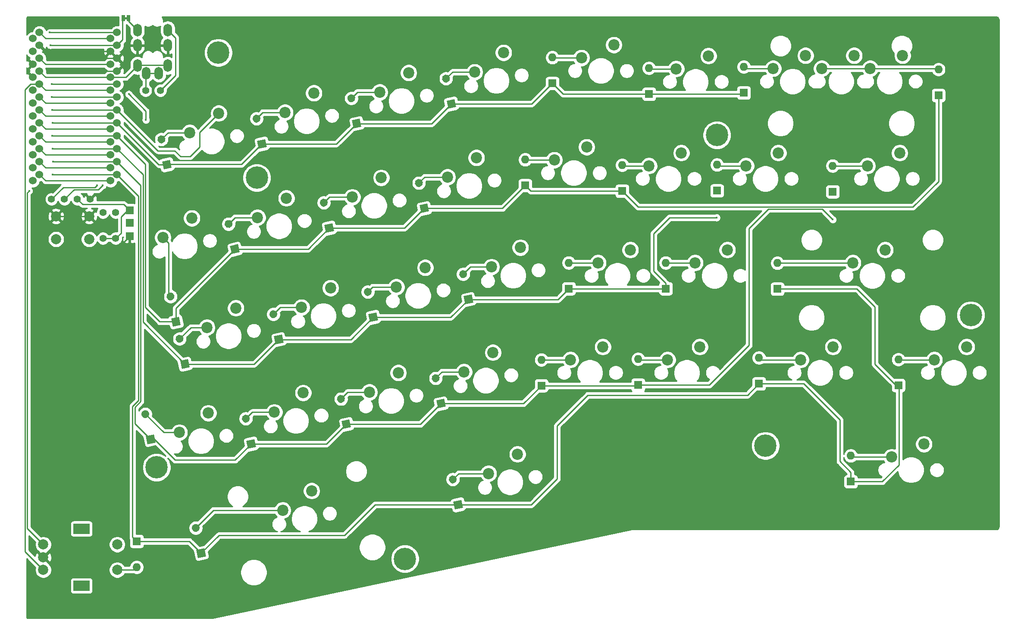
<source format=gbl>
G04 #@! TF.GenerationSoftware,KiCad,Pcbnew,(5.1.6)-1*
G04 #@! TF.CreationDate,2020-10-03T18:10:29-07:00*
G04 #@! TF.ProjectId,Alipt-Keyboard-Right,416c6970-742d-44b6-9579-626f6172642d,rev?*
G04 #@! TF.SameCoordinates,Original*
G04 #@! TF.FileFunction,Copper,L2,Bot*
G04 #@! TF.FilePolarity,Positive*
%FSLAX46Y46*%
G04 Gerber Fmt 4.6, Leading zero omitted, Abs format (unit mm)*
G04 Created by KiCad (PCBNEW (5.1.6)-1) date 2020-10-03 18:10:29*
%MOMM*%
%LPD*%
G01*
G04 APERTURE LIST*
G04 #@! TA.AperFunction,EtchedComponent*
%ADD10C,0.100000*%
G04 #@! TD*
G04 #@! TA.AperFunction,ComponentPad*
%ADD11C,1.524000*%
G04 #@! TD*
G04 #@! TA.AperFunction,ComponentPad*
%ADD12C,1.397000*%
G04 #@! TD*
G04 #@! TA.AperFunction,ComponentPad*
%ADD13R,1.524000X1.524000*%
G04 #@! TD*
G04 #@! TA.AperFunction,ComponentPad*
%ADD14O,1.700000X2.500000*%
G04 #@! TD*
G04 #@! TA.AperFunction,ComponentPad*
%ADD15C,4.400000*%
G04 #@! TD*
G04 #@! TA.AperFunction,SMDPad,CuDef*
%ADD16R,0.635000X1.143000*%
G04 #@! TD*
G04 #@! TA.AperFunction,ComponentPad*
%ADD17C,2.000000*%
G04 #@! TD*
G04 #@! TA.AperFunction,ComponentPad*
%ADD18R,3.200000X2.000000*%
G04 #@! TD*
G04 #@! TA.AperFunction,ComponentPad*
%ADD19C,0.100000*%
G04 #@! TD*
G04 #@! TA.AperFunction,ComponentPad*
%ADD20R,1.600000X1.600000*%
G04 #@! TD*
G04 #@! TA.AperFunction,ComponentPad*
%ADD21O,1.600000X1.600000*%
G04 #@! TD*
G04 #@! TA.AperFunction,ComponentPad*
%ADD22C,2.200000*%
G04 #@! TD*
G04 #@! TA.AperFunction,ViaPad*
%ADD23C,0.400000*%
G04 #@! TD*
G04 #@! TA.AperFunction,Conductor*
%ADD24C,0.250000*%
G04 #@! TD*
G04 #@! TA.AperFunction,Conductor*
%ADD25C,0.254000*%
G04 #@! TD*
G04 APERTURE END LIST*
D10*
G36*
X74539506Y-45298506D02*
G01*
X74939506Y-45298506D01*
X74939506Y-44998506D01*
X74539506Y-44998506D01*
X74539506Y-45298506D01*
G37*
X74539506Y-45298506D02*
X74939506Y-45298506D01*
X74939506Y-44998506D01*
X74539506Y-44998506D01*
X74539506Y-45298506D01*
D11*
X71719689Y-54243742D03*
X56479689Y-72023742D03*
X71719689Y-64403742D03*
X56479689Y-61863742D03*
X56479689Y-56783742D03*
X71719689Y-74563742D03*
X56479689Y-54243742D03*
X56479689Y-49163742D03*
X71719689Y-69483742D03*
X56479689Y-77103742D03*
X71719689Y-61863742D03*
X71719689Y-51703742D03*
X71719689Y-56783742D03*
X71719689Y-59323742D03*
X71719689Y-72023742D03*
X71719689Y-66943742D03*
X56479689Y-69483742D03*
X56479689Y-66943742D03*
X71719689Y-77103742D03*
X56479689Y-74563742D03*
X56479689Y-51703742D03*
X71719689Y-49163742D03*
X56479689Y-64403742D03*
X56479689Y-59323742D03*
X73018504Y-47967997D03*
X73018504Y-50507997D03*
X73018504Y-53047997D03*
X73018504Y-55587997D03*
X73018504Y-58127997D03*
X73018504Y-60667997D03*
X73018504Y-63207997D03*
X73018504Y-65747997D03*
X73018504Y-68287997D03*
X73018504Y-70827997D03*
X73018504Y-73367997D03*
X73018504Y-75907997D03*
X57778504Y-75907997D03*
X57778504Y-73367997D03*
X57778504Y-70827997D03*
X57778504Y-68287997D03*
X57778504Y-65747997D03*
X57778504Y-63207997D03*
X57778504Y-60667997D03*
X57778504Y-58127997D03*
X57778504Y-55587997D03*
X57778504Y-53047997D03*
X57778504Y-50507997D03*
X57778504Y-47967997D03*
D12*
X78612994Y-59372507D03*
X67769875Y-80723518D03*
X65229875Y-80723518D03*
X62689875Y-80723518D03*
X60149875Y-80723518D03*
D13*
X75501498Y-82907501D03*
X75501498Y-85407501D03*
X75501498Y-88007501D03*
D14*
X82970998Y-54496002D03*
X78770998Y-55996002D03*
X82970998Y-47496002D03*
X82970998Y-50496002D03*
X77020998Y-47496002D03*
X77020998Y-50496002D03*
X77020998Y-54496002D03*
X81220998Y-55996002D03*
D12*
X72754772Y-83331225D03*
X72754772Y-88411225D03*
X70256032Y-88411217D03*
X70256032Y-83331217D03*
X81533997Y-59372501D03*
D15*
X100456998Y-76517504D03*
X92900500Y-51943000D03*
X240664997Y-103505006D03*
D16*
X74239126Y-45148506D03*
X75239886Y-45148506D03*
D17*
X73039998Y-148566502D03*
X73039998Y-153566502D03*
D18*
X66039998Y-145466502D03*
X66039998Y-156666502D03*
D17*
X58539998Y-148566502D03*
X58539998Y-151066502D03*
X58539998Y-153566502D03*
X67538872Y-84089016D03*
X67538872Y-88589016D03*
X61038872Y-84089016D03*
X61038872Y-88589016D03*
D15*
X129539995Y-151384009D03*
X80772006Y-133413500D03*
X190817500Y-68135500D03*
X200342504Y-129158999D03*
G04 #@! TA.AperFunction,ComponentPad*
G36*
G01*
X81904090Y-69755281D02*
X81904090Y-69755281D01*
G75*
G02*
X80955243Y-69139092I-166329J782518D01*
G01*
X80955243Y-69139092D01*
G75*
G02*
X81571432Y-68190245I782518J166329D01*
G01*
X81571432Y-68190245D01*
G75*
G02*
X82520279Y-68806434I166329J-782518D01*
G01*
X82520279Y-68806434D01*
G75*
G02*
X81904090Y-69755281I-782518J-166329D01*
G01*
G37*
G04 #@! TD.AperFunction*
G04 #@! TA.AperFunction,ComponentPad*
D19*
G36*
X83742799Y-74557942D02*
G01*
X82177763Y-74890600D01*
X81845105Y-73325564D01*
X83410141Y-72992906D01*
X83742799Y-74557942D01*
G37*
G04 #@! TD.AperFunction*
G04 #@! TA.AperFunction,ComponentPad*
G36*
X102411799Y-70493942D02*
G01*
X100846763Y-70826600D01*
X100514105Y-69261564D01*
X102079141Y-68928906D01*
X102411799Y-70493942D01*
G37*
G04 #@! TD.AperFunction*
G04 #@! TA.AperFunction,ComponentPad*
G36*
G01*
X100573090Y-65691281D02*
X100573090Y-65691281D01*
G75*
G02*
X99624243Y-65075092I-166329J782518D01*
G01*
X99624243Y-65075092D01*
G75*
G02*
X100240432Y-64126245I782518J166329D01*
G01*
X100240432Y-64126245D01*
G75*
G02*
X101189279Y-64742434I166329J-782518D01*
G01*
X101189279Y-64742434D01*
G75*
G02*
X100573090Y-65691281I-782518J-166329D01*
G01*
G37*
G04 #@! TD.AperFunction*
G04 #@! TA.AperFunction,ComponentPad*
G36*
X121017299Y-66493442D02*
G01*
X119452263Y-66826100D01*
X119119605Y-65261064D01*
X120684641Y-64928406D01*
X121017299Y-66493442D01*
G37*
G04 #@! TD.AperFunction*
G04 #@! TA.AperFunction,ComponentPad*
G36*
G01*
X119178590Y-61690781D02*
X119178590Y-61690781D01*
G75*
G02*
X118229743Y-61074592I-166329J782518D01*
G01*
X118229743Y-61074592D01*
G75*
G02*
X118845932Y-60125745I782518J166329D01*
G01*
X118845932Y-60125745D01*
G75*
G02*
X119794779Y-60741934I166329J-782518D01*
G01*
X119794779Y-60741934D01*
G75*
G02*
X119178590Y-61690781I-782518J-166329D01*
G01*
G37*
G04 #@! TD.AperFunction*
G04 #@! TA.AperFunction,ComponentPad*
G36*
G01*
X137784090Y-57817281D02*
X137784090Y-57817281D01*
G75*
G02*
X136835243Y-57201092I-166329J782518D01*
G01*
X136835243Y-57201092D01*
G75*
G02*
X137451432Y-56252245I782518J166329D01*
G01*
X137451432Y-56252245D01*
G75*
G02*
X138400279Y-56868434I166329J-782518D01*
G01*
X138400279Y-56868434D01*
G75*
G02*
X137784090Y-57817281I-782518J-166329D01*
G01*
G37*
G04 #@! TD.AperFunction*
G04 #@! TA.AperFunction,ComponentPad*
G36*
X139622799Y-62619942D02*
G01*
X138057763Y-62952600D01*
X137725105Y-61387564D01*
X139290141Y-61054906D01*
X139622799Y-62619942D01*
G37*
G04 #@! TD.AperFunction*
D20*
X158496000Y-57975500D03*
D21*
X158496000Y-52895500D03*
X177482500Y-54991000D03*
D20*
X177482500Y-60071000D03*
X196088000Y-59817000D03*
D21*
X196088000Y-54737000D03*
G04 #@! TA.AperFunction,ComponentPad*
D19*
G36*
X85520799Y-105418942D02*
G01*
X83955763Y-105751600D01*
X83623105Y-104186564D01*
X85188141Y-103853906D01*
X85520799Y-105418942D01*
G37*
G04 #@! TD.AperFunction*
G04 #@! TA.AperFunction,ComponentPad*
G36*
G01*
X83682090Y-100616281D02*
X83682090Y-100616281D01*
G75*
G02*
X82733243Y-100000092I-166329J782518D01*
G01*
X82733243Y-100000092D01*
G75*
G02*
X83349432Y-99051245I782518J166329D01*
G01*
X83349432Y-99051245D01*
G75*
G02*
X84298279Y-99667434I166329J-782518D01*
G01*
X84298279Y-99667434D01*
G75*
G02*
X83682090Y-100616281I-782518J-166329D01*
G01*
G37*
G04 #@! TD.AperFunction*
G04 #@! TA.AperFunction,ComponentPad*
G36*
G01*
X95113834Y-86372359D02*
X95113834Y-86372359D01*
G75*
G02*
X94144059Y-85789660I-193538J776237D01*
G01*
X94144059Y-85789660D01*
G75*
G02*
X94726758Y-84819885I776237J193538D01*
G01*
X94726758Y-84819885D01*
G75*
G02*
X95696533Y-85402584I193538J-776237D01*
G01*
X95696533Y-85402584D01*
G75*
G02*
X95113834Y-86372359I-776237J-193538D01*
G01*
G37*
G04 #@! TD.AperFunction*
G04 #@! TA.AperFunction,ComponentPad*
G36*
X97119033Y-91107923D02*
G01*
X95566560Y-91494998D01*
X95179485Y-89942525D01*
X96731958Y-89555450D01*
X97119033Y-91107923D01*
G37*
G04 #@! TD.AperFunction*
G04 #@! TA.AperFunction,ComponentPad*
G36*
G01*
X113781090Y-82201281D02*
X113781090Y-82201281D01*
G75*
G02*
X112832243Y-81585092I-166329J782518D01*
G01*
X112832243Y-81585092D01*
G75*
G02*
X113448432Y-80636245I782518J166329D01*
G01*
X113448432Y-80636245D01*
G75*
G02*
X114397279Y-81252434I166329J-782518D01*
G01*
X114397279Y-81252434D01*
G75*
G02*
X113781090Y-82201281I-782518J-166329D01*
G01*
G37*
G04 #@! TD.AperFunction*
G04 #@! TA.AperFunction,ComponentPad*
G36*
X115619799Y-87003942D02*
G01*
X114054763Y-87336600D01*
X113722105Y-85771564D01*
X115287141Y-85438906D01*
X115619799Y-87003942D01*
G37*
G04 #@! TD.AperFunction*
G04 #@! TA.AperFunction,ComponentPad*
G36*
X134288799Y-83130442D02*
G01*
X132723763Y-83463100D01*
X132391105Y-81898064D01*
X133956141Y-81565406D01*
X134288799Y-83130442D01*
G37*
G04 #@! TD.AperFunction*
G04 #@! TA.AperFunction,ComponentPad*
G36*
G01*
X132450090Y-78327781D02*
X132450090Y-78327781D01*
G75*
G02*
X131501243Y-77711592I-166329J782518D01*
G01*
X131501243Y-77711592D01*
G75*
G02*
X132117432Y-76762745I782518J166329D01*
G01*
X132117432Y-76762745D01*
G75*
G02*
X133066279Y-77378934I166329J-782518D01*
G01*
X133066279Y-77378934D01*
G75*
G02*
X132450090Y-78327781I-782518J-166329D01*
G01*
G37*
G04 #@! TD.AperFunction*
D21*
X153162000Y-72961500D03*
D20*
X153162000Y-78041500D03*
X172212000Y-79121000D03*
D21*
X172212000Y-74041000D03*
X234315000Y-55245000D03*
D20*
X234315000Y-60325000D03*
G04 #@! TA.AperFunction,ComponentPad*
G36*
G01*
X85460090Y-108934781D02*
X85460090Y-108934781D01*
G75*
G02*
X84511243Y-108318592I-166329J782518D01*
G01*
X84511243Y-108318592D01*
G75*
G02*
X85127432Y-107369745I782518J166329D01*
G01*
X85127432Y-107369745D01*
G75*
G02*
X86076279Y-107985934I166329J-782518D01*
G01*
X86076279Y-107985934D01*
G75*
G02*
X85460090Y-108934781I-782518J-166329D01*
G01*
G37*
G04 #@! TD.AperFunction*
G04 #@! TA.AperFunction,ComponentPad*
D19*
G36*
X87298799Y-113737442D02*
G01*
X85733763Y-114070100D01*
X85401105Y-112505064D01*
X86966141Y-112172406D01*
X87298799Y-113737442D01*
G37*
G04 #@! TD.AperFunction*
G04 #@! TA.AperFunction,ComponentPad*
G36*
X105713799Y-108911442D02*
G01*
X104148763Y-109244100D01*
X103816105Y-107679064D01*
X105381141Y-107346406D01*
X105713799Y-108911442D01*
G37*
G04 #@! TD.AperFunction*
G04 #@! TA.AperFunction,ComponentPad*
G36*
G01*
X103875090Y-104108781D02*
X103875090Y-104108781D01*
G75*
G02*
X102926243Y-103492592I-166329J782518D01*
G01*
X102926243Y-103492592D01*
G75*
G02*
X103542432Y-102543745I782518J166329D01*
G01*
X103542432Y-102543745D01*
G75*
G02*
X104491279Y-103159934I166329J-782518D01*
G01*
X104491279Y-103159934D01*
G75*
G02*
X103875090Y-104108781I-782518J-166329D01*
G01*
G37*
G04 #@! TD.AperFunction*
G04 #@! TA.AperFunction,ComponentPad*
G36*
G01*
X122417090Y-99727281D02*
X122417090Y-99727281D01*
G75*
G02*
X121468243Y-99111092I-166329J782518D01*
G01*
X121468243Y-99111092D01*
G75*
G02*
X122084432Y-98162245I782518J166329D01*
G01*
X122084432Y-98162245D01*
G75*
G02*
X123033279Y-98778434I166329J-782518D01*
G01*
X123033279Y-98778434D01*
G75*
G02*
X122417090Y-99727281I-782518J-166329D01*
G01*
G37*
G04 #@! TD.AperFunction*
G04 #@! TA.AperFunction,ComponentPad*
G36*
X124255799Y-104529942D02*
G01*
X122690763Y-104862600D01*
X122358105Y-103297564D01*
X123923141Y-102964906D01*
X124255799Y-104529942D01*
G37*
G04 #@! TD.AperFunction*
G04 #@! TA.AperFunction,ComponentPad*
G36*
X142988299Y-101037442D02*
G01*
X141423263Y-101370100D01*
X141090605Y-99805064D01*
X142655641Y-99472406D01*
X142988299Y-101037442D01*
G37*
G04 #@! TD.AperFunction*
G04 #@! TA.AperFunction,ComponentPad*
G36*
G01*
X141149590Y-96234781D02*
X141149590Y-96234781D01*
G75*
G02*
X140200743Y-95618592I-166329J782518D01*
G01*
X140200743Y-95618592D01*
G75*
G02*
X140816932Y-94669745I782518J166329D01*
G01*
X140816932Y-94669745D01*
G75*
G02*
X141765779Y-95285934I166329J-782518D01*
G01*
X141765779Y-95285934D01*
G75*
G02*
X141149590Y-96234781I-782518J-166329D01*
G01*
G37*
G04 #@! TD.AperFunction*
D20*
X161734500Y-98298000D03*
D21*
X161734500Y-93218000D03*
X180784500Y-93218000D03*
D20*
X180784500Y-98298000D03*
X190817500Y-79057500D03*
D21*
X190817500Y-73977500D03*
G04 #@! TA.AperFunction,ComponentPad*
G36*
G01*
X78729090Y-123730281D02*
X78729090Y-123730281D01*
G75*
G02*
X77780243Y-123114092I-166329J782518D01*
G01*
X77780243Y-123114092D01*
G75*
G02*
X78396432Y-122165245I782518J166329D01*
G01*
X78396432Y-122165245D01*
G75*
G02*
X79345279Y-122781434I166329J-782518D01*
G01*
X79345279Y-122781434D01*
G75*
G02*
X78729090Y-123730281I-782518J-166329D01*
G01*
G37*
G04 #@! TD.AperFunction*
G04 #@! TA.AperFunction,ComponentPad*
D19*
G36*
X80567799Y-128532942D02*
G01*
X79002763Y-128865600D01*
X78670105Y-127300564D01*
X80235141Y-126967906D01*
X80567799Y-128532942D01*
G37*
G04 #@! TD.AperFunction*
G04 #@! TA.AperFunction,ComponentPad*
G36*
G01*
X98477590Y-124619281D02*
X98477590Y-124619281D01*
G75*
G02*
X97528743Y-124003092I-166329J782518D01*
G01*
X97528743Y-124003092D01*
G75*
G02*
X98144932Y-123054245I782518J166329D01*
G01*
X98144932Y-123054245D01*
G75*
G02*
X99093779Y-123670434I166329J-782518D01*
G01*
X99093779Y-123670434D01*
G75*
G02*
X98477590Y-124619281I-782518J-166329D01*
G01*
G37*
G04 #@! TD.AperFunction*
G04 #@! TA.AperFunction,ComponentPad*
G36*
X100316299Y-129421942D02*
G01*
X98751263Y-129754600D01*
X98418605Y-128189564D01*
X99983641Y-127856906D01*
X100316299Y-129421942D01*
G37*
G04 #@! TD.AperFunction*
G04 #@! TA.AperFunction,ComponentPad*
G36*
X118985299Y-125548442D02*
G01*
X117420263Y-125881100D01*
X117087605Y-124316064D01*
X118652641Y-123983406D01*
X118985299Y-125548442D01*
G37*
G04 #@! TD.AperFunction*
G04 #@! TA.AperFunction,ComponentPad*
G36*
G01*
X117146590Y-120745781D02*
X117146590Y-120745781D01*
G75*
G02*
X116197743Y-120129592I-166329J782518D01*
G01*
X116197743Y-120129592D01*
G75*
G02*
X116813932Y-119180745I782518J166329D01*
G01*
X116813932Y-119180745D01*
G75*
G02*
X117762779Y-119796934I166329J-782518D01*
G01*
X117762779Y-119796934D01*
G75*
G02*
X117146590Y-120745781I-782518J-166329D01*
G01*
G37*
G04 #@! TD.AperFunction*
G04 #@! TA.AperFunction,ComponentPad*
G36*
G01*
X135752090Y-116681781D02*
X135752090Y-116681781D01*
G75*
G02*
X134803243Y-116065592I-166329J782518D01*
G01*
X134803243Y-116065592D01*
G75*
G02*
X135419432Y-115116745I782518J166329D01*
G01*
X135419432Y-115116745D01*
G75*
G02*
X136368279Y-115732934I166329J-782518D01*
G01*
X136368279Y-115732934D01*
G75*
G02*
X135752090Y-116681781I-782518J-166329D01*
G01*
G37*
G04 #@! TD.AperFunction*
G04 #@! TA.AperFunction,ComponentPad*
G36*
X137590799Y-121484442D02*
G01*
X136025763Y-121817100D01*
X135693105Y-120252064D01*
X137258141Y-119919406D01*
X137590799Y-121484442D01*
G37*
G04 #@! TD.AperFunction*
D21*
X156337000Y-112268000D03*
D20*
X156337000Y-117348000D03*
X175323500Y-117221000D03*
D21*
X175323500Y-112141000D03*
X213550500Y-74168000D03*
D20*
X213550500Y-79248000D03*
G04 #@! TA.AperFunction,ComponentPad*
D19*
G36*
X90473799Y-150884942D02*
G01*
X88908763Y-151217600D01*
X88576105Y-149652564D01*
X90141141Y-149319906D01*
X90473799Y-150884942D01*
G37*
G04 #@! TD.AperFunction*
G04 #@! TA.AperFunction,ComponentPad*
G36*
G01*
X88635090Y-146082281D02*
X88635090Y-146082281D01*
G75*
G02*
X87686243Y-145466092I-166329J782518D01*
G01*
X87686243Y-145466092D01*
G75*
G02*
X88302432Y-144517245I782518J166329D01*
G01*
X88302432Y-144517245D01*
G75*
G02*
X89251279Y-145133434I166329J-782518D01*
G01*
X89251279Y-145133434D01*
G75*
G02*
X88635090Y-146082281I-782518J-166329D01*
G01*
G37*
G04 #@! TD.AperFunction*
G04 #@! TA.AperFunction,ComponentPad*
G36*
X140956299Y-141359942D02*
G01*
X139391263Y-141692600D01*
X139058605Y-140127564D01*
X140623641Y-139794906D01*
X140956299Y-141359942D01*
G37*
G04 #@! TD.AperFunction*
G04 #@! TA.AperFunction,ComponentPad*
G36*
G01*
X139117590Y-136557281D02*
X139117590Y-136557281D01*
G75*
G02*
X138168743Y-135941092I-166329J782518D01*
G01*
X138168743Y-135941092D01*
G75*
G02*
X138784932Y-134992245I782518J166329D01*
G01*
X138784932Y-134992245D01*
G75*
G02*
X139733779Y-135608434I166329J-782518D01*
G01*
X139733779Y-135608434D01*
G75*
G02*
X139117590Y-136557281I-782518J-166329D01*
G01*
G37*
G04 #@! TD.AperFunction*
D21*
X217106500Y-131127500D03*
D20*
X217106500Y-136207500D03*
X199072500Y-116967000D03*
D21*
X199072500Y-111887000D03*
X226441000Y-112204500D03*
D20*
X226441000Y-117284500D03*
X202692000Y-98361500D03*
D21*
X202692000Y-93281500D03*
D20*
X76885800Y-147929600D03*
D21*
X76885800Y-153009600D03*
D22*
X87312162Y-67649648D03*
X92995304Y-63844914D03*
X111664304Y-59880500D03*
X105981162Y-63685234D03*
X130269804Y-55907414D03*
X124586662Y-59712148D03*
X143224358Y-55747734D03*
X148907500Y-51943000D03*
X170561000Y-50419000D03*
X164211000Y-52959000D03*
X182816500Y-55118000D03*
X189166500Y-52578000D03*
X201866500Y-55054500D03*
X208216500Y-52514500D03*
X82010358Y-88259734D03*
X87693500Y-84455000D03*
X106266804Y-80518000D03*
X100583662Y-84322734D03*
X119221358Y-80322234D03*
X124904500Y-76517500D03*
X143573500Y-72580500D03*
X137890358Y-76385234D03*
X158877000Y-73025000D03*
X165227000Y-70485000D03*
X183832500Y-71628000D03*
X177482500Y-74168000D03*
X96329500Y-102108000D03*
X90646358Y-105912734D03*
X109251858Y-101975734D03*
X114935000Y-98171000D03*
X133540500Y-94170500D03*
X127857358Y-97975234D03*
X146526358Y-94038234D03*
X152209500Y-90233500D03*
X173799500Y-90678000D03*
X167449500Y-93218000D03*
X186499500Y-93218000D03*
X192849500Y-90678000D03*
X196532500Y-74168000D03*
X202882500Y-71628000D03*
X90932000Y-122745500D03*
X85248858Y-126550234D03*
X109568804Y-118772414D03*
X103885662Y-122577148D03*
X128237804Y-114835414D03*
X122554662Y-118640148D03*
X146843304Y-110834914D03*
X141160162Y-114639648D03*
X162052000Y-112268000D03*
X168402000Y-109728000D03*
X187452000Y-109728000D03*
X181102000Y-112268000D03*
X226695000Y-71628000D03*
X220345000Y-74168000D03*
X111219804Y-138012914D03*
X105536662Y-141817648D03*
X151638000Y-130810000D03*
X145954858Y-134614734D03*
X231457500Y-128841500D03*
X225107500Y-131381500D03*
X213614000Y-109728000D03*
X207264000Y-112268000D03*
X239839500Y-109728000D03*
X233489500Y-112268000D03*
X217487504Y-93218006D03*
X223837504Y-90678006D03*
X220916500Y-55054500D03*
X227266500Y-52514500D03*
X211391500Y-55054500D03*
X217741500Y-52514500D03*
D23*
X60337700Y-65760600D03*
X60312300Y-68262500D03*
X60375800Y-70815200D03*
X190741300Y-84353400D03*
X60413900Y-73380600D03*
X213563200Y-84734400D03*
X60401200Y-75907900D03*
X60032900Y-53047900D03*
X60083700Y-55613300D03*
X176822100Y-106375200D03*
X163664900Y-103632000D03*
X229158800Y-73761600D03*
X60985400Y-45758100D03*
X84010500Y-69837300D03*
X220154500Y-133604000D03*
X129768600Y-134683500D03*
X59804300Y-47993300D03*
X78676500Y-65151000D03*
X75323700Y-60083700D03*
X60236100Y-60667900D03*
X70205600Y-78003400D03*
X60159900Y-58127900D03*
X69088000Y-78003400D03*
X60286900Y-63182500D03*
X55753000Y-79095600D03*
X59918600Y-50495200D03*
D24*
X73018504Y-65747997D02*
X60350303Y-65747997D01*
X60350303Y-65747997D02*
X60337700Y-65760600D01*
X81212260Y-73941753D02*
X73018504Y-65747997D01*
X82793952Y-73941753D02*
X81212260Y-73941753D01*
X97475206Y-73865499D02*
X101462952Y-69877753D01*
X82870206Y-73865499D02*
X97475206Y-73865499D01*
X82793952Y-73941753D02*
X82870206Y-73865499D01*
X116067952Y-69877753D02*
X120068452Y-65877253D01*
X101462952Y-69877753D02*
X116067952Y-69877753D01*
X134800452Y-65877253D02*
X138673952Y-62003753D01*
X120068452Y-65877253D02*
X134800452Y-65877253D01*
X154467747Y-62003753D02*
X138673952Y-62003753D01*
X158496000Y-57975500D02*
X154467747Y-62003753D01*
X160591500Y-60071000D02*
X158496000Y-57975500D01*
X177482500Y-60071000D02*
X160591500Y-60071000D01*
X195834000Y-60071000D02*
X196088000Y-59817000D01*
X177482500Y-60071000D02*
X195834000Y-60071000D01*
X83060876Y-67649648D02*
X81737761Y-68972763D01*
X87312162Y-67649648D02*
X83060876Y-67649648D01*
X101630290Y-63685234D02*
X100406761Y-64908763D01*
X105981162Y-63685234D02*
X101630290Y-63685234D01*
X120208376Y-59712148D02*
X119012261Y-60908263D01*
X124586662Y-59712148D02*
X120208376Y-59712148D01*
X138904790Y-55747734D02*
X137617761Y-57034763D01*
X143224358Y-55747734D02*
X138904790Y-55747734D01*
X158559500Y-52959000D02*
X158496000Y-52895500D01*
X164211000Y-52959000D02*
X158559500Y-52959000D01*
X177609500Y-55118000D02*
X177482500Y-54991000D01*
X182816500Y-55118000D02*
X177609500Y-55118000D01*
X196405500Y-55054500D02*
X196088000Y-54737000D01*
X201866500Y-55054500D02*
X196405500Y-55054500D01*
X83110357Y-99428359D02*
X83515761Y-99833763D01*
X83110357Y-89359733D02*
X83110357Y-99428359D01*
X82010358Y-88259734D02*
X83110357Y-89359733D01*
X73018504Y-68287997D02*
X60337797Y-68287997D01*
X60337797Y-68287997D02*
X60312300Y-68262500D01*
X73018504Y-68287997D02*
X78553330Y-73822823D01*
X78553330Y-73822823D02*
X78553330Y-75726413D01*
X110533481Y-90525224D02*
X114670952Y-86387753D01*
X96149259Y-90525224D02*
X110533481Y-90525224D01*
X129466452Y-86387753D02*
X133339952Y-82514253D01*
X114670952Y-86387753D02*
X129466452Y-86387753D01*
X148689247Y-82514253D02*
X153162000Y-78041500D01*
X133339952Y-82514253D02*
X148689247Y-82514253D01*
X154241500Y-79121000D02*
X153162000Y-78041500D01*
X172212000Y-79121000D02*
X154241500Y-79121000D01*
X234315000Y-77241400D02*
X234315000Y-60325000D01*
X175336200Y-82245200D02*
X229311200Y-82245200D01*
X229311200Y-82245200D02*
X234315000Y-77241400D01*
X172212000Y-79121000D02*
X175336200Y-82245200D01*
X84571952Y-102102531D02*
X96149259Y-90525224D01*
X84571952Y-104802753D02*
X84571952Y-102102531D01*
X84571952Y-104802753D02*
X81375083Y-104802753D01*
X81375083Y-104802753D02*
X78553330Y-101981000D01*
X78553330Y-75726413D02*
X78553330Y-82744330D01*
X78553330Y-101981000D02*
X78553330Y-82744330D01*
X78553330Y-82744330D02*
X78553330Y-82892900D01*
X96193684Y-84322734D02*
X94920296Y-85596122D01*
X100583662Y-84322734D02*
X96193684Y-84322734D01*
X114711290Y-80322234D02*
X113614761Y-81418763D01*
X119221358Y-80322234D02*
X114711290Y-80322234D01*
X133443790Y-76385234D02*
X132283761Y-77545263D01*
X137890358Y-76385234D02*
X133443790Y-76385234D01*
X153225500Y-73025000D02*
X153162000Y-72961500D01*
X158877000Y-73025000D02*
X153225500Y-73025000D01*
X172339000Y-74168000D02*
X172212000Y-74041000D01*
X177482500Y-74168000D02*
X172339000Y-74168000D01*
X211391500Y-55054500D02*
X220916500Y-55054500D01*
X234124500Y-55054500D02*
X234315000Y-55245000D01*
X220916500Y-55054500D02*
X234124500Y-55054500D01*
X73018504Y-70827997D02*
X60388597Y-70827997D01*
X60388597Y-70827997D02*
X60375800Y-70815200D01*
X78103320Y-75912813D02*
X73018504Y-70827997D01*
X180784500Y-97248000D02*
X178396900Y-94860400D01*
X180784500Y-98298000D02*
X180784500Y-97248000D01*
X178396900Y-94860400D02*
X178396900Y-87464900D01*
X178396900Y-87464900D02*
X181508400Y-84353400D01*
X181508400Y-84353400D02*
X190741300Y-84353400D01*
X180784500Y-98298000D02*
X161734500Y-98298000D01*
X159611247Y-100421253D02*
X161734500Y-98298000D01*
X142039452Y-100421253D02*
X159611247Y-100421253D01*
X138546952Y-103913753D02*
X142039452Y-100421253D01*
X123306952Y-103913753D02*
X138546952Y-103913753D01*
X118925452Y-108295253D02*
X123306952Y-103913753D01*
X104764952Y-108295253D02*
X118925452Y-108295253D01*
X99938952Y-113121253D02*
X104764952Y-108295253D01*
X86349952Y-113121253D02*
X99938952Y-113121253D01*
X86349952Y-113121253D02*
X78103320Y-104874621D01*
X78103320Y-104874621D02*
X78103320Y-88060120D01*
X78103320Y-88362500D02*
X78103320Y-88060120D01*
X78103320Y-88060120D02*
X78103320Y-75912813D01*
X87533290Y-105912734D02*
X85293761Y-108152263D01*
X90646358Y-105912734D02*
X87533290Y-105912734D01*
X105059290Y-101975734D02*
X103708761Y-103326263D01*
X109251858Y-101975734D02*
X105059290Y-101975734D01*
X123220290Y-97975234D02*
X122250761Y-98944763D01*
X127857358Y-97975234D02*
X123220290Y-97975234D01*
X142397290Y-94038234D02*
X140983261Y-95452263D01*
X146526358Y-94038234D02*
X142397290Y-94038234D01*
X167449500Y-93218000D02*
X161734500Y-93218000D01*
X186499500Y-93218000D02*
X180784500Y-93218000D01*
X191008000Y-74168000D02*
X190817500Y-73977500D01*
X196532500Y-74168000D02*
X191008000Y-74168000D01*
X73018504Y-73367997D02*
X60426503Y-73367997D01*
X60426503Y-73367997D02*
X60413900Y-73380600D01*
X73018504Y-73367997D02*
X77653310Y-78002803D01*
X77653310Y-78002803D02*
X77653310Y-79906393D01*
X77653310Y-87776890D02*
X77653310Y-120466690D01*
X77653310Y-87776890D02*
X77653310Y-88176100D01*
X77653310Y-79906393D02*
X77653310Y-87776890D01*
X77653310Y-120466690D02*
X76517500Y-121602500D01*
X76517500Y-124815301D02*
X79618952Y-127916753D01*
X76517500Y-121602500D02*
X76517500Y-124815301D01*
X79618952Y-127916753D02*
X80355253Y-127916753D01*
X80355253Y-127916753D02*
X84404200Y-131965700D01*
X96207505Y-131965700D02*
X99367452Y-128805753D01*
X84404200Y-131965700D02*
X96207505Y-131965700D01*
X114162952Y-128805753D02*
X118036452Y-124932253D01*
X99367452Y-128805753D02*
X114162952Y-128805753D01*
X132577952Y-124932253D02*
X136641952Y-120868253D01*
X118036452Y-124932253D02*
X132577952Y-124932253D01*
X152816747Y-120868253D02*
X156337000Y-117348000D01*
X136641952Y-120868253D02*
X152816747Y-120868253D01*
X175196500Y-117348000D02*
X175323500Y-117221000D01*
X156337000Y-117348000D02*
X175196500Y-117348000D01*
X189318002Y-117221000D02*
X197129400Y-109409602D01*
X175323500Y-117221000D02*
X189318002Y-117221000D01*
X197129400Y-86512400D02*
X200946590Y-82695210D01*
X197129400Y-109409602D02*
X197129400Y-86512400D01*
X200946590Y-82695210D02*
X211524010Y-82695210D01*
X211524010Y-82695210D02*
X213563200Y-84734400D01*
X82165232Y-126550234D02*
X78562761Y-122947763D01*
X85248858Y-126550234D02*
X82165232Y-126550234D01*
X99570876Y-122577148D02*
X98311261Y-123836763D01*
X103885662Y-122577148D02*
X99570876Y-122577148D01*
X118303376Y-118640148D02*
X116980261Y-119963263D01*
X122554662Y-118640148D02*
X118303376Y-118640148D01*
X136845376Y-114639648D02*
X135585761Y-115899263D01*
X141160162Y-114639648D02*
X136845376Y-114639648D01*
X162052000Y-112268000D02*
X156337000Y-112268000D01*
X175450500Y-112268000D02*
X175323500Y-112141000D01*
X181102000Y-112268000D02*
X175450500Y-112268000D01*
X220345000Y-74168000D02*
X213550500Y-74168000D01*
X91950876Y-141817648D02*
X88468761Y-145299763D01*
X105536662Y-141817648D02*
X91950876Y-141817648D01*
X73018504Y-75907997D02*
X60401297Y-75907997D01*
X60401297Y-75907997D02*
X60401200Y-75907900D01*
X87185799Y-147929600D02*
X89524952Y-150268753D01*
X76885800Y-147929600D02*
X87185799Y-147929600D01*
X89524952Y-150268753D02*
X93022919Y-146770786D01*
X140007452Y-140743753D02*
X123682947Y-140743753D01*
X123682947Y-140743753D02*
X117655914Y-146770786D01*
X93022919Y-146770786D02*
X117655914Y-146770786D01*
X140007452Y-140743753D02*
X154366147Y-140743753D01*
X154366147Y-140743753D02*
X159448500Y-135661400D01*
X159448500Y-135661400D02*
X159448500Y-125222000D01*
X159448500Y-125222000D02*
X165455600Y-119214900D01*
X196824600Y-119214900D02*
X199072500Y-116967000D01*
X165455600Y-119214900D02*
X196824600Y-119214900D01*
X199390000Y-117284500D02*
X199072500Y-116967000D01*
X207835500Y-116967000D02*
X199072500Y-116967000D01*
X214947500Y-124079000D02*
X207835500Y-116967000D01*
X214947500Y-132232400D02*
X214947500Y-124079000D01*
X217106500Y-136207500D02*
X217106500Y-134391400D01*
X217106500Y-134391400D02*
X214947500Y-132232400D01*
X226532501Y-117376001D02*
X226441000Y-117284500D01*
X226532501Y-132965501D02*
X226532501Y-117376001D01*
X223290502Y-136207500D02*
X226532501Y-132965501D01*
X217106500Y-136207500D02*
X223290502Y-136207500D01*
X226441000Y-117284500D02*
X225983800Y-117284500D01*
X225983800Y-117284500D02*
X221843600Y-113144300D01*
X221843600Y-113144300D02*
X221843600Y-101904800D01*
X218300300Y-98361500D02*
X202692000Y-98361500D01*
X221843600Y-101904800D02*
X218300300Y-98361500D01*
X77203300Y-120280290D02*
X76067491Y-121416099D01*
X76067491Y-147111291D02*
X76885800Y-147929600D01*
X77203300Y-80092793D02*
X77203300Y-120280290D01*
X76067491Y-121416099D02*
X76067491Y-147111291D01*
X73018504Y-75907997D02*
X77203300Y-80092793D01*
X140111290Y-134614734D02*
X138951261Y-135774763D01*
X145954858Y-134614734D02*
X140111290Y-134614734D01*
X217360500Y-131381500D02*
X217106500Y-131127500D01*
X225107500Y-131381500D02*
X217360500Y-131381500D01*
X199453500Y-112268000D02*
X199072500Y-111887000D01*
X207264000Y-112268000D02*
X199453500Y-112268000D01*
X226504500Y-112268000D02*
X226441000Y-112204500D01*
X233489500Y-112268000D02*
X226504500Y-112268000D01*
X202755494Y-93218006D02*
X202692000Y-93281500D01*
X217487504Y-93218006D02*
X202755494Y-93218006D01*
X76328898Y-153566502D02*
X76885800Y-153009600D01*
X73039998Y-153566502D02*
X76328898Y-153566502D01*
X58974249Y-51703742D02*
X57778504Y-50507997D01*
X71719689Y-51703742D02*
X58974249Y-51703742D01*
X73018504Y-53047997D02*
X60032997Y-53047997D01*
X60032997Y-53047997D02*
X60032900Y-53047900D01*
X73018504Y-55587997D02*
X60109003Y-55587997D01*
X60109003Y-55587997D02*
X60083700Y-55613300D01*
X75501498Y-88007501D02*
X72716699Y-90792300D01*
X72716699Y-90792300D02*
X66852800Y-90792300D01*
X66852800Y-90792300D02*
X64998600Y-88938100D01*
X64998600Y-86629288D02*
X67538872Y-84089016D01*
X64998600Y-88938100D02*
X64998600Y-86629288D01*
X61038872Y-84089016D02*
X67538872Y-84089016D01*
X67538872Y-80954521D02*
X67769875Y-80723518D01*
X73018504Y-47967997D02*
X59829603Y-47967997D01*
X59829603Y-47967997D02*
X59804300Y-47993300D01*
X75501498Y-85407501D02*
X75984099Y-85407501D01*
X78676500Y-65151000D02*
X78676500Y-63436500D01*
X78676500Y-63436500D02*
X75323700Y-60083700D01*
X58974249Y-56783742D02*
X57778504Y-55587997D01*
X71719689Y-56783742D02*
X58974249Y-56783742D01*
X75501498Y-82907501D02*
X75093199Y-82907501D01*
X75093199Y-82907501D02*
X73787000Y-84213700D01*
X73787000Y-87378997D02*
X72754772Y-88411225D01*
X73787000Y-84213700D02*
X73787000Y-87378997D01*
X70256040Y-88411225D02*
X70256032Y-88411217D01*
X72754772Y-88411225D02*
X70256040Y-88411225D01*
X74733258Y-56783742D02*
X77020998Y-54496002D01*
X71719689Y-56783742D02*
X74733258Y-56783742D01*
X82895988Y-54420992D02*
X82970998Y-54496002D01*
X77096008Y-54420992D02*
X82895988Y-54420992D01*
X77020998Y-54496002D02*
X77096008Y-54420992D01*
X74341016Y-81747019D02*
X75501498Y-82907501D01*
X66253376Y-81747019D02*
X74341016Y-81747019D01*
X65229875Y-80723518D02*
X66253376Y-81747019D01*
X81220998Y-55996002D02*
X78770998Y-55996002D01*
X78612994Y-56154006D02*
X78770998Y-55996002D01*
X78612994Y-59372507D02*
X78612994Y-56154006D01*
X82970998Y-47496002D02*
X84505800Y-49030804D01*
X84505800Y-56400698D02*
X81533997Y-59372501D01*
X84505800Y-49030804D02*
X84505800Y-56400698D01*
X75239886Y-45714890D02*
X77020998Y-47496002D01*
X75239886Y-45148506D02*
X75239886Y-45714890D01*
X73018504Y-60667997D02*
X60236197Y-60667997D01*
X60236197Y-60667997D02*
X60236100Y-60667900D01*
X72849782Y-83538018D02*
X72849782Y-83248461D01*
X62689875Y-80723518D02*
X64559093Y-78854300D01*
X69354700Y-78854300D02*
X70205600Y-78003400D01*
X68427600Y-78854300D02*
X69354700Y-78854300D01*
X64559093Y-78854300D02*
X68427600Y-78854300D01*
X73018504Y-58127997D02*
X60159997Y-58127997D01*
X60159997Y-58127997D02*
X60159900Y-58127900D01*
X60149875Y-80723518D02*
X62469103Y-78404290D01*
X62469103Y-78404290D02*
X68687110Y-78404290D01*
X68687110Y-78404290D02*
X69088000Y-78003400D01*
X58974249Y-54243742D02*
X57778504Y-53047997D01*
X71719689Y-54243742D02*
X58974249Y-54243742D01*
X73018504Y-63207997D02*
X60312397Y-63207997D01*
X60312397Y-63207997D02*
X60286900Y-63182500D01*
X73018504Y-63207997D02*
X81013300Y-71202793D01*
X81013300Y-71202793D02*
X84359993Y-71202793D01*
X84359993Y-71202793D02*
X85483700Y-72326500D01*
X89241999Y-70498601D02*
X87414100Y-72326500D01*
X89241999Y-67598219D02*
X89241999Y-70498601D01*
X92995304Y-63844914D02*
X89241999Y-67598219D01*
X85483700Y-72326500D02*
X87414100Y-72326500D01*
X58974249Y-77103742D02*
X57778504Y-75907997D01*
X71719689Y-77103742D02*
X58974249Y-77103742D01*
X58974249Y-74563742D02*
X57778504Y-73367997D01*
X71719689Y-74563742D02*
X58974249Y-74563742D01*
X58974249Y-72023742D02*
X57778504Y-70827997D01*
X71719689Y-72023742D02*
X58974249Y-72023742D01*
X58974249Y-69483742D02*
X57778504Y-68287997D01*
X71719689Y-69483742D02*
X58974249Y-69483742D01*
X58974249Y-66943742D02*
X57778504Y-65747997D01*
X71719689Y-66943742D02*
X58974249Y-66943742D01*
X58974249Y-64403742D02*
X57778504Y-63207997D01*
X71719689Y-64403742D02*
X58974249Y-64403742D01*
X58974249Y-59323742D02*
X57778504Y-58127997D01*
X71719689Y-59323742D02*
X58974249Y-59323742D01*
X54946513Y-59248156D02*
X56066672Y-58127997D01*
X54946513Y-149973017D02*
X54946513Y-59248156D01*
X56066672Y-58127997D02*
X57778504Y-58127997D01*
X58539998Y-153566502D02*
X54946513Y-149973017D01*
X58974249Y-61863742D02*
X57778504Y-60667997D01*
X71719689Y-61863742D02*
X58974249Y-61863742D01*
X58539998Y-148566502D02*
X55396523Y-145423027D01*
X55396523Y-145423027D02*
X55396523Y-81166577D01*
X55396523Y-81166577D02*
X55396523Y-79452077D01*
X55396523Y-79452077D02*
X55753000Y-79095600D01*
X73018504Y-50507997D02*
X59931397Y-50507997D01*
X59931397Y-50507997D02*
X59918600Y-50495200D01*
X74105505Y-45282127D02*
X74239126Y-45148506D01*
X74105505Y-49420996D02*
X74105505Y-45282127D01*
X73018504Y-50507997D02*
X74105505Y-49420996D01*
X58974249Y-49163742D02*
X57778504Y-47967997D01*
X71719689Y-49163742D02*
X58974249Y-49163742D01*
D25*
G36*
X245583410Y-44906009D02*
G01*
X245726116Y-44920001D01*
X245830111Y-44951399D01*
X245926025Y-45002397D01*
X246010204Y-45071052D01*
X246079449Y-45154755D01*
X246131117Y-45250311D01*
X246163239Y-45354081D01*
X246178013Y-45494643D01*
X246178001Y-144999283D01*
X246163996Y-145142114D01*
X246132599Y-145246108D01*
X246081603Y-145342018D01*
X246012943Y-145426204D01*
X245929245Y-145495444D01*
X245833690Y-145547111D01*
X245729918Y-145579234D01*
X245589384Y-145594005D01*
X174338002Y-145593996D01*
X174298742Y-145590615D01*
X174233591Y-145597840D01*
X174168318Y-145604269D01*
X174130604Y-145615709D01*
X91746640Y-163056506D01*
X55533720Y-163056500D01*
X55452556Y-163048541D01*
X55407886Y-163035055D01*
X55366685Y-163013148D01*
X55330521Y-162983653D01*
X55300778Y-162947700D01*
X55278583Y-162906652D01*
X55264784Y-162862075D01*
X55256498Y-162783234D01*
X55256498Y-155666502D01*
X63801926Y-155666502D01*
X63801926Y-157666502D01*
X63814186Y-157790984D01*
X63850496Y-157910682D01*
X63909461Y-158020996D01*
X63988813Y-158117687D01*
X64085504Y-158197039D01*
X64195818Y-158256004D01*
X64315516Y-158292314D01*
X64439998Y-158304574D01*
X67639998Y-158304574D01*
X67764480Y-158292314D01*
X67884178Y-158256004D01*
X67994492Y-158197039D01*
X68091183Y-158117687D01*
X68170535Y-158020996D01*
X68229500Y-157910682D01*
X68265810Y-157790984D01*
X68278070Y-157666502D01*
X68278070Y-155666502D01*
X68265810Y-155542020D01*
X68229500Y-155422322D01*
X68170535Y-155312008D01*
X68091183Y-155215317D01*
X67994492Y-155135965D01*
X67884178Y-155077000D01*
X67764480Y-155040690D01*
X67639998Y-155028430D01*
X64439998Y-155028430D01*
X64315516Y-155040690D01*
X64195818Y-155077000D01*
X64085504Y-155135965D01*
X63988813Y-155215317D01*
X63909461Y-155312008D01*
X63850496Y-155422322D01*
X63814186Y-155542020D01*
X63801926Y-155666502D01*
X55256498Y-155666502D01*
X55256499Y-151357804D01*
X56973821Y-153075127D01*
X56967830Y-153089590D01*
X56904998Y-153405469D01*
X56904998Y-153727535D01*
X56967830Y-154043414D01*
X57091080Y-154340965D01*
X57270011Y-154608754D01*
X57497746Y-154836489D01*
X57765535Y-155015420D01*
X58063086Y-155138670D01*
X58378965Y-155201502D01*
X58701031Y-155201502D01*
X59016910Y-155138670D01*
X59314461Y-155015420D01*
X59582250Y-154836489D01*
X59809985Y-154608754D01*
X59988916Y-154340965D01*
X60112166Y-154043414D01*
X60174998Y-153727535D01*
X60174998Y-153405469D01*
X71404998Y-153405469D01*
X71404998Y-153727535D01*
X71467830Y-154043414D01*
X71591080Y-154340965D01*
X71770011Y-154608754D01*
X71997746Y-154836489D01*
X72265535Y-155015420D01*
X72563086Y-155138670D01*
X72878965Y-155201502D01*
X73201031Y-155201502D01*
X73516910Y-155138670D01*
X73814461Y-155015420D01*
X74082250Y-154836489D01*
X74309985Y-154608754D01*
X74488916Y-154340965D01*
X74494907Y-154326502D01*
X76291576Y-154326502D01*
X76322634Y-154329561D01*
X76467226Y-154389453D01*
X76744465Y-154444600D01*
X77027135Y-154444600D01*
X77304374Y-154389453D01*
X77565527Y-154281280D01*
X77800559Y-154124237D01*
X78000437Y-153924359D01*
X78093847Y-153784560D01*
X97229736Y-153784560D01*
X97229736Y-154303610D01*
X97330997Y-154812686D01*
X97529629Y-155292226D01*
X97817998Y-155723800D01*
X98185021Y-156090823D01*
X98616595Y-156379192D01*
X99096135Y-156577824D01*
X99605211Y-156679085D01*
X100124261Y-156679085D01*
X100633337Y-156577824D01*
X101112877Y-156379192D01*
X101544451Y-156090823D01*
X101911474Y-155723800D01*
X102199843Y-155292226D01*
X102398475Y-154812686D01*
X102499736Y-154303610D01*
X102499736Y-153784560D01*
X102398475Y-153275484D01*
X102199843Y-152795944D01*
X101911474Y-152364370D01*
X101544451Y-151997347D01*
X101112877Y-151708978D01*
X100633337Y-151510346D01*
X100124261Y-151409085D01*
X99605211Y-151409085D01*
X99096135Y-151510346D01*
X98616595Y-151708978D01*
X98185021Y-151997347D01*
X97817998Y-152364370D01*
X97529629Y-152795944D01*
X97330997Y-153275484D01*
X97229736Y-153784560D01*
X78093847Y-153784560D01*
X78157480Y-153689327D01*
X78265653Y-153428174D01*
X78320800Y-153150935D01*
X78320800Y-152868265D01*
X78265653Y-152591026D01*
X78157480Y-152329873D01*
X78000437Y-152094841D01*
X77800559Y-151894963D01*
X77565527Y-151737920D01*
X77304374Y-151629747D01*
X77027135Y-151574600D01*
X76744465Y-151574600D01*
X76467226Y-151629747D01*
X76206073Y-151737920D01*
X75971041Y-151894963D01*
X75771163Y-152094841D01*
X75614120Y-152329873D01*
X75505947Y-152591026D01*
X75463086Y-152806502D01*
X74494907Y-152806502D01*
X74488916Y-152792039D01*
X74309985Y-152524250D01*
X74082250Y-152296515D01*
X73814461Y-152117584D01*
X73516910Y-151994334D01*
X73201031Y-151931502D01*
X72878965Y-151931502D01*
X72563086Y-151994334D01*
X72265535Y-152117584D01*
X71997746Y-152296515D01*
X71770011Y-152524250D01*
X71591080Y-152792039D01*
X71467830Y-153089590D01*
X71404998Y-153405469D01*
X60174998Y-153405469D01*
X60112166Y-153089590D01*
X59988916Y-152792039D01*
X59809985Y-152524250D01*
X59582250Y-152296515D01*
X59485063Y-152231577D01*
X59495806Y-152201915D01*
X58539998Y-151246107D01*
X58525856Y-151260250D01*
X58346251Y-151080645D01*
X58360393Y-151066502D01*
X58719603Y-151066502D01*
X59675411Y-152022310D01*
X59939812Y-151926546D01*
X60080702Y-151636931D01*
X60162382Y-151325394D01*
X60181716Y-151003907D01*
X60137959Y-150684827D01*
X60032793Y-150380414D01*
X59939812Y-150206458D01*
X59675411Y-150110694D01*
X58719603Y-151066502D01*
X58360393Y-151066502D01*
X57404585Y-150110694D01*
X57140184Y-150206458D01*
X56999294Y-150496073D01*
X56917614Y-150807610D01*
X56914114Y-150865816D01*
X55706513Y-149658216D01*
X55706513Y-146807818D01*
X56973821Y-148075127D01*
X56967830Y-148089590D01*
X56904998Y-148405469D01*
X56904998Y-148727535D01*
X56967830Y-149043414D01*
X57091080Y-149340965D01*
X57270011Y-149608754D01*
X57497746Y-149836489D01*
X57594933Y-149901427D01*
X57584190Y-149931089D01*
X58539998Y-150886897D01*
X59495806Y-149931089D01*
X59485063Y-149901427D01*
X59582250Y-149836489D01*
X59809985Y-149608754D01*
X59988916Y-149340965D01*
X60112166Y-149043414D01*
X60174998Y-148727535D01*
X60174998Y-148405469D01*
X71404998Y-148405469D01*
X71404998Y-148727535D01*
X71467830Y-149043414D01*
X71591080Y-149340965D01*
X71770011Y-149608754D01*
X71997746Y-149836489D01*
X72265535Y-150015420D01*
X72563086Y-150138670D01*
X72878965Y-150201502D01*
X73201031Y-150201502D01*
X73516910Y-150138670D01*
X73814461Y-150015420D01*
X74082250Y-149836489D01*
X74309985Y-149608754D01*
X74488916Y-149340965D01*
X74612166Y-149043414D01*
X74674998Y-148727535D01*
X74674998Y-148405469D01*
X74612166Y-148089590D01*
X74488916Y-147792039D01*
X74309985Y-147524250D01*
X74082250Y-147296515D01*
X73814461Y-147117584D01*
X73516910Y-146994334D01*
X73201031Y-146931502D01*
X72878965Y-146931502D01*
X72563086Y-146994334D01*
X72265535Y-147117584D01*
X71997746Y-147296515D01*
X71770011Y-147524250D01*
X71591080Y-147792039D01*
X71467830Y-148089590D01*
X71404998Y-148405469D01*
X60174998Y-148405469D01*
X60112166Y-148089590D01*
X59988916Y-147792039D01*
X59809985Y-147524250D01*
X59582250Y-147296515D01*
X59314461Y-147117584D01*
X59016910Y-146994334D01*
X58701031Y-146931502D01*
X58378965Y-146931502D01*
X58063086Y-146994334D01*
X58048623Y-147000325D01*
X56156523Y-145108226D01*
X56156523Y-144466502D01*
X63801926Y-144466502D01*
X63801926Y-146466502D01*
X63814186Y-146590984D01*
X63850496Y-146710682D01*
X63909461Y-146820996D01*
X63988813Y-146917687D01*
X64085504Y-146997039D01*
X64195818Y-147056004D01*
X64315516Y-147092314D01*
X64439998Y-147104574D01*
X67639998Y-147104574D01*
X67764480Y-147092314D01*
X67884178Y-147056004D01*
X67994492Y-146997039D01*
X68091183Y-146917687D01*
X68170535Y-146820996D01*
X68229500Y-146710682D01*
X68265810Y-146590984D01*
X68278070Y-146466502D01*
X68278070Y-144466502D01*
X68265810Y-144342020D01*
X68229500Y-144222322D01*
X68170535Y-144112008D01*
X68091183Y-144015317D01*
X67994492Y-143935965D01*
X67884178Y-143877000D01*
X67764480Y-143840690D01*
X67639998Y-143828430D01*
X64439998Y-143828430D01*
X64315516Y-143840690D01*
X64195818Y-143877000D01*
X64085504Y-143935965D01*
X63988813Y-144015317D01*
X63909461Y-144112008D01*
X63850496Y-144222322D01*
X63814186Y-144342020D01*
X63801926Y-144466502D01*
X56156523Y-144466502D01*
X56156523Y-88427983D01*
X59403872Y-88427983D01*
X59403872Y-88750049D01*
X59466704Y-89065928D01*
X59589954Y-89363479D01*
X59768885Y-89631268D01*
X59996620Y-89859003D01*
X60264409Y-90037934D01*
X60561960Y-90161184D01*
X60877839Y-90224016D01*
X61199905Y-90224016D01*
X61515784Y-90161184D01*
X61813335Y-90037934D01*
X62081124Y-89859003D01*
X62308859Y-89631268D01*
X62487790Y-89363479D01*
X62611040Y-89065928D01*
X62673872Y-88750049D01*
X62673872Y-88427983D01*
X62611040Y-88112104D01*
X62487790Y-87814553D01*
X62308859Y-87546764D01*
X62081124Y-87319029D01*
X61813335Y-87140098D01*
X61515784Y-87016848D01*
X61199905Y-86954016D01*
X60877839Y-86954016D01*
X60561960Y-87016848D01*
X60264409Y-87140098D01*
X59996620Y-87319029D01*
X59768885Y-87546764D01*
X59589954Y-87814553D01*
X59466704Y-88112104D01*
X59403872Y-88427983D01*
X56156523Y-88427983D01*
X56156523Y-85224429D01*
X60083064Y-85224429D01*
X60178828Y-85488830D01*
X60468443Y-85629720D01*
X60779980Y-85711400D01*
X61101467Y-85730734D01*
X61420547Y-85686977D01*
X61724960Y-85581811D01*
X61898916Y-85488830D01*
X61994680Y-85224429D01*
X66583064Y-85224429D01*
X66678828Y-85488830D01*
X66968443Y-85629720D01*
X67279980Y-85711400D01*
X67601467Y-85730734D01*
X67920547Y-85686977D01*
X68224960Y-85581811D01*
X68398916Y-85488830D01*
X68494680Y-85224429D01*
X67538872Y-84268621D01*
X66583064Y-85224429D01*
X61994680Y-85224429D01*
X61038872Y-84268621D01*
X60083064Y-85224429D01*
X56156523Y-85224429D01*
X56156523Y-84151611D01*
X59397154Y-84151611D01*
X59440911Y-84470691D01*
X59546077Y-84775104D01*
X59639058Y-84949060D01*
X59903459Y-85044824D01*
X60859267Y-84089016D01*
X61218477Y-84089016D01*
X62174285Y-85044824D01*
X62438686Y-84949060D01*
X62579576Y-84659445D01*
X62661256Y-84347908D01*
X62673061Y-84151611D01*
X65897154Y-84151611D01*
X65940911Y-84470691D01*
X66046077Y-84775104D01*
X66139058Y-84949060D01*
X66403459Y-85044824D01*
X67359267Y-84089016D01*
X66403459Y-83133208D01*
X66139058Y-83228972D01*
X65998168Y-83518587D01*
X65916488Y-83830124D01*
X65897154Y-84151611D01*
X62673061Y-84151611D01*
X62680590Y-84026421D01*
X62636833Y-83707341D01*
X62531667Y-83402928D01*
X62438686Y-83228972D01*
X62174285Y-83133208D01*
X61218477Y-84089016D01*
X60859267Y-84089016D01*
X59903459Y-83133208D01*
X59639058Y-83228972D01*
X59498168Y-83518587D01*
X59416488Y-83830124D01*
X59397154Y-84151611D01*
X56156523Y-84151611D01*
X56156523Y-82953603D01*
X60083064Y-82953603D01*
X61038872Y-83909411D01*
X61994680Y-82953603D01*
X61898916Y-82689202D01*
X61609301Y-82548312D01*
X61297764Y-82466632D01*
X60976277Y-82447298D01*
X60657197Y-82491055D01*
X60352784Y-82596221D01*
X60178828Y-82689202D01*
X60083064Y-82953603D01*
X56156523Y-82953603D01*
X56156523Y-79830220D01*
X56285281Y-79744187D01*
X56401587Y-79627881D01*
X56492967Y-79491121D01*
X56555911Y-79339160D01*
X56588000Y-79177840D01*
X56588000Y-79013360D01*
X56555911Y-78852040D01*
X56492967Y-78700079D01*
X56401587Y-78563319D01*
X56338243Y-78499975D01*
X56342097Y-78500742D01*
X56617281Y-78500742D01*
X56887179Y-78447056D01*
X57141416Y-78341747D01*
X57370224Y-78188862D01*
X57564809Y-77994277D01*
X57717694Y-77765469D01*
X57823003Y-77511232D01*
X57864026Y-77304997D01*
X57916096Y-77304997D01*
X58070074Y-77274369D01*
X58410450Y-77614745D01*
X58434248Y-77643743D01*
X58549973Y-77738716D01*
X58682002Y-77809288D01*
X58825263Y-77852745D01*
X58936916Y-77863742D01*
X58936924Y-77863742D01*
X58974249Y-77867418D01*
X59011574Y-77863742D01*
X61929769Y-77863742D01*
X61929102Y-77864289D01*
X61905304Y-77893287D01*
X60387443Y-79411149D01*
X60281213Y-79390018D01*
X60018537Y-79390018D01*
X59760907Y-79441264D01*
X59518226Y-79541786D01*
X59299818Y-79687721D01*
X59114078Y-79873461D01*
X58968143Y-80091869D01*
X58867621Y-80334550D01*
X58816375Y-80592180D01*
X58816375Y-80854856D01*
X58867621Y-81112486D01*
X58968143Y-81355167D01*
X59114078Y-81573575D01*
X59299818Y-81759315D01*
X59518226Y-81905250D01*
X59760907Y-82005772D01*
X60018537Y-82057018D01*
X60281213Y-82057018D01*
X60538843Y-82005772D01*
X60781524Y-81905250D01*
X60999932Y-81759315D01*
X61185672Y-81573575D01*
X61331607Y-81355167D01*
X61419875Y-81142070D01*
X61508143Y-81355167D01*
X61654078Y-81573575D01*
X61839818Y-81759315D01*
X62058226Y-81905250D01*
X62300907Y-82005772D01*
X62558537Y-82057018D01*
X62821213Y-82057018D01*
X63078843Y-82005772D01*
X63321524Y-81905250D01*
X63539932Y-81759315D01*
X63725672Y-81573575D01*
X63871607Y-81355167D01*
X63959875Y-81142070D01*
X64048143Y-81355167D01*
X64194078Y-81573575D01*
X64379818Y-81759315D01*
X64598226Y-81905250D01*
X64840907Y-82005772D01*
X65098537Y-82057018D01*
X65361213Y-82057018D01*
X65467443Y-82035888D01*
X65689576Y-82258021D01*
X65713375Y-82287020D01*
X65742373Y-82310818D01*
X65829099Y-82381993D01*
X65951275Y-82447298D01*
X65961129Y-82452565D01*
X66104390Y-82496022D01*
X66216043Y-82507019D01*
X66216053Y-82507019D01*
X66253376Y-82510695D01*
X66290698Y-82507019D01*
X67110988Y-82507019D01*
X66852784Y-82596221D01*
X66678828Y-82689202D01*
X66583064Y-82953603D01*
X67538872Y-83909411D01*
X68494680Y-82953603D01*
X68398916Y-82689202D01*
X68109301Y-82548312D01*
X67951805Y-82507019D01*
X69202957Y-82507019D01*
X69074300Y-82699568D01*
X68973778Y-82942249D01*
X68922532Y-83199879D01*
X68922532Y-83223121D01*
X68674285Y-83133208D01*
X67718477Y-84089016D01*
X68674285Y-85044824D01*
X68938686Y-84949060D01*
X69079576Y-84659445D01*
X69161256Y-84347908D01*
X69175320Y-84114053D01*
X69220235Y-84181274D01*
X69405975Y-84367014D01*
X69624383Y-84512949D01*
X69867064Y-84613471D01*
X70124694Y-84664717D01*
X70387370Y-84664717D01*
X70645000Y-84613471D01*
X70887681Y-84512949D01*
X71106089Y-84367014D01*
X71291829Y-84181274D01*
X71437764Y-83962866D01*
X71505400Y-83799578D01*
X71573040Y-83962874D01*
X71718975Y-84181282D01*
X71904715Y-84367022D01*
X72123123Y-84512957D01*
X72365804Y-84613479D01*
X72623434Y-84664725D01*
X72886110Y-84664725D01*
X73027000Y-84636700D01*
X73027001Y-87064194D01*
X72992340Y-87098855D01*
X72886110Y-87077725D01*
X72623434Y-87077725D01*
X72365804Y-87128971D01*
X72123123Y-87229493D01*
X71904715Y-87375428D01*
X71718975Y-87561168D01*
X71658801Y-87651225D01*
X71352008Y-87651225D01*
X71291829Y-87561160D01*
X71106089Y-87375420D01*
X70887681Y-87229485D01*
X70645000Y-87128963D01*
X70387370Y-87077717D01*
X70124694Y-87077717D01*
X69867064Y-87128963D01*
X69624383Y-87229485D01*
X69405975Y-87375420D01*
X69220235Y-87561160D01*
X69074300Y-87779568D01*
X69023799Y-87901487D01*
X68987790Y-87814553D01*
X68808859Y-87546764D01*
X68581124Y-87319029D01*
X68313335Y-87140098D01*
X68015784Y-87016848D01*
X67699905Y-86954016D01*
X67377839Y-86954016D01*
X67061960Y-87016848D01*
X66764409Y-87140098D01*
X66496620Y-87319029D01*
X66268885Y-87546764D01*
X66089954Y-87814553D01*
X65966704Y-88112104D01*
X65903872Y-88427983D01*
X65903872Y-88750049D01*
X65966704Y-89065928D01*
X66089954Y-89363479D01*
X66268885Y-89631268D01*
X66496620Y-89859003D01*
X66764409Y-90037934D01*
X67061960Y-90161184D01*
X67377839Y-90224016D01*
X67699905Y-90224016D01*
X68015784Y-90161184D01*
X68313335Y-90037934D01*
X68581124Y-89859003D01*
X68808859Y-89631268D01*
X68987790Y-89363479D01*
X69102877Y-89085635D01*
X69220235Y-89261274D01*
X69405975Y-89447014D01*
X69624383Y-89592949D01*
X69867064Y-89693471D01*
X70124694Y-89744717D01*
X70387370Y-89744717D01*
X70645000Y-89693471D01*
X70887681Y-89592949D01*
X71106089Y-89447014D01*
X71291829Y-89261274D01*
X71351998Y-89171225D01*
X71658801Y-89171225D01*
X71718975Y-89261282D01*
X71904715Y-89447022D01*
X72123123Y-89592957D01*
X72365804Y-89693479D01*
X72623434Y-89744725D01*
X72886110Y-89744725D01*
X73143740Y-89693479D01*
X73386421Y-89592957D01*
X73604829Y-89447022D01*
X73790569Y-89261282D01*
X73936504Y-89042874D01*
X74037026Y-88800193D01*
X74088272Y-88542563D01*
X74088272Y-88279887D01*
X74067142Y-88173657D01*
X74106296Y-88134503D01*
X74263246Y-88134503D01*
X74104498Y-88293251D01*
X74101426Y-88769501D01*
X74113686Y-88893983D01*
X74149996Y-89013681D01*
X74208961Y-89123995D01*
X74288313Y-89220686D01*
X74385004Y-89300038D01*
X74495318Y-89359003D01*
X74615016Y-89395313D01*
X74739498Y-89407573D01*
X75215748Y-89404501D01*
X75374498Y-89245751D01*
X75374498Y-88134501D01*
X75354498Y-88134501D01*
X75354498Y-87880501D01*
X75374498Y-87880501D01*
X75374498Y-87860501D01*
X75628498Y-87860501D01*
X75628498Y-87880501D01*
X75648498Y-87880501D01*
X75648498Y-88134501D01*
X75628498Y-88134501D01*
X75628498Y-89245751D01*
X75787248Y-89404501D01*
X76263498Y-89407573D01*
X76387980Y-89395313D01*
X76443300Y-89378532D01*
X76443301Y-119965486D01*
X75556493Y-120852296D01*
X75527490Y-120876098D01*
X75500634Y-120908823D01*
X75432517Y-120991823D01*
X75394740Y-121062499D01*
X75361945Y-121123853D01*
X75318488Y-121267114D01*
X75307491Y-121378767D01*
X75307491Y-121378777D01*
X75303815Y-121416099D01*
X75307491Y-121453421D01*
X75307492Y-147073958D01*
X75303815Y-147111291D01*
X75307492Y-147148624D01*
X75318489Y-147260277D01*
X75331671Y-147303733D01*
X75361945Y-147403537D01*
X75432517Y-147535567D01*
X75447728Y-147554101D01*
X75447728Y-148729600D01*
X75459988Y-148854082D01*
X75496298Y-148973780D01*
X75555263Y-149084094D01*
X75634615Y-149180785D01*
X75731306Y-149260137D01*
X75841620Y-149319102D01*
X75961318Y-149355412D01*
X76085800Y-149367672D01*
X77685800Y-149367672D01*
X77810282Y-149355412D01*
X77929980Y-149319102D01*
X78040294Y-149260137D01*
X78136985Y-149180785D01*
X78216337Y-149084094D01*
X78275302Y-148973780D01*
X78311612Y-148854082D01*
X78323872Y-148729600D01*
X78323872Y-148689600D01*
X86870998Y-148689600D01*
X87950134Y-149768736D01*
X87951976Y-149785226D01*
X88284634Y-151350262D01*
X88322508Y-151469475D01*
X88382911Y-151579008D01*
X88463522Y-151674652D01*
X88561244Y-151752732D01*
X88672320Y-151810247D01*
X88792483Y-151844987D01*
X88917115Y-151855617D01*
X89041425Y-151841729D01*
X90606461Y-151509071D01*
X90725674Y-151471197D01*
X90835207Y-151410794D01*
X90930851Y-151330183D01*
X91008931Y-151232461D01*
X91066446Y-151121385D01*
X91101186Y-151001222D01*
X91111816Y-150876590D01*
X91097928Y-150752280D01*
X90925840Y-149942667D01*
X92032245Y-148836262D01*
X120509649Y-148836262D01*
X120509649Y-149355312D01*
X120610910Y-149864388D01*
X120809542Y-150343928D01*
X121097911Y-150775502D01*
X121464934Y-151142525D01*
X121896508Y-151430894D01*
X122376048Y-151629526D01*
X122885124Y-151730787D01*
X123404174Y-151730787D01*
X123913250Y-151629526D01*
X124392790Y-151430894D01*
X124824364Y-151142525D01*
X124862103Y-151104786D01*
X126704995Y-151104786D01*
X126704995Y-151663232D01*
X126813943Y-152210948D01*
X127027651Y-152726885D01*
X127337907Y-153191216D01*
X127732788Y-153586097D01*
X128197119Y-153896353D01*
X128713056Y-154110061D01*
X129260772Y-154219009D01*
X129819218Y-154219009D01*
X130366934Y-154110061D01*
X130882871Y-153896353D01*
X131347202Y-153586097D01*
X131742083Y-153191216D01*
X132052339Y-152726885D01*
X132266047Y-152210948D01*
X132374995Y-151663232D01*
X132374995Y-151104786D01*
X132266047Y-150557070D01*
X132052339Y-150041133D01*
X131742083Y-149576802D01*
X131347202Y-149181921D01*
X130882871Y-148871665D01*
X130366934Y-148657957D01*
X129819218Y-148549009D01*
X129260772Y-148549009D01*
X128713056Y-148657957D01*
X128197119Y-148871665D01*
X127732788Y-149181921D01*
X127337907Y-149576802D01*
X127027651Y-150041133D01*
X126813943Y-150557070D01*
X126704995Y-151104786D01*
X124862103Y-151104786D01*
X125191387Y-150775502D01*
X125479756Y-150343928D01*
X125678388Y-149864388D01*
X125779649Y-149355312D01*
X125779649Y-148836262D01*
X125678388Y-148327186D01*
X125479756Y-147847646D01*
X125191387Y-147416072D01*
X124824364Y-147049049D01*
X124392790Y-146760680D01*
X123913250Y-146562048D01*
X123404174Y-146460787D01*
X122885124Y-146460787D01*
X122376048Y-146562048D01*
X121896508Y-146760680D01*
X121464934Y-147049049D01*
X121097911Y-147416072D01*
X120809542Y-147847646D01*
X120610910Y-148327186D01*
X120509649Y-148836262D01*
X92032245Y-148836262D01*
X93337721Y-147530786D01*
X117618592Y-147530786D01*
X117655914Y-147534462D01*
X117693236Y-147530786D01*
X117693247Y-147530786D01*
X117804900Y-147519789D01*
X117948161Y-147476332D01*
X118080190Y-147405760D01*
X118195915Y-147310787D01*
X118219718Y-147281783D01*
X123997749Y-141503753D01*
X138698795Y-141503753D01*
X138767134Y-141825262D01*
X138805008Y-141944475D01*
X138865411Y-142054008D01*
X138946022Y-142149652D01*
X139043744Y-142227732D01*
X139154820Y-142285247D01*
X139274983Y-142319987D01*
X139399615Y-142330617D01*
X139523925Y-142316729D01*
X141088961Y-141984071D01*
X141208174Y-141946197D01*
X141317707Y-141885794D01*
X141413351Y-141805183D01*
X141491431Y-141707461D01*
X141548946Y-141596385D01*
X141575727Y-141503753D01*
X154328825Y-141503753D01*
X154366147Y-141507429D01*
X154403469Y-141503753D01*
X154403480Y-141503753D01*
X154515133Y-141492756D01*
X154658394Y-141449299D01*
X154790423Y-141378727D01*
X154906148Y-141283754D01*
X154929951Y-141254750D01*
X159959504Y-136225198D01*
X159988501Y-136201401D01*
X160083474Y-136085676D01*
X160154046Y-135953647D01*
X160197503Y-135810386D01*
X160208500Y-135698733D01*
X160208500Y-135698732D01*
X160212177Y-135661400D01*
X160208500Y-135624067D01*
X160208500Y-128879776D01*
X197507504Y-128879776D01*
X197507504Y-129438222D01*
X197616452Y-129985938D01*
X197830160Y-130501875D01*
X198140416Y-130966206D01*
X198535297Y-131361087D01*
X198999628Y-131671343D01*
X199515565Y-131885051D01*
X200063281Y-131993999D01*
X200621727Y-131993999D01*
X201169443Y-131885051D01*
X201685380Y-131671343D01*
X202149711Y-131361087D01*
X202544592Y-130966206D01*
X202854848Y-130501875D01*
X203068556Y-129985938D01*
X203177504Y-129438222D01*
X203177504Y-128879776D01*
X203068556Y-128332060D01*
X202854848Y-127816123D01*
X202544592Y-127351792D01*
X202149711Y-126956911D01*
X201685380Y-126646655D01*
X201169443Y-126432947D01*
X200621727Y-126323999D01*
X200063281Y-126323999D01*
X199515565Y-126432947D01*
X198999628Y-126646655D01*
X198535297Y-126956911D01*
X198140416Y-127351792D01*
X197830160Y-127816123D01*
X197616452Y-128332060D01*
X197507504Y-128879776D01*
X160208500Y-128879776D01*
X160208500Y-125536801D01*
X165770402Y-119974900D01*
X196787278Y-119974900D01*
X196824600Y-119978576D01*
X196861922Y-119974900D01*
X196861933Y-119974900D01*
X196973586Y-119963903D01*
X197116847Y-119920446D01*
X197248876Y-119849874D01*
X197364601Y-119754901D01*
X197388404Y-119725897D01*
X198709230Y-118405072D01*
X199872500Y-118405072D01*
X199996982Y-118392812D01*
X200116680Y-118356502D01*
X200226994Y-118297537D01*
X200323685Y-118218185D01*
X200403037Y-118121494D01*
X200462002Y-118011180D01*
X200498312Y-117891482D01*
X200510572Y-117767000D01*
X200510572Y-117727000D01*
X207520699Y-117727000D01*
X214187501Y-124393803D01*
X214187500Y-132195078D01*
X214183824Y-132232400D01*
X214187500Y-132269722D01*
X214187500Y-132269732D01*
X214198497Y-132381385D01*
X214232527Y-132493568D01*
X214241954Y-132524646D01*
X214312526Y-132656676D01*
X214326218Y-132673359D01*
X214407499Y-132772401D01*
X214436503Y-132796204D01*
X216346501Y-134706203D01*
X216346501Y-134769428D01*
X216306500Y-134769428D01*
X216182018Y-134781688D01*
X216062320Y-134817998D01*
X215952006Y-134876963D01*
X215855315Y-134956315D01*
X215775963Y-135053006D01*
X215716998Y-135163320D01*
X215680688Y-135283018D01*
X215668428Y-135407500D01*
X215668428Y-137007500D01*
X215680688Y-137131982D01*
X215716998Y-137251680D01*
X215775963Y-137361994D01*
X215855315Y-137458685D01*
X215952006Y-137538037D01*
X216062320Y-137597002D01*
X216182018Y-137633312D01*
X216306500Y-137645572D01*
X217906500Y-137645572D01*
X218030982Y-137633312D01*
X218150680Y-137597002D01*
X218260994Y-137538037D01*
X218357685Y-137458685D01*
X218437037Y-137361994D01*
X218496002Y-137251680D01*
X218532312Y-137131982D01*
X218544572Y-137007500D01*
X218544572Y-136967500D01*
X223253180Y-136967500D01*
X223290502Y-136971176D01*
X223327824Y-136967500D01*
X223327835Y-136967500D01*
X223439488Y-136956503D01*
X223582749Y-136913046D01*
X223714778Y-136842474D01*
X223830503Y-136747501D01*
X223854306Y-136718497D01*
X226300630Y-134272173D01*
X226383761Y-134690101D01*
X226582393Y-135169641D01*
X226870762Y-135601215D01*
X227237785Y-135968238D01*
X227669359Y-136256607D01*
X228148899Y-136455239D01*
X228657975Y-136556500D01*
X229177025Y-136556500D01*
X229686101Y-136455239D01*
X230165641Y-136256607D01*
X230597215Y-135968238D01*
X230964238Y-135601215D01*
X231252607Y-135169641D01*
X231451239Y-134690101D01*
X231552500Y-134181025D01*
X231552500Y-133775240D01*
X232512500Y-133775240D01*
X232512500Y-134067760D01*
X232569568Y-134354658D01*
X232681510Y-134624911D01*
X232844025Y-134868132D01*
X233050868Y-135074975D01*
X233294089Y-135237490D01*
X233564342Y-135349432D01*
X233851240Y-135406500D01*
X234143760Y-135406500D01*
X234430658Y-135349432D01*
X234700911Y-135237490D01*
X234944132Y-135074975D01*
X235150975Y-134868132D01*
X235313490Y-134624911D01*
X235425432Y-134354658D01*
X235482500Y-134067760D01*
X235482500Y-133775240D01*
X235425432Y-133488342D01*
X235313490Y-133218089D01*
X235150975Y-132974868D01*
X234944132Y-132768025D01*
X234700911Y-132605510D01*
X234430658Y-132493568D01*
X234143760Y-132436500D01*
X233851240Y-132436500D01*
X233564342Y-132493568D01*
X233294089Y-132605510D01*
X233050868Y-132768025D01*
X232844025Y-132974868D01*
X232681510Y-133218089D01*
X232569568Y-133488342D01*
X232512500Y-133775240D01*
X231552500Y-133775240D01*
X231552500Y-133661975D01*
X231451239Y-133152899D01*
X231252607Y-132673359D01*
X230964238Y-132241785D01*
X230597215Y-131874762D01*
X230165641Y-131586393D01*
X229686101Y-131387761D01*
X229177025Y-131286500D01*
X228657975Y-131286500D01*
X228148899Y-131387761D01*
X227669359Y-131586393D01*
X227292501Y-131838202D01*
X227292501Y-128670617D01*
X229722500Y-128670617D01*
X229722500Y-129012383D01*
X229789175Y-129347581D01*
X229919963Y-129663331D01*
X230109837Y-129947498D01*
X230351502Y-130189163D01*
X230635669Y-130379037D01*
X230951419Y-130509825D01*
X231286617Y-130576500D01*
X231628383Y-130576500D01*
X231963581Y-130509825D01*
X232279331Y-130379037D01*
X232563498Y-130189163D01*
X232805163Y-129947498D01*
X232995037Y-129663331D01*
X233125825Y-129347581D01*
X233192500Y-129012383D01*
X233192500Y-128670617D01*
X233125825Y-128335419D01*
X232995037Y-128019669D01*
X232805163Y-127735502D01*
X232563498Y-127493837D01*
X232279331Y-127303963D01*
X231963581Y-127173175D01*
X231628383Y-127106500D01*
X231286617Y-127106500D01*
X230951419Y-127173175D01*
X230635669Y-127303963D01*
X230351502Y-127493837D01*
X230109837Y-127735502D01*
X229919963Y-128019669D01*
X229789175Y-128335419D01*
X229722500Y-128670617D01*
X227292501Y-128670617D01*
X227292501Y-118717500D01*
X227365482Y-118710312D01*
X227485180Y-118674002D01*
X227595494Y-118615037D01*
X227692185Y-118535685D01*
X227771537Y-118438994D01*
X227830502Y-118328680D01*
X227866812Y-118208982D01*
X227879072Y-118084500D01*
X227879072Y-116484500D01*
X227866812Y-116360018D01*
X227830502Y-116240320D01*
X227771537Y-116130006D01*
X227692185Y-116033315D01*
X227595494Y-115953963D01*
X227485180Y-115894998D01*
X227365482Y-115858688D01*
X227241000Y-115846428D01*
X225641000Y-115846428D01*
X225622365Y-115848263D01*
X222603600Y-112829499D01*
X222603600Y-112063165D01*
X225006000Y-112063165D01*
X225006000Y-112345835D01*
X225061147Y-112623074D01*
X225169320Y-112884227D01*
X225326363Y-113119259D01*
X225526241Y-113319137D01*
X225761273Y-113476180D01*
X226022426Y-113584353D01*
X226299665Y-113639500D01*
X226582335Y-113639500D01*
X226859574Y-113584353D01*
X227120727Y-113476180D01*
X227355759Y-113319137D01*
X227555637Y-113119259D01*
X227616614Y-113028000D01*
X231926352Y-113028000D01*
X231951963Y-113089831D01*
X232107761Y-113323000D01*
X232073240Y-113323000D01*
X231786342Y-113380068D01*
X231516089Y-113492010D01*
X231272868Y-113654525D01*
X231066025Y-113861368D01*
X230903510Y-114104589D01*
X230791568Y-114374842D01*
X230734500Y-114661740D01*
X230734500Y-114954260D01*
X230791568Y-115241158D01*
X230903510Y-115511411D01*
X231066025Y-115754632D01*
X231272868Y-115961475D01*
X231516089Y-116123990D01*
X231786342Y-116235932D01*
X232073240Y-116293000D01*
X232365760Y-116293000D01*
X232652658Y-116235932D01*
X232922911Y-116123990D01*
X233166132Y-115961475D01*
X233372975Y-115754632D01*
X233535490Y-115511411D01*
X233647432Y-115241158D01*
X233704500Y-114954260D01*
X233704500Y-114661740D01*
X233681971Y-114548475D01*
X234664500Y-114548475D01*
X234664500Y-115067525D01*
X234765761Y-115576601D01*
X234964393Y-116056141D01*
X235252762Y-116487715D01*
X235619785Y-116854738D01*
X236051359Y-117143107D01*
X236530899Y-117341739D01*
X237039975Y-117443000D01*
X237559025Y-117443000D01*
X238068101Y-117341739D01*
X238547641Y-117143107D01*
X238979215Y-116854738D01*
X239346238Y-116487715D01*
X239634607Y-116056141D01*
X239833239Y-115576601D01*
X239934500Y-115067525D01*
X239934500Y-114661740D01*
X240894500Y-114661740D01*
X240894500Y-114954260D01*
X240951568Y-115241158D01*
X241063510Y-115511411D01*
X241226025Y-115754632D01*
X241432868Y-115961475D01*
X241676089Y-116123990D01*
X241946342Y-116235932D01*
X242233240Y-116293000D01*
X242525760Y-116293000D01*
X242812658Y-116235932D01*
X243082911Y-116123990D01*
X243326132Y-115961475D01*
X243532975Y-115754632D01*
X243695490Y-115511411D01*
X243807432Y-115241158D01*
X243864500Y-114954260D01*
X243864500Y-114661740D01*
X243807432Y-114374842D01*
X243695490Y-114104589D01*
X243532975Y-113861368D01*
X243326132Y-113654525D01*
X243082911Y-113492010D01*
X242812658Y-113380068D01*
X242525760Y-113323000D01*
X242233240Y-113323000D01*
X241946342Y-113380068D01*
X241676089Y-113492010D01*
X241432868Y-113654525D01*
X241226025Y-113861368D01*
X241063510Y-114104589D01*
X240951568Y-114374842D01*
X240894500Y-114661740D01*
X239934500Y-114661740D01*
X239934500Y-114548475D01*
X239833239Y-114039399D01*
X239634607Y-113559859D01*
X239346238Y-113128285D01*
X238979215Y-112761262D01*
X238547641Y-112472893D01*
X238068101Y-112274261D01*
X237559025Y-112173000D01*
X237039975Y-112173000D01*
X236530899Y-112274261D01*
X236051359Y-112472893D01*
X235619785Y-112761262D01*
X235252762Y-113128285D01*
X234964393Y-113559859D01*
X234765761Y-114039399D01*
X234664500Y-114548475D01*
X233681971Y-114548475D01*
X233647432Y-114374842D01*
X233535490Y-114104589D01*
X233467610Y-114003000D01*
X233660383Y-114003000D01*
X233995581Y-113936325D01*
X234311331Y-113805537D01*
X234595498Y-113615663D01*
X234837163Y-113373998D01*
X235027037Y-113089831D01*
X235157825Y-112774081D01*
X235224500Y-112438883D01*
X235224500Y-112097117D01*
X235157825Y-111761919D01*
X235027037Y-111446169D01*
X234837163Y-111162002D01*
X234595498Y-110920337D01*
X234311331Y-110730463D01*
X233995581Y-110599675D01*
X233660383Y-110533000D01*
X233318617Y-110533000D01*
X232983419Y-110599675D01*
X232667669Y-110730463D01*
X232383502Y-110920337D01*
X232141837Y-111162002D01*
X231951963Y-111446169D01*
X231926352Y-111508000D01*
X227701473Y-111508000D01*
X227555637Y-111289741D01*
X227355759Y-111089863D01*
X227120727Y-110932820D01*
X226859574Y-110824647D01*
X226582335Y-110769500D01*
X226299665Y-110769500D01*
X226022426Y-110824647D01*
X225761273Y-110932820D01*
X225526241Y-111089863D01*
X225326363Y-111289741D01*
X225169320Y-111524773D01*
X225061147Y-111785926D01*
X225006000Y-112063165D01*
X222603600Y-112063165D01*
X222603600Y-109557117D01*
X238104500Y-109557117D01*
X238104500Y-109898883D01*
X238171175Y-110234081D01*
X238301963Y-110549831D01*
X238491837Y-110833998D01*
X238733502Y-111075663D01*
X239017669Y-111265537D01*
X239333419Y-111396325D01*
X239668617Y-111463000D01*
X240010383Y-111463000D01*
X240345581Y-111396325D01*
X240661331Y-111265537D01*
X240945498Y-111075663D01*
X241187163Y-110833998D01*
X241377037Y-110549831D01*
X241507825Y-110234081D01*
X241574500Y-109898883D01*
X241574500Y-109557117D01*
X241507825Y-109221919D01*
X241377037Y-108906169D01*
X241187163Y-108622002D01*
X240945498Y-108380337D01*
X240661331Y-108190463D01*
X240345581Y-108059675D01*
X240010383Y-107993000D01*
X239668617Y-107993000D01*
X239333419Y-108059675D01*
X239017669Y-108190463D01*
X238733502Y-108380337D01*
X238491837Y-108622002D01*
X238301963Y-108906169D01*
X238171175Y-109221919D01*
X238104500Y-109557117D01*
X222603600Y-109557117D01*
X222603600Y-103738481D01*
X230562504Y-103738481D01*
X230562504Y-104257531D01*
X230663765Y-104766607D01*
X230862397Y-105246147D01*
X231150766Y-105677721D01*
X231517789Y-106044744D01*
X231949363Y-106333113D01*
X232428903Y-106531745D01*
X232937979Y-106633006D01*
X233457029Y-106633006D01*
X233966105Y-106531745D01*
X234445645Y-106333113D01*
X234877219Y-106044744D01*
X235244242Y-105677721D01*
X235532611Y-105246147D01*
X235731243Y-104766607D01*
X235832504Y-104257531D01*
X235832504Y-103738481D01*
X235731243Y-103229405D01*
X235729743Y-103225783D01*
X237829997Y-103225783D01*
X237829997Y-103784229D01*
X237938945Y-104331945D01*
X238152653Y-104847882D01*
X238462909Y-105312213D01*
X238857790Y-105707094D01*
X239322121Y-106017350D01*
X239838058Y-106231058D01*
X240385774Y-106340006D01*
X240944220Y-106340006D01*
X241491936Y-106231058D01*
X242007873Y-106017350D01*
X242472204Y-105707094D01*
X242867085Y-105312213D01*
X243177341Y-104847882D01*
X243391049Y-104331945D01*
X243499997Y-103784229D01*
X243499997Y-103225783D01*
X243391049Y-102678067D01*
X243177341Y-102162130D01*
X242867085Y-101697799D01*
X242472204Y-101302918D01*
X242007873Y-100992662D01*
X241491936Y-100778954D01*
X240944220Y-100670006D01*
X240385774Y-100670006D01*
X239838058Y-100778954D01*
X239322121Y-100992662D01*
X238857790Y-101302918D01*
X238462909Y-101697799D01*
X238152653Y-102162130D01*
X237938945Y-102678067D01*
X237829997Y-103225783D01*
X235729743Y-103225783D01*
X235532611Y-102749865D01*
X235244242Y-102318291D01*
X234877219Y-101951268D01*
X234445645Y-101662899D01*
X233966105Y-101464267D01*
X233457029Y-101363006D01*
X232937979Y-101363006D01*
X232428903Y-101464267D01*
X231949363Y-101662899D01*
X231517789Y-101951268D01*
X231150766Y-102318291D01*
X230862397Y-102749865D01*
X230663765Y-103229405D01*
X230562504Y-103738481D01*
X222603600Y-103738481D01*
X222603600Y-101942123D01*
X222607276Y-101904800D01*
X222603600Y-101867477D01*
X222603600Y-101867467D01*
X222592603Y-101755814D01*
X222549146Y-101612553D01*
X222522408Y-101562530D01*
X222478574Y-101480523D01*
X222407399Y-101393797D01*
X222383601Y-101364799D01*
X222354603Y-101341001D01*
X218864104Y-97850503D01*
X218840301Y-97821499D01*
X218724576Y-97726526D01*
X218592547Y-97655954D01*
X218449286Y-97612497D01*
X218337633Y-97601500D01*
X218337622Y-97601500D01*
X218300300Y-97597824D01*
X218262978Y-97601500D01*
X204130072Y-97601500D01*
X204130072Y-97561500D01*
X204117812Y-97437018D01*
X204081502Y-97317320D01*
X204022537Y-97207006D01*
X203943185Y-97110315D01*
X203846494Y-97030963D01*
X203736180Y-96971998D01*
X203616482Y-96935688D01*
X203492000Y-96923428D01*
X201892000Y-96923428D01*
X201767518Y-96935688D01*
X201647820Y-96971998D01*
X201537506Y-97030963D01*
X201440815Y-97110315D01*
X201361463Y-97207006D01*
X201302498Y-97317320D01*
X201266188Y-97437018D01*
X201253928Y-97561500D01*
X201253928Y-99161500D01*
X201266188Y-99285982D01*
X201302498Y-99405680D01*
X201361463Y-99515994D01*
X201440815Y-99612685D01*
X201537506Y-99692037D01*
X201647820Y-99751002D01*
X201767518Y-99787312D01*
X201892000Y-99799572D01*
X203492000Y-99799572D01*
X203616482Y-99787312D01*
X203736180Y-99751002D01*
X203846494Y-99692037D01*
X203943185Y-99612685D01*
X204022537Y-99515994D01*
X204081502Y-99405680D01*
X204117812Y-99285982D01*
X204130072Y-99161500D01*
X204130072Y-99121500D01*
X217985499Y-99121500D01*
X221083601Y-102219603D01*
X221083600Y-113106978D01*
X221079924Y-113144300D01*
X221083600Y-113181622D01*
X221083600Y-113181632D01*
X221094597Y-113293285D01*
X221131063Y-113413499D01*
X221138054Y-113436546D01*
X221208626Y-113568576D01*
X221238338Y-113604780D01*
X221303599Y-113684301D01*
X221332603Y-113708104D01*
X225002928Y-117378430D01*
X225002928Y-118084500D01*
X225015188Y-118208982D01*
X225051498Y-118328680D01*
X225110463Y-118438994D01*
X225189815Y-118535685D01*
X225286506Y-118615037D01*
X225396820Y-118674002D01*
X225516518Y-118710312D01*
X225641000Y-118722572D01*
X225772502Y-118722572D01*
X225772501Y-129779002D01*
X225613581Y-129713175D01*
X225278383Y-129646500D01*
X224936617Y-129646500D01*
X224601419Y-129713175D01*
X224285669Y-129843963D01*
X224001502Y-130033837D01*
X223759837Y-130275502D01*
X223569963Y-130559669D01*
X223544352Y-130621500D01*
X218450140Y-130621500D01*
X218378180Y-130447773D01*
X218221137Y-130212741D01*
X218021259Y-130012863D01*
X217786227Y-129855820D01*
X217525074Y-129747647D01*
X217247835Y-129692500D01*
X216965165Y-129692500D01*
X216687926Y-129747647D01*
X216426773Y-129855820D01*
X216191741Y-130012863D01*
X215991863Y-130212741D01*
X215834820Y-130447773D01*
X215726647Y-130708926D01*
X215707500Y-130805183D01*
X215707500Y-124116323D01*
X215711176Y-124079000D01*
X215707500Y-124041677D01*
X215707500Y-124041667D01*
X215696503Y-123930014D01*
X215653046Y-123786753D01*
X215582474Y-123654724D01*
X215487501Y-123538999D01*
X215458503Y-123515201D01*
X208399304Y-116456003D01*
X208375501Y-116426999D01*
X208259776Y-116332026D01*
X208127747Y-116261454D01*
X207984486Y-116217997D01*
X207872833Y-116207000D01*
X207872822Y-116207000D01*
X207835500Y-116203324D01*
X207798178Y-116207000D01*
X206497006Y-116207000D01*
X206697411Y-116123990D01*
X206940632Y-115961475D01*
X207147475Y-115754632D01*
X207309990Y-115511411D01*
X207421932Y-115241158D01*
X207479000Y-114954260D01*
X207479000Y-114661740D01*
X207456471Y-114548475D01*
X208439000Y-114548475D01*
X208439000Y-115067525D01*
X208540261Y-115576601D01*
X208738893Y-116056141D01*
X209027262Y-116487715D01*
X209394285Y-116854738D01*
X209825859Y-117143107D01*
X210305399Y-117341739D01*
X210814475Y-117443000D01*
X211333525Y-117443000D01*
X211842601Y-117341739D01*
X212322141Y-117143107D01*
X212753715Y-116854738D01*
X213120738Y-116487715D01*
X213409107Y-116056141D01*
X213607739Y-115576601D01*
X213709000Y-115067525D01*
X213709000Y-114661740D01*
X214669000Y-114661740D01*
X214669000Y-114954260D01*
X214726068Y-115241158D01*
X214838010Y-115511411D01*
X215000525Y-115754632D01*
X215207368Y-115961475D01*
X215450589Y-116123990D01*
X215720842Y-116235932D01*
X216007740Y-116293000D01*
X216300260Y-116293000D01*
X216587158Y-116235932D01*
X216857411Y-116123990D01*
X217100632Y-115961475D01*
X217307475Y-115754632D01*
X217469990Y-115511411D01*
X217581932Y-115241158D01*
X217639000Y-114954260D01*
X217639000Y-114661740D01*
X217581932Y-114374842D01*
X217469990Y-114104589D01*
X217307475Y-113861368D01*
X217100632Y-113654525D01*
X216857411Y-113492010D01*
X216587158Y-113380068D01*
X216300260Y-113323000D01*
X216007740Y-113323000D01*
X215720842Y-113380068D01*
X215450589Y-113492010D01*
X215207368Y-113654525D01*
X215000525Y-113861368D01*
X214838010Y-114104589D01*
X214726068Y-114374842D01*
X214669000Y-114661740D01*
X213709000Y-114661740D01*
X213709000Y-114548475D01*
X213607739Y-114039399D01*
X213409107Y-113559859D01*
X213120738Y-113128285D01*
X212753715Y-112761262D01*
X212322141Y-112472893D01*
X211842601Y-112274261D01*
X211333525Y-112173000D01*
X210814475Y-112173000D01*
X210305399Y-112274261D01*
X209825859Y-112472893D01*
X209394285Y-112761262D01*
X209027262Y-113128285D01*
X208738893Y-113559859D01*
X208540261Y-114039399D01*
X208439000Y-114548475D01*
X207456471Y-114548475D01*
X207421932Y-114374842D01*
X207309990Y-114104589D01*
X207242110Y-114003000D01*
X207434883Y-114003000D01*
X207770081Y-113936325D01*
X208085831Y-113805537D01*
X208369998Y-113615663D01*
X208611663Y-113373998D01*
X208801537Y-113089831D01*
X208932325Y-112774081D01*
X208999000Y-112438883D01*
X208999000Y-112097117D01*
X208932325Y-111761919D01*
X208801537Y-111446169D01*
X208611663Y-111162002D01*
X208369998Y-110920337D01*
X208085831Y-110730463D01*
X207770081Y-110599675D01*
X207434883Y-110533000D01*
X207093117Y-110533000D01*
X206757919Y-110599675D01*
X206442169Y-110730463D01*
X206158002Y-110920337D01*
X205916337Y-111162002D01*
X205726463Y-111446169D01*
X205700852Y-111508000D01*
X200460225Y-111508000D01*
X200452353Y-111468426D01*
X200344180Y-111207273D01*
X200187137Y-110972241D01*
X199987259Y-110772363D01*
X199752227Y-110615320D01*
X199491074Y-110507147D01*
X199213835Y-110452000D01*
X198931165Y-110452000D01*
X198653926Y-110507147D01*
X198392773Y-110615320D01*
X198157741Y-110772363D01*
X197957863Y-110972241D01*
X197800820Y-111207273D01*
X197692647Y-111468426D01*
X197637500Y-111745665D01*
X197637500Y-112028335D01*
X197692647Y-112305574D01*
X197800820Y-112566727D01*
X197957863Y-112801759D01*
X198157741Y-113001637D01*
X198392773Y-113158680D01*
X198653926Y-113266853D01*
X198931165Y-113322000D01*
X199213835Y-113322000D01*
X199491074Y-113266853D01*
X199752227Y-113158680D01*
X199947804Y-113028000D01*
X205700852Y-113028000D01*
X205726463Y-113089831D01*
X205882261Y-113323000D01*
X205847740Y-113323000D01*
X205560842Y-113380068D01*
X205290589Y-113492010D01*
X205047368Y-113654525D01*
X204840525Y-113861368D01*
X204678010Y-114104589D01*
X204566068Y-114374842D01*
X204509000Y-114661740D01*
X204509000Y-114954260D01*
X204566068Y-115241158D01*
X204678010Y-115511411D01*
X204840525Y-115754632D01*
X205047368Y-115961475D01*
X205290589Y-116123990D01*
X205490994Y-116207000D01*
X200510572Y-116207000D01*
X200510572Y-116167000D01*
X200498312Y-116042518D01*
X200462002Y-115922820D01*
X200403037Y-115812506D01*
X200323685Y-115715815D01*
X200226994Y-115636463D01*
X200116680Y-115577498D01*
X199996982Y-115541188D01*
X199872500Y-115528928D01*
X198272500Y-115528928D01*
X198148018Y-115541188D01*
X198028320Y-115577498D01*
X197918006Y-115636463D01*
X197821315Y-115715815D01*
X197741963Y-115812506D01*
X197682998Y-115922820D01*
X197646688Y-116042518D01*
X197634428Y-116167000D01*
X197634428Y-117330270D01*
X196509799Y-118454900D01*
X176588870Y-118454900D01*
X176654037Y-118375494D01*
X176713002Y-118265180D01*
X176749312Y-118145482D01*
X176761572Y-118021000D01*
X176761572Y-117981000D01*
X189280680Y-117981000D01*
X189318002Y-117984676D01*
X189355324Y-117981000D01*
X189355335Y-117981000D01*
X189466988Y-117970003D01*
X189610249Y-117926546D01*
X189742278Y-117855974D01*
X189858003Y-117761001D01*
X189881806Y-117731997D01*
X197640404Y-109973400D01*
X197669401Y-109949603D01*
X197711026Y-109898883D01*
X197764374Y-109833879D01*
X197834946Y-109701849D01*
X197835157Y-109701152D01*
X197878403Y-109558588D01*
X197878547Y-109557117D01*
X211879000Y-109557117D01*
X211879000Y-109898883D01*
X211945675Y-110234081D01*
X212076463Y-110549831D01*
X212266337Y-110833998D01*
X212508002Y-111075663D01*
X212792169Y-111265537D01*
X213107919Y-111396325D01*
X213443117Y-111463000D01*
X213784883Y-111463000D01*
X214120081Y-111396325D01*
X214435831Y-111265537D01*
X214719998Y-111075663D01*
X214961663Y-110833998D01*
X215151537Y-110549831D01*
X215282325Y-110234081D01*
X215349000Y-109898883D01*
X215349000Y-109557117D01*
X215282325Y-109221919D01*
X215151537Y-108906169D01*
X214961663Y-108622002D01*
X214719998Y-108380337D01*
X214435831Y-108190463D01*
X214120081Y-108059675D01*
X213784883Y-107993000D01*
X213443117Y-107993000D01*
X213107919Y-108059675D01*
X212792169Y-108190463D01*
X212508002Y-108380337D01*
X212266337Y-108622002D01*
X212076463Y-108906169D01*
X211945675Y-109221919D01*
X211879000Y-109557117D01*
X197878547Y-109557117D01*
X197889400Y-109446935D01*
X197889400Y-109446925D01*
X197893076Y-109409602D01*
X197889400Y-109372280D01*
X197889400Y-103738481D01*
X206762504Y-103738481D01*
X206762504Y-104257531D01*
X206863765Y-104766607D01*
X207062397Y-105246147D01*
X207350766Y-105677721D01*
X207717789Y-106044744D01*
X208149363Y-106333113D01*
X208628903Y-106531745D01*
X209137979Y-106633006D01*
X209657029Y-106633006D01*
X210166105Y-106531745D01*
X210645645Y-106333113D01*
X211077219Y-106044744D01*
X211444242Y-105677721D01*
X211732611Y-105246147D01*
X211931243Y-104766607D01*
X212032504Y-104257531D01*
X212032504Y-103738481D01*
X211931243Y-103229405D01*
X211732611Y-102749865D01*
X211444242Y-102318291D01*
X211077219Y-101951268D01*
X210645645Y-101662899D01*
X210166105Y-101464267D01*
X209657029Y-101363006D01*
X209137979Y-101363006D01*
X208628903Y-101464267D01*
X208149363Y-101662899D01*
X207717789Y-101951268D01*
X207350766Y-102318291D01*
X207062397Y-102749865D01*
X206863765Y-103229405D01*
X206762504Y-103738481D01*
X197889400Y-103738481D01*
X197889400Y-93140165D01*
X201257000Y-93140165D01*
X201257000Y-93422835D01*
X201312147Y-93700074D01*
X201420320Y-93961227D01*
X201577363Y-94196259D01*
X201777241Y-94396137D01*
X202012273Y-94553180D01*
X202273426Y-94661353D01*
X202550665Y-94716500D01*
X202833335Y-94716500D01*
X203110574Y-94661353D01*
X203371727Y-94553180D01*
X203606759Y-94396137D01*
X203806637Y-94196259D01*
X203952469Y-93978006D01*
X215924356Y-93978006D01*
X215949967Y-94039837D01*
X216105765Y-94273006D01*
X216071244Y-94273006D01*
X215784346Y-94330074D01*
X215514093Y-94442016D01*
X215270872Y-94604531D01*
X215064029Y-94811374D01*
X214901514Y-95054595D01*
X214789572Y-95324848D01*
X214732504Y-95611746D01*
X214732504Y-95904266D01*
X214789572Y-96191164D01*
X214901514Y-96461417D01*
X215064029Y-96704638D01*
X215270872Y-96911481D01*
X215514093Y-97073996D01*
X215784346Y-97185938D01*
X216071244Y-97243006D01*
X216363764Y-97243006D01*
X216650662Y-97185938D01*
X216920915Y-97073996D01*
X217164136Y-96911481D01*
X217370979Y-96704638D01*
X217533494Y-96461417D01*
X217645436Y-96191164D01*
X217702504Y-95904266D01*
X217702504Y-95611746D01*
X217679975Y-95498481D01*
X218662504Y-95498481D01*
X218662504Y-96017531D01*
X218763765Y-96526607D01*
X218962397Y-97006147D01*
X219250766Y-97437721D01*
X219617789Y-97804744D01*
X220049363Y-98093113D01*
X220528903Y-98291745D01*
X221037979Y-98393006D01*
X221557029Y-98393006D01*
X222066105Y-98291745D01*
X222545645Y-98093113D01*
X222977219Y-97804744D01*
X223344242Y-97437721D01*
X223632611Y-97006147D01*
X223831243Y-96526607D01*
X223932504Y-96017531D01*
X223932504Y-95611746D01*
X224892504Y-95611746D01*
X224892504Y-95904266D01*
X224949572Y-96191164D01*
X225061514Y-96461417D01*
X225224029Y-96704638D01*
X225430872Y-96911481D01*
X225674093Y-97073996D01*
X225944346Y-97185938D01*
X226231244Y-97243006D01*
X226523764Y-97243006D01*
X226810662Y-97185938D01*
X227080915Y-97073996D01*
X227324136Y-96911481D01*
X227530979Y-96704638D01*
X227693494Y-96461417D01*
X227805436Y-96191164D01*
X227862504Y-95904266D01*
X227862504Y-95611746D01*
X227805436Y-95324848D01*
X227693494Y-95054595D01*
X227530979Y-94811374D01*
X227324136Y-94604531D01*
X227080915Y-94442016D01*
X226810662Y-94330074D01*
X226523764Y-94273006D01*
X226231244Y-94273006D01*
X225944346Y-94330074D01*
X225674093Y-94442016D01*
X225430872Y-94604531D01*
X225224029Y-94811374D01*
X225061514Y-95054595D01*
X224949572Y-95324848D01*
X224892504Y-95611746D01*
X223932504Y-95611746D01*
X223932504Y-95498481D01*
X223831243Y-94989405D01*
X223632611Y-94509865D01*
X223344242Y-94078291D01*
X222977219Y-93711268D01*
X222545645Y-93422899D01*
X222066105Y-93224267D01*
X221557029Y-93123006D01*
X221037979Y-93123006D01*
X220528903Y-93224267D01*
X220049363Y-93422899D01*
X219617789Y-93711268D01*
X219250766Y-94078291D01*
X218962397Y-94509865D01*
X218763765Y-94989405D01*
X218662504Y-95498481D01*
X217679975Y-95498481D01*
X217645436Y-95324848D01*
X217533494Y-95054595D01*
X217465614Y-94953006D01*
X217658387Y-94953006D01*
X217993585Y-94886331D01*
X218309335Y-94755543D01*
X218593502Y-94565669D01*
X218835167Y-94324004D01*
X219025041Y-94039837D01*
X219155829Y-93724087D01*
X219222504Y-93388889D01*
X219222504Y-93047123D01*
X219155829Y-92711925D01*
X219025041Y-92396175D01*
X218835167Y-92112008D01*
X218593502Y-91870343D01*
X218309335Y-91680469D01*
X217993585Y-91549681D01*
X217658387Y-91483006D01*
X217316621Y-91483006D01*
X216981423Y-91549681D01*
X216665673Y-91680469D01*
X216381506Y-91870343D01*
X216139841Y-92112008D01*
X215949967Y-92396175D01*
X215924356Y-92458006D01*
X203867618Y-92458006D01*
X203806637Y-92366741D01*
X203606759Y-92166863D01*
X203371727Y-92009820D01*
X203110574Y-91901647D01*
X202833335Y-91846500D01*
X202550665Y-91846500D01*
X202273426Y-91901647D01*
X202012273Y-92009820D01*
X201777241Y-92166863D01*
X201577363Y-92366741D01*
X201420320Y-92601773D01*
X201312147Y-92862926D01*
X201257000Y-93140165D01*
X197889400Y-93140165D01*
X197889400Y-88545265D01*
X207237504Y-88545265D01*
X207237504Y-88970747D01*
X207320512Y-89388055D01*
X207483337Y-89781150D01*
X207719723Y-90134926D01*
X208020584Y-90435787D01*
X208374360Y-90672173D01*
X208767455Y-90834998D01*
X209184763Y-90918006D01*
X209610245Y-90918006D01*
X210027553Y-90834998D01*
X210420648Y-90672173D01*
X210667662Y-90507123D01*
X222102504Y-90507123D01*
X222102504Y-90848889D01*
X222169179Y-91184087D01*
X222299967Y-91499837D01*
X222489841Y-91784004D01*
X222731506Y-92025669D01*
X223015673Y-92215543D01*
X223331423Y-92346331D01*
X223666621Y-92413006D01*
X224008387Y-92413006D01*
X224343585Y-92346331D01*
X224659335Y-92215543D01*
X224943502Y-92025669D01*
X225185167Y-91784004D01*
X225375041Y-91499837D01*
X225505829Y-91184087D01*
X225572504Y-90848889D01*
X225572504Y-90507123D01*
X225505829Y-90171925D01*
X225375041Y-89856175D01*
X225185167Y-89572008D01*
X224943502Y-89330343D01*
X224659335Y-89140469D01*
X224343585Y-89009681D01*
X224008387Y-88943006D01*
X223666621Y-88943006D01*
X223331423Y-89009681D01*
X223015673Y-89140469D01*
X222731506Y-89330343D01*
X222489841Y-89572008D01*
X222299967Y-89856175D01*
X222169179Y-90171925D01*
X222102504Y-90507123D01*
X210667662Y-90507123D01*
X210774424Y-90435787D01*
X211075285Y-90134926D01*
X211311671Y-89781150D01*
X211474496Y-89388055D01*
X211557504Y-88970747D01*
X211557504Y-88545265D01*
X231037504Y-88545265D01*
X231037504Y-88970747D01*
X231120512Y-89388055D01*
X231283337Y-89781150D01*
X231519723Y-90134926D01*
X231820584Y-90435787D01*
X232174360Y-90672173D01*
X232567455Y-90834998D01*
X232984763Y-90918006D01*
X233410245Y-90918006D01*
X233827553Y-90834998D01*
X234220648Y-90672173D01*
X234574424Y-90435787D01*
X234875285Y-90134926D01*
X235111671Y-89781150D01*
X235274496Y-89388055D01*
X235357504Y-88970747D01*
X235357504Y-88545265D01*
X235274496Y-88127957D01*
X235111671Y-87734862D01*
X234875285Y-87381086D01*
X234574424Y-87080225D01*
X234220648Y-86843839D01*
X233827553Y-86681014D01*
X233410245Y-86598006D01*
X232984763Y-86598006D01*
X232567455Y-86681014D01*
X232174360Y-86843839D01*
X231820584Y-87080225D01*
X231519723Y-87381086D01*
X231283337Y-87734862D01*
X231120512Y-88127957D01*
X231037504Y-88545265D01*
X211557504Y-88545265D01*
X211474496Y-88127957D01*
X211311671Y-87734862D01*
X211075285Y-87381086D01*
X210774424Y-87080225D01*
X210420648Y-86843839D01*
X210027553Y-86681014D01*
X209610245Y-86598006D01*
X209184763Y-86598006D01*
X208767455Y-86681014D01*
X208374360Y-86843839D01*
X208020584Y-87080225D01*
X207719723Y-87381086D01*
X207483337Y-87734862D01*
X207320512Y-88127957D01*
X207237504Y-88545265D01*
X197889400Y-88545265D01*
X197889400Y-86827201D01*
X201261392Y-83455210D01*
X211209209Y-83455210D01*
X212780322Y-85026324D01*
X212823233Y-85129921D01*
X212914613Y-85266681D01*
X213030919Y-85382987D01*
X213167679Y-85474367D01*
X213319640Y-85537311D01*
X213480960Y-85569400D01*
X213645440Y-85569400D01*
X213806760Y-85537311D01*
X213958721Y-85474367D01*
X214095481Y-85382987D01*
X214211787Y-85266681D01*
X214303167Y-85129921D01*
X214366111Y-84977960D01*
X214398200Y-84816640D01*
X214398200Y-84652160D01*
X214366111Y-84490840D01*
X214303167Y-84338879D01*
X214211787Y-84202119D01*
X214095481Y-84085813D01*
X213958721Y-83994433D01*
X213855124Y-83951522D01*
X212908801Y-83005200D01*
X229273878Y-83005200D01*
X229311200Y-83008876D01*
X229348522Y-83005200D01*
X229348533Y-83005200D01*
X229460186Y-82994203D01*
X229603447Y-82950746D01*
X229735476Y-82880174D01*
X229851201Y-82785201D01*
X229875004Y-82756197D01*
X234826004Y-77805198D01*
X234855001Y-77781401D01*
X234949974Y-77665676D01*
X235020546Y-77533647D01*
X235064003Y-77390386D01*
X235075000Y-77278733D01*
X235075000Y-77278723D01*
X235078676Y-77241400D01*
X235075000Y-77204077D01*
X235075000Y-61763072D01*
X235115000Y-61763072D01*
X235239482Y-61750812D01*
X235359180Y-61714502D01*
X235469494Y-61655537D01*
X235566185Y-61576185D01*
X235645537Y-61479494D01*
X235704502Y-61369180D01*
X235740812Y-61249482D01*
X235753072Y-61125000D01*
X235753072Y-59525000D01*
X235740812Y-59400518D01*
X235704502Y-59280820D01*
X235645537Y-59170506D01*
X235566185Y-59073815D01*
X235469494Y-58994463D01*
X235359180Y-58935498D01*
X235239482Y-58899188D01*
X235115000Y-58886928D01*
X233515000Y-58886928D01*
X233390518Y-58899188D01*
X233270820Y-58935498D01*
X233160506Y-58994463D01*
X233063815Y-59073815D01*
X232984463Y-59170506D01*
X232925498Y-59280820D01*
X232889188Y-59400518D01*
X232876928Y-59525000D01*
X232876928Y-61125000D01*
X232889188Y-61249482D01*
X232925498Y-61369180D01*
X232984463Y-61479494D01*
X233063815Y-61576185D01*
X233160506Y-61655537D01*
X233270820Y-61714502D01*
X233390518Y-61750812D01*
X233515000Y-61763072D01*
X233555001Y-61763072D01*
X233555000Y-76926598D01*
X228996399Y-81485200D01*
X175651002Y-81485200D01*
X173650072Y-79484271D01*
X173650072Y-78321000D01*
X173637812Y-78196518D01*
X173601502Y-78076820D01*
X173542537Y-77966506D01*
X173463185Y-77869815D01*
X173366494Y-77790463D01*
X173256180Y-77731498D01*
X173136482Y-77695188D01*
X173012000Y-77682928D01*
X171412000Y-77682928D01*
X171287518Y-77695188D01*
X171167820Y-77731498D01*
X171057506Y-77790463D01*
X170960815Y-77869815D01*
X170881463Y-77966506D01*
X170822498Y-78076820D01*
X170786188Y-78196518D01*
X170773928Y-78321000D01*
X170773928Y-78361000D01*
X154600072Y-78361000D01*
X154600072Y-77241500D01*
X154587812Y-77117018D01*
X154551502Y-76997320D01*
X154492537Y-76887006D01*
X154413185Y-76790315D01*
X154316494Y-76710963D01*
X154206180Y-76651998D01*
X154086482Y-76615688D01*
X153962000Y-76603428D01*
X152362000Y-76603428D01*
X152237518Y-76615688D01*
X152117820Y-76651998D01*
X152007506Y-76710963D01*
X151910815Y-76790315D01*
X151831463Y-76887006D01*
X151772498Y-76997320D01*
X151736188Y-77117018D01*
X151723928Y-77241500D01*
X151723928Y-78404770D01*
X148374446Y-81754253D01*
X134648609Y-81754253D01*
X134580270Y-81432744D01*
X134542396Y-81313531D01*
X134481993Y-81203998D01*
X134401382Y-81108354D01*
X134303660Y-81030274D01*
X134192584Y-80972759D01*
X134072421Y-80938019D01*
X133947789Y-80927389D01*
X133823479Y-80941277D01*
X132258443Y-81273935D01*
X132139230Y-81311809D01*
X132029697Y-81372212D01*
X131934053Y-81452823D01*
X131855973Y-81550545D01*
X131798458Y-81661621D01*
X131763718Y-81781784D01*
X131753088Y-81906416D01*
X131766976Y-82030726D01*
X131939064Y-82840339D01*
X129151651Y-85627753D01*
X115979609Y-85627753D01*
X115911270Y-85306244D01*
X115873396Y-85187031D01*
X115812993Y-85077498D01*
X115732382Y-84981854D01*
X115634660Y-84903774D01*
X115523584Y-84846259D01*
X115403421Y-84811519D01*
X115278789Y-84800889D01*
X115154479Y-84814777D01*
X113589443Y-85147435D01*
X113470230Y-85185309D01*
X113360697Y-85245712D01*
X113265053Y-85326323D01*
X113186973Y-85424045D01*
X113129458Y-85535121D01*
X113094718Y-85655284D01*
X113084088Y-85779916D01*
X113097976Y-85904226D01*
X113270064Y-86713839D01*
X110218680Y-89765224D01*
X97441867Y-89765224D01*
X97351077Y-89401086D01*
X97309066Y-89283268D01*
X97244877Y-89175910D01*
X97160976Y-89083138D01*
X97060589Y-89008516D01*
X96947573Y-88954912D01*
X96826271Y-88924387D01*
X96701344Y-88918113D01*
X96577594Y-88936331D01*
X95025121Y-89323406D01*
X94907303Y-89365417D01*
X94799945Y-89429606D01*
X94707173Y-89513507D01*
X94632551Y-89613894D01*
X94578947Y-89726910D01*
X94548422Y-89848212D01*
X94542148Y-89973139D01*
X94560366Y-90096889D01*
X94748446Y-90851235D01*
X84060950Y-101538732D01*
X84031952Y-101562530D01*
X84008154Y-101591528D01*
X84008153Y-101591529D01*
X83936978Y-101678255D01*
X83866406Y-101810285D01*
X83861412Y-101826749D01*
X83822950Y-101953545D01*
X83811953Y-102065198D01*
X83808276Y-102102531D01*
X83811953Y-102139863D01*
X83811952Y-103494096D01*
X83490443Y-103562435D01*
X83371230Y-103600309D01*
X83261697Y-103660712D01*
X83166053Y-103741323D01*
X83087973Y-103839045D01*
X83030458Y-103950121D01*
X83003677Y-104042753D01*
X81689885Y-104042753D01*
X79313330Y-101666199D01*
X79313330Y-90862017D01*
X79811207Y-90862017D01*
X79811207Y-91154537D01*
X79868275Y-91441435D01*
X79980217Y-91711688D01*
X80142732Y-91954909D01*
X80349575Y-92161752D01*
X80592796Y-92324267D01*
X80863049Y-92436209D01*
X81149947Y-92493277D01*
X81442467Y-92493277D01*
X81729365Y-92436209D01*
X81999618Y-92324267D01*
X82242839Y-92161752D01*
X82350357Y-92054234D01*
X82350358Y-98994981D01*
X82244081Y-99154036D01*
X82135908Y-99415189D01*
X82080761Y-99692428D01*
X82080761Y-99975098D01*
X82135908Y-100252337D01*
X82244081Y-100513490D01*
X82401124Y-100748522D01*
X82601002Y-100948400D01*
X82836034Y-101105443D01*
X83097187Y-101213616D01*
X83374426Y-101268763D01*
X83657096Y-101268763D01*
X83934335Y-101213616D01*
X84195488Y-101105443D01*
X84430520Y-100948400D01*
X84630398Y-100748522D01*
X84787441Y-100513490D01*
X84895614Y-100252337D01*
X84950761Y-99975098D01*
X84950761Y-99692428D01*
X84895614Y-99415189D01*
X84787441Y-99154036D01*
X84630398Y-98919004D01*
X84430520Y-98719126D01*
X84195488Y-98562083D01*
X83934335Y-98453910D01*
X83870357Y-98441184D01*
X83870357Y-91056021D01*
X83930089Y-91200227D01*
X84218458Y-91631801D01*
X84585481Y-91998824D01*
X85017055Y-92287193D01*
X85496595Y-92485825D01*
X86005671Y-92587086D01*
X86524721Y-92587086D01*
X87033797Y-92485825D01*
X87513337Y-92287193D01*
X87944911Y-91998824D01*
X88311934Y-91631801D01*
X88600303Y-91200227D01*
X88798935Y-90720687D01*
X88900196Y-90211611D01*
X88900196Y-89692561D01*
X88798935Y-89183485D01*
X88619229Y-88749634D01*
X89749186Y-88749634D01*
X89749186Y-89042154D01*
X89806254Y-89329052D01*
X89918196Y-89599305D01*
X90080711Y-89842526D01*
X90287554Y-90049369D01*
X90530775Y-90211884D01*
X90801028Y-90323826D01*
X91087926Y-90380894D01*
X91380446Y-90380894D01*
X91667344Y-90323826D01*
X91937597Y-90211884D01*
X92180818Y-90049369D01*
X92387661Y-89842526D01*
X92550176Y-89599305D01*
X92662118Y-89329052D01*
X92719186Y-89042154D01*
X92719186Y-88749634D01*
X92662118Y-88462736D01*
X92550176Y-88192483D01*
X92387661Y-87949262D01*
X92180818Y-87742419D01*
X91937597Y-87579904D01*
X91667344Y-87467962D01*
X91380446Y-87410894D01*
X91087926Y-87410894D01*
X90801028Y-87467962D01*
X90530775Y-87579904D01*
X90287554Y-87742419D01*
X90080711Y-87949262D01*
X89918196Y-88192483D01*
X89806254Y-88462736D01*
X89749186Y-88749634D01*
X88619229Y-88749634D01*
X88600303Y-88703945D01*
X88311934Y-88272371D01*
X87944911Y-87905348D01*
X87513337Y-87616979D01*
X87033797Y-87418347D01*
X86524721Y-87317086D01*
X86005671Y-87317086D01*
X85496595Y-87418347D01*
X85017055Y-87616979D01*
X84585481Y-87905348D01*
X84218458Y-88272371D01*
X83930089Y-88703945D01*
X83795396Y-89029122D01*
X83745331Y-88935457D01*
X83654340Y-88824584D01*
X83678683Y-88765815D01*
X83745358Y-88430617D01*
X83745358Y-88088851D01*
X83678683Y-87753653D01*
X83547895Y-87437903D01*
X83358021Y-87153736D01*
X83116356Y-86912071D01*
X82832189Y-86722197D01*
X82516439Y-86591409D01*
X82181241Y-86524734D01*
X81839475Y-86524734D01*
X81504277Y-86591409D01*
X81188527Y-86722197D01*
X80904360Y-86912071D01*
X80662695Y-87153736D01*
X80472821Y-87437903D01*
X80342033Y-87753653D01*
X80275358Y-88088851D01*
X80275358Y-88430617D01*
X80342033Y-88765815D01*
X80472821Y-89081565D01*
X80662695Y-89365732D01*
X80874942Y-89577979D01*
X80863049Y-89580345D01*
X80592796Y-89692287D01*
X80349575Y-89854802D01*
X80142732Y-90061645D01*
X79980217Y-90304866D01*
X79868275Y-90575119D01*
X79811207Y-90862017D01*
X79313330Y-90862017D01*
X79313330Y-84284117D01*
X85958500Y-84284117D01*
X85958500Y-84625883D01*
X86025175Y-84961081D01*
X86155963Y-85276831D01*
X86345837Y-85560998D01*
X86587502Y-85802663D01*
X86871669Y-85992537D01*
X87187419Y-86123325D01*
X87522617Y-86190000D01*
X87864383Y-86190000D01*
X88199581Y-86123325D01*
X88515331Y-85992537D01*
X88799498Y-85802663D01*
X89041163Y-85560998D01*
X89112130Y-85454787D01*
X93485296Y-85454787D01*
X93485296Y-85737457D01*
X93540443Y-86014696D01*
X93648616Y-86275849D01*
X93805659Y-86510881D01*
X94005537Y-86710759D01*
X94240569Y-86867802D01*
X94501722Y-86975975D01*
X94778961Y-87031122D01*
X95061631Y-87031122D01*
X95338870Y-86975975D01*
X95600023Y-86867802D01*
X95835055Y-86710759D01*
X96034933Y-86510881D01*
X96191976Y-86275849D01*
X96300149Y-86014696D01*
X96355296Y-85737457D01*
X96355296Y-85454787D01*
X96318984Y-85272236D01*
X96508486Y-85082734D01*
X99020514Y-85082734D01*
X99046125Y-85144565D01*
X99235999Y-85428732D01*
X99448246Y-85640979D01*
X99436353Y-85643345D01*
X99166100Y-85755287D01*
X98922879Y-85917802D01*
X98716036Y-86124645D01*
X98553521Y-86367866D01*
X98441579Y-86638119D01*
X98384511Y-86925017D01*
X98384511Y-87217537D01*
X98441579Y-87504435D01*
X98553521Y-87774688D01*
X98716036Y-88017909D01*
X98922879Y-88224752D01*
X99166100Y-88387267D01*
X99436353Y-88499209D01*
X99723251Y-88556277D01*
X100015771Y-88556277D01*
X100302669Y-88499209D01*
X100572922Y-88387267D01*
X100816143Y-88224752D01*
X101022986Y-88017909D01*
X101185501Y-87774688D01*
X101297443Y-87504435D01*
X101354511Y-87217537D01*
X101354511Y-86925017D01*
X101297443Y-86638119D01*
X101185501Y-86367866D01*
X101022986Y-86124645D01*
X100922639Y-86024298D01*
X101089743Y-85991059D01*
X101405493Y-85860271D01*
X101562202Y-85755561D01*
X102203500Y-85755561D01*
X102203500Y-86274611D01*
X102304761Y-86783687D01*
X102503393Y-87263227D01*
X102791762Y-87694801D01*
X103158785Y-88061824D01*
X103590359Y-88350193D01*
X104069899Y-88548825D01*
X104578975Y-88650086D01*
X105098025Y-88650086D01*
X105607101Y-88548825D01*
X106086641Y-88350193D01*
X106518215Y-88061824D01*
X106885238Y-87694801D01*
X107173607Y-87263227D01*
X107372239Y-86783687D01*
X107473500Y-86274611D01*
X107473500Y-85755561D01*
X107372239Y-85246485D01*
X107192533Y-84812634D01*
X108322490Y-84812634D01*
X108322490Y-85105154D01*
X108379558Y-85392052D01*
X108491500Y-85662305D01*
X108654015Y-85905526D01*
X108860858Y-86112369D01*
X109104079Y-86274884D01*
X109374332Y-86386826D01*
X109661230Y-86443894D01*
X109953750Y-86443894D01*
X110240648Y-86386826D01*
X110510901Y-86274884D01*
X110754122Y-86112369D01*
X110960965Y-85905526D01*
X111123480Y-85662305D01*
X111235422Y-85392052D01*
X111292490Y-85105154D01*
X111292490Y-84812634D01*
X111235422Y-84525736D01*
X111123480Y-84255483D01*
X110960965Y-84012262D01*
X110754122Y-83805419D01*
X110510901Y-83642904D01*
X110240648Y-83530962D01*
X109953750Y-83473894D01*
X109661230Y-83473894D01*
X109374332Y-83530962D01*
X109104079Y-83642904D01*
X108860858Y-83805419D01*
X108654015Y-84012262D01*
X108491500Y-84255483D01*
X108379558Y-84525736D01*
X108322490Y-84812634D01*
X107192533Y-84812634D01*
X107173607Y-84766945D01*
X106885238Y-84335371D01*
X106518215Y-83968348D01*
X106086641Y-83679979D01*
X105607101Y-83481347D01*
X105098025Y-83380086D01*
X104578975Y-83380086D01*
X104069899Y-83481347D01*
X103590359Y-83679979D01*
X103158785Y-83968348D01*
X102791762Y-84335371D01*
X102503393Y-84766945D01*
X102304761Y-85246485D01*
X102203500Y-85755561D01*
X101562202Y-85755561D01*
X101689660Y-85670397D01*
X101931325Y-85428732D01*
X102121199Y-85144565D01*
X102251987Y-84828815D01*
X102318662Y-84493617D01*
X102318662Y-84151851D01*
X102251987Y-83816653D01*
X102121199Y-83500903D01*
X101931325Y-83216736D01*
X101689660Y-82975071D01*
X101405493Y-82785197D01*
X101089743Y-82654409D01*
X100754545Y-82587734D01*
X100412779Y-82587734D01*
X100077581Y-82654409D01*
X99761831Y-82785197D01*
X99477664Y-82975071D01*
X99235999Y-83216736D01*
X99046125Y-83500903D01*
X99020514Y-83562734D01*
X96231017Y-83562734D01*
X96193684Y-83559057D01*
X96156351Y-83562734D01*
X96044698Y-83573731D01*
X95901437Y-83617188D01*
X95769408Y-83687760D01*
X95653683Y-83782733D01*
X95629885Y-83811731D01*
X95244182Y-84197434D01*
X95061631Y-84161122D01*
X94778961Y-84161122D01*
X94501722Y-84216269D01*
X94240569Y-84324442D01*
X94005537Y-84481485D01*
X93805659Y-84681363D01*
X93648616Y-84916395D01*
X93540443Y-85177548D01*
X93485296Y-85454787D01*
X89112130Y-85454787D01*
X89231037Y-85276831D01*
X89361825Y-84961081D01*
X89428500Y-84625883D01*
X89428500Y-84284117D01*
X89361825Y-83948919D01*
X89231037Y-83633169D01*
X89041163Y-83349002D01*
X88799498Y-83107337D01*
X88515331Y-82917463D01*
X88199581Y-82786675D01*
X87864383Y-82720000D01*
X87522617Y-82720000D01*
X87187419Y-82786675D01*
X86871669Y-82917463D01*
X86587502Y-83107337D01*
X86345837Y-83349002D01*
X86155963Y-83633169D01*
X86025175Y-83948919D01*
X85958500Y-84284117D01*
X79313330Y-84284117D01*
X79313330Y-80347117D01*
X104531804Y-80347117D01*
X104531804Y-80688883D01*
X104598479Y-81024081D01*
X104729267Y-81339831D01*
X104919141Y-81623998D01*
X105160806Y-81865663D01*
X105444973Y-82055537D01*
X105760723Y-82186325D01*
X106095921Y-82253000D01*
X106437687Y-82253000D01*
X106772885Y-82186325D01*
X107088635Y-82055537D01*
X107372802Y-81865663D01*
X107614467Y-81623998D01*
X107804341Y-81339831D01*
X107830189Y-81277428D01*
X112179761Y-81277428D01*
X112179761Y-81560098D01*
X112234908Y-81837337D01*
X112343081Y-82098490D01*
X112500124Y-82333522D01*
X112700002Y-82533400D01*
X112935034Y-82690443D01*
X113196187Y-82798616D01*
X113473426Y-82853763D01*
X113756096Y-82853763D01*
X114033335Y-82798616D01*
X114294488Y-82690443D01*
X114529520Y-82533400D01*
X114729398Y-82333522D01*
X114886441Y-82098490D01*
X114994614Y-81837337D01*
X115049761Y-81560098D01*
X115049761Y-81277428D01*
X115013449Y-81094877D01*
X115026092Y-81082234D01*
X117658210Y-81082234D01*
X117683821Y-81144065D01*
X117873695Y-81428232D01*
X118085942Y-81640479D01*
X118074049Y-81642845D01*
X117803796Y-81754787D01*
X117560575Y-81917302D01*
X117353732Y-82124145D01*
X117191217Y-82367366D01*
X117079275Y-82637619D01*
X117022207Y-82924517D01*
X117022207Y-83217037D01*
X117079275Y-83503935D01*
X117191217Y-83774188D01*
X117353732Y-84017409D01*
X117560575Y-84224252D01*
X117803796Y-84386767D01*
X118074049Y-84498709D01*
X118360947Y-84555777D01*
X118653467Y-84555777D01*
X118940365Y-84498709D01*
X119210618Y-84386767D01*
X119453839Y-84224252D01*
X119660682Y-84017409D01*
X119823197Y-83774188D01*
X119935139Y-83503935D01*
X119992207Y-83217037D01*
X119992207Y-82924517D01*
X119935139Y-82637619D01*
X119823197Y-82367366D01*
X119660682Y-82124145D01*
X119560335Y-82023798D01*
X119727439Y-81990559D01*
X120043189Y-81859771D01*
X120199898Y-81755061D01*
X120841196Y-81755061D01*
X120841196Y-82274111D01*
X120942457Y-82783187D01*
X121141089Y-83262727D01*
X121429458Y-83694301D01*
X121796481Y-84061324D01*
X122228055Y-84349693D01*
X122707595Y-84548325D01*
X123216671Y-84649586D01*
X123735721Y-84649586D01*
X124244797Y-84548325D01*
X124724337Y-84349693D01*
X125155911Y-84061324D01*
X125522934Y-83694301D01*
X125811303Y-83262727D01*
X126009935Y-82783187D01*
X126111196Y-82274111D01*
X126111196Y-81755061D01*
X126009935Y-81245985D01*
X125830229Y-80812134D01*
X126960186Y-80812134D01*
X126960186Y-81104654D01*
X127017254Y-81391552D01*
X127129196Y-81661805D01*
X127291711Y-81905026D01*
X127498554Y-82111869D01*
X127741775Y-82274384D01*
X128012028Y-82386326D01*
X128298926Y-82443394D01*
X128591446Y-82443394D01*
X128878344Y-82386326D01*
X129148597Y-82274384D01*
X129391818Y-82111869D01*
X129598661Y-81905026D01*
X129761176Y-81661805D01*
X129873118Y-81391552D01*
X129930186Y-81104654D01*
X129930186Y-80812134D01*
X129873118Y-80525236D01*
X129761176Y-80254983D01*
X129598661Y-80011762D01*
X129391818Y-79804919D01*
X129148597Y-79642404D01*
X128878344Y-79530462D01*
X128591446Y-79473394D01*
X128298926Y-79473394D01*
X128012028Y-79530462D01*
X127741775Y-79642404D01*
X127498554Y-79804919D01*
X127291711Y-80011762D01*
X127129196Y-80254983D01*
X127017254Y-80525236D01*
X126960186Y-80812134D01*
X125830229Y-80812134D01*
X125811303Y-80766445D01*
X125522934Y-80334871D01*
X125155911Y-79967848D01*
X124724337Y-79679479D01*
X124244797Y-79480847D01*
X123735721Y-79379586D01*
X123216671Y-79379586D01*
X122707595Y-79480847D01*
X122228055Y-79679479D01*
X121796481Y-79967848D01*
X121429458Y-80334871D01*
X121141089Y-80766445D01*
X120942457Y-81245985D01*
X120841196Y-81755061D01*
X120199898Y-81755061D01*
X120327356Y-81669897D01*
X120569021Y-81428232D01*
X120758895Y-81144065D01*
X120889683Y-80828315D01*
X120956358Y-80493117D01*
X120956358Y-80151351D01*
X120889683Y-79816153D01*
X120758895Y-79500403D01*
X120569021Y-79216236D01*
X120327356Y-78974571D01*
X120043189Y-78784697D01*
X119727439Y-78653909D01*
X119392241Y-78587234D01*
X119050475Y-78587234D01*
X118715277Y-78653909D01*
X118399527Y-78784697D01*
X118115360Y-78974571D01*
X117873695Y-79216236D01*
X117683821Y-79500403D01*
X117658210Y-79562234D01*
X114748612Y-79562234D01*
X114711289Y-79558558D01*
X114673966Y-79562234D01*
X114673957Y-79562234D01*
X114562304Y-79573231D01*
X114419043Y-79616688D01*
X114287014Y-79687260D01*
X114171289Y-79782233D01*
X114147491Y-79811231D01*
X113938647Y-80020075D01*
X113756096Y-79983763D01*
X113473426Y-79983763D01*
X113196187Y-80038910D01*
X112935034Y-80147083D01*
X112700002Y-80304126D01*
X112500124Y-80504004D01*
X112343081Y-80739036D01*
X112234908Y-81000189D01*
X112179761Y-81277428D01*
X107830189Y-81277428D01*
X107935129Y-81024081D01*
X108001804Y-80688883D01*
X108001804Y-80347117D01*
X107935129Y-80011919D01*
X107804341Y-79696169D01*
X107614467Y-79412002D01*
X107372802Y-79170337D01*
X107088635Y-78980463D01*
X106772885Y-78849675D01*
X106437687Y-78783000D01*
X106095921Y-78783000D01*
X105760723Y-78849675D01*
X105444973Y-78980463D01*
X105160806Y-79170337D01*
X104919141Y-79412002D01*
X104729267Y-79696169D01*
X104598479Y-80011919D01*
X104531804Y-80347117D01*
X79313330Y-80347117D01*
X79313330Y-76238281D01*
X97621998Y-76238281D01*
X97621998Y-76796727D01*
X97730946Y-77344443D01*
X97944654Y-77860380D01*
X98254910Y-78324711D01*
X98649791Y-78719592D01*
X99114122Y-79029848D01*
X99630059Y-79243556D01*
X100177775Y-79352504D01*
X100736221Y-79352504D01*
X101283937Y-79243556D01*
X101799874Y-79029848D01*
X102264205Y-78719592D01*
X102659086Y-78324711D01*
X102969342Y-77860380D01*
X103183050Y-77344443D01*
X103291998Y-76796727D01*
X103291998Y-76346617D01*
X123169500Y-76346617D01*
X123169500Y-76688383D01*
X123236175Y-77023581D01*
X123366963Y-77339331D01*
X123556837Y-77623498D01*
X123798502Y-77865163D01*
X124082669Y-78055037D01*
X124398419Y-78185825D01*
X124733617Y-78252500D01*
X125075383Y-78252500D01*
X125410581Y-78185825D01*
X125726331Y-78055037D01*
X126010498Y-77865163D01*
X126252163Y-77623498D01*
X126398874Y-77403928D01*
X130848761Y-77403928D01*
X130848761Y-77686598D01*
X130903908Y-77963837D01*
X131012081Y-78224990D01*
X131169124Y-78460022D01*
X131369002Y-78659900D01*
X131604034Y-78816943D01*
X131865187Y-78925116D01*
X132142426Y-78980263D01*
X132425096Y-78980263D01*
X132702335Y-78925116D01*
X132963488Y-78816943D01*
X133198520Y-78659900D01*
X133398398Y-78460022D01*
X133555441Y-78224990D01*
X133663614Y-77963837D01*
X133718761Y-77686598D01*
X133718761Y-77403928D01*
X133682449Y-77221377D01*
X133758592Y-77145234D01*
X136327210Y-77145234D01*
X136352821Y-77207065D01*
X136542695Y-77491232D01*
X136754942Y-77703479D01*
X136743049Y-77705845D01*
X136472796Y-77817787D01*
X136229575Y-77980302D01*
X136022732Y-78187145D01*
X135860217Y-78430366D01*
X135748275Y-78700619D01*
X135691207Y-78987517D01*
X135691207Y-79280037D01*
X135748275Y-79566935D01*
X135860217Y-79837188D01*
X136022732Y-80080409D01*
X136229575Y-80287252D01*
X136472796Y-80449767D01*
X136743049Y-80561709D01*
X137029947Y-80618777D01*
X137322467Y-80618777D01*
X137609365Y-80561709D01*
X137879618Y-80449767D01*
X138122839Y-80287252D01*
X138329682Y-80080409D01*
X138492197Y-79837188D01*
X138604139Y-79566935D01*
X138661207Y-79280037D01*
X138661207Y-78987517D01*
X138604139Y-78700619D01*
X138492197Y-78430366D01*
X138329682Y-78187145D01*
X138229335Y-78086798D01*
X138396439Y-78053559D01*
X138712189Y-77922771D01*
X138868898Y-77818061D01*
X139510196Y-77818061D01*
X139510196Y-78337111D01*
X139611457Y-78846187D01*
X139810089Y-79325727D01*
X140098458Y-79757301D01*
X140465481Y-80124324D01*
X140897055Y-80412693D01*
X141376595Y-80611325D01*
X141885671Y-80712586D01*
X142404721Y-80712586D01*
X142913797Y-80611325D01*
X143393337Y-80412693D01*
X143824911Y-80124324D01*
X144191934Y-79757301D01*
X144480303Y-79325727D01*
X144678935Y-78846187D01*
X144780196Y-78337111D01*
X144780196Y-77818061D01*
X144678935Y-77308985D01*
X144499229Y-76875134D01*
X145629186Y-76875134D01*
X145629186Y-77167654D01*
X145686254Y-77454552D01*
X145798196Y-77724805D01*
X145960711Y-77968026D01*
X146167554Y-78174869D01*
X146410775Y-78337384D01*
X146681028Y-78449326D01*
X146967926Y-78506394D01*
X147260446Y-78506394D01*
X147547344Y-78449326D01*
X147817597Y-78337384D01*
X148060818Y-78174869D01*
X148267661Y-77968026D01*
X148430176Y-77724805D01*
X148542118Y-77454552D01*
X148599186Y-77167654D01*
X148599186Y-76875134D01*
X148542118Y-76588236D01*
X148430176Y-76317983D01*
X148267661Y-76074762D01*
X148060818Y-75867919D01*
X147817597Y-75705404D01*
X147547344Y-75593462D01*
X147260446Y-75536394D01*
X146967926Y-75536394D01*
X146681028Y-75593462D01*
X146410775Y-75705404D01*
X146167554Y-75867919D01*
X145960711Y-76074762D01*
X145798196Y-76317983D01*
X145686254Y-76588236D01*
X145629186Y-76875134D01*
X144499229Y-76875134D01*
X144480303Y-76829445D01*
X144191934Y-76397871D01*
X143824911Y-76030848D01*
X143393337Y-75742479D01*
X142913797Y-75543847D01*
X142404721Y-75442586D01*
X141885671Y-75442586D01*
X141376595Y-75543847D01*
X140897055Y-75742479D01*
X140465481Y-76030848D01*
X140098458Y-76397871D01*
X139810089Y-76829445D01*
X139611457Y-77308985D01*
X139510196Y-77818061D01*
X138868898Y-77818061D01*
X138996356Y-77732897D01*
X139238021Y-77491232D01*
X139427895Y-77207065D01*
X139558683Y-76891315D01*
X139625358Y-76556117D01*
X139625358Y-76214351D01*
X139558683Y-75879153D01*
X139427895Y-75563403D01*
X139238021Y-75279236D01*
X138996356Y-75037571D01*
X138712189Y-74847697D01*
X138396439Y-74716909D01*
X138061241Y-74650234D01*
X137719475Y-74650234D01*
X137384277Y-74716909D01*
X137068527Y-74847697D01*
X136784360Y-75037571D01*
X136542695Y-75279236D01*
X136352821Y-75563403D01*
X136327210Y-75625234D01*
X133481115Y-75625234D01*
X133443790Y-75621558D01*
X133406465Y-75625234D01*
X133406457Y-75625234D01*
X133294804Y-75636231D01*
X133151543Y-75679688D01*
X133019514Y-75750260D01*
X132903789Y-75845233D01*
X132879991Y-75874231D01*
X132607647Y-76146575D01*
X132425096Y-76110263D01*
X132142426Y-76110263D01*
X131865187Y-76165410D01*
X131604034Y-76273583D01*
X131369002Y-76430626D01*
X131169124Y-76630504D01*
X131012081Y-76865536D01*
X130903908Y-77126689D01*
X130848761Y-77403928D01*
X126398874Y-77403928D01*
X126442037Y-77339331D01*
X126572825Y-77023581D01*
X126639500Y-76688383D01*
X126639500Y-76346617D01*
X126572825Y-76011419D01*
X126442037Y-75695669D01*
X126252163Y-75411502D01*
X126010498Y-75169837D01*
X125726331Y-74979963D01*
X125410581Y-74849175D01*
X125075383Y-74782500D01*
X124733617Y-74782500D01*
X124398419Y-74849175D01*
X124082669Y-74979963D01*
X123798502Y-75169837D01*
X123556837Y-75411502D01*
X123366963Y-75695669D01*
X123236175Y-76011419D01*
X123169500Y-76346617D01*
X103291998Y-76346617D01*
X103291998Y-76238281D01*
X103183050Y-75690565D01*
X102969342Y-75174628D01*
X102659086Y-74710297D01*
X102264205Y-74315416D01*
X101799874Y-74005160D01*
X101283937Y-73791452D01*
X100736221Y-73682504D01*
X100177775Y-73682504D01*
X99630059Y-73791452D01*
X99114122Y-74005160D01*
X98649791Y-74315416D01*
X98254910Y-74710297D01*
X97944654Y-75174628D01*
X97730946Y-75690565D01*
X97621998Y-76238281D01*
X79313330Y-76238281D01*
X79313330Y-73860145D01*
X79317006Y-73822823D01*
X79313330Y-73785500D01*
X79313330Y-73785490D01*
X79302333Y-73673837D01*
X79258876Y-73530576D01*
X79230346Y-73477201D01*
X79188304Y-73398546D01*
X79117129Y-73311820D01*
X79093331Y-73282822D01*
X79064334Y-73259025D01*
X74384876Y-68579568D01*
X74415504Y-68425589D01*
X74415504Y-68219798D01*
X80648461Y-74452756D01*
X80672259Y-74481754D01*
X80787984Y-74576727D01*
X80920013Y-74647299D01*
X81063274Y-74690756D01*
X81174927Y-74701753D01*
X81174937Y-74701753D01*
X81212260Y-74705429D01*
X81249583Y-74701753D01*
X81485295Y-74701753D01*
X81553634Y-75023262D01*
X81591508Y-75142475D01*
X81651911Y-75252008D01*
X81732522Y-75347652D01*
X81830244Y-75425732D01*
X81941320Y-75483247D01*
X82061483Y-75517987D01*
X82186115Y-75528617D01*
X82310425Y-75514729D01*
X83875461Y-75182071D01*
X83994674Y-75144197D01*
X84104207Y-75083794D01*
X84199851Y-75003183D01*
X84277931Y-74905461D01*
X84335446Y-74794385D01*
X84370186Y-74674222D01*
X84374342Y-74625499D01*
X97437884Y-74625499D01*
X97475206Y-74629175D01*
X97512528Y-74625499D01*
X97512539Y-74625499D01*
X97624192Y-74614502D01*
X97767453Y-74571045D01*
X97899482Y-74500473D01*
X98015207Y-74405500D01*
X98039010Y-74376496D01*
X100005889Y-72409617D01*
X141838500Y-72409617D01*
X141838500Y-72751383D01*
X141905175Y-73086581D01*
X142035963Y-73402331D01*
X142225837Y-73686498D01*
X142467502Y-73928163D01*
X142751669Y-74118037D01*
X143067419Y-74248825D01*
X143402617Y-74315500D01*
X143744383Y-74315500D01*
X144079581Y-74248825D01*
X144395331Y-74118037D01*
X144679498Y-73928163D01*
X144921163Y-73686498D01*
X145111037Y-73402331D01*
X145241825Y-73086581D01*
X145294818Y-72820165D01*
X151727000Y-72820165D01*
X151727000Y-73102835D01*
X151782147Y-73380074D01*
X151890320Y-73641227D01*
X152047363Y-73876259D01*
X152247241Y-74076137D01*
X152482273Y-74233180D01*
X152743426Y-74341353D01*
X153020665Y-74396500D01*
X153303335Y-74396500D01*
X153580574Y-74341353D01*
X153841727Y-74233180D01*
X154076759Y-74076137D01*
X154276637Y-73876259D01*
X154337614Y-73785000D01*
X157313852Y-73785000D01*
X157339463Y-73846831D01*
X157495261Y-74080000D01*
X157460740Y-74080000D01*
X157173842Y-74137068D01*
X156903589Y-74249010D01*
X156660368Y-74411525D01*
X156453525Y-74618368D01*
X156291010Y-74861589D01*
X156179068Y-75131842D01*
X156122000Y-75418740D01*
X156122000Y-75711260D01*
X156179068Y-75998158D01*
X156291010Y-76268411D01*
X156453525Y-76511632D01*
X156660368Y-76718475D01*
X156903589Y-76880990D01*
X157173842Y-76992932D01*
X157460740Y-77050000D01*
X157753260Y-77050000D01*
X158040158Y-76992932D01*
X158310411Y-76880990D01*
X158553632Y-76718475D01*
X158760475Y-76511632D01*
X158922990Y-76268411D01*
X159034932Y-75998158D01*
X159092000Y-75711260D01*
X159092000Y-75418740D01*
X159069471Y-75305475D01*
X160052000Y-75305475D01*
X160052000Y-75824525D01*
X160153261Y-76333601D01*
X160351893Y-76813141D01*
X160640262Y-77244715D01*
X161007285Y-77611738D01*
X161438859Y-77900107D01*
X161918399Y-78098739D01*
X162427475Y-78200000D01*
X162946525Y-78200000D01*
X163455601Y-78098739D01*
X163935141Y-77900107D01*
X164366715Y-77611738D01*
X164733738Y-77244715D01*
X165022107Y-76813141D01*
X165220739Y-76333601D01*
X165322000Y-75824525D01*
X165322000Y-75418740D01*
X166282000Y-75418740D01*
X166282000Y-75711260D01*
X166339068Y-75998158D01*
X166451010Y-76268411D01*
X166613525Y-76511632D01*
X166820368Y-76718475D01*
X167063589Y-76880990D01*
X167333842Y-76992932D01*
X167620740Y-77050000D01*
X167913260Y-77050000D01*
X168200158Y-76992932D01*
X168470411Y-76880990D01*
X168713632Y-76718475D01*
X168920475Y-76511632D01*
X169082990Y-76268411D01*
X169194932Y-75998158D01*
X169252000Y-75711260D01*
X169252000Y-75418740D01*
X169194932Y-75131842D01*
X169082990Y-74861589D01*
X168920475Y-74618368D01*
X168713632Y-74411525D01*
X168470411Y-74249010D01*
X168200158Y-74137068D01*
X167913260Y-74080000D01*
X167620740Y-74080000D01*
X167333842Y-74137068D01*
X167063589Y-74249010D01*
X166820368Y-74411525D01*
X166613525Y-74618368D01*
X166451010Y-74861589D01*
X166339068Y-75131842D01*
X166282000Y-75418740D01*
X165322000Y-75418740D01*
X165322000Y-75305475D01*
X165220739Y-74796399D01*
X165022107Y-74316859D01*
X164743347Y-73899665D01*
X170777000Y-73899665D01*
X170777000Y-74182335D01*
X170832147Y-74459574D01*
X170940320Y-74720727D01*
X171097363Y-74955759D01*
X171297241Y-75155637D01*
X171532273Y-75312680D01*
X171793426Y-75420853D01*
X172070665Y-75476000D01*
X172353335Y-75476000D01*
X172630574Y-75420853D01*
X172891727Y-75312680D01*
X173126759Y-75155637D01*
X173326637Y-74955759D01*
X173345185Y-74928000D01*
X175919352Y-74928000D01*
X175944963Y-74989831D01*
X176100761Y-75223000D01*
X176066240Y-75223000D01*
X175779342Y-75280068D01*
X175509089Y-75392010D01*
X175265868Y-75554525D01*
X175059025Y-75761368D01*
X174896510Y-76004589D01*
X174784568Y-76274842D01*
X174727500Y-76561740D01*
X174727500Y-76854260D01*
X174784568Y-77141158D01*
X174896510Y-77411411D01*
X175059025Y-77654632D01*
X175265868Y-77861475D01*
X175509089Y-78023990D01*
X175779342Y-78135932D01*
X176066240Y-78193000D01*
X176358760Y-78193000D01*
X176645658Y-78135932D01*
X176915911Y-78023990D01*
X177159132Y-77861475D01*
X177365975Y-77654632D01*
X177528490Y-77411411D01*
X177640432Y-77141158D01*
X177697500Y-76854260D01*
X177697500Y-76561740D01*
X177674971Y-76448475D01*
X178657500Y-76448475D01*
X178657500Y-76967525D01*
X178758761Y-77476601D01*
X178957393Y-77956141D01*
X179245762Y-78387715D01*
X179612785Y-78754738D01*
X180044359Y-79043107D01*
X180523899Y-79241739D01*
X181032975Y-79343000D01*
X181552025Y-79343000D01*
X182061101Y-79241739D01*
X182540641Y-79043107D01*
X182972215Y-78754738D01*
X183339238Y-78387715D01*
X183426245Y-78257500D01*
X189379428Y-78257500D01*
X189379428Y-79857500D01*
X189391688Y-79981982D01*
X189427998Y-80101680D01*
X189486963Y-80211994D01*
X189566315Y-80308685D01*
X189663006Y-80388037D01*
X189773320Y-80447002D01*
X189893018Y-80483312D01*
X190017500Y-80495572D01*
X191617500Y-80495572D01*
X191741982Y-80483312D01*
X191861680Y-80447002D01*
X191971994Y-80388037D01*
X192068685Y-80308685D01*
X192148037Y-80211994D01*
X192207002Y-80101680D01*
X192243312Y-79981982D01*
X192255572Y-79857500D01*
X192255572Y-78257500D01*
X192243312Y-78133018D01*
X192207002Y-78013320D01*
X192148037Y-77903006D01*
X192068685Y-77806315D01*
X191971994Y-77726963D01*
X191861680Y-77667998D01*
X191741982Y-77631688D01*
X191617500Y-77619428D01*
X190017500Y-77619428D01*
X189893018Y-77631688D01*
X189773320Y-77667998D01*
X189663006Y-77726963D01*
X189566315Y-77806315D01*
X189486963Y-77903006D01*
X189427998Y-78013320D01*
X189391688Y-78133018D01*
X189379428Y-78257500D01*
X183426245Y-78257500D01*
X183627607Y-77956141D01*
X183826239Y-77476601D01*
X183927500Y-76967525D01*
X183927500Y-76561740D01*
X184887500Y-76561740D01*
X184887500Y-76854260D01*
X184944568Y-77141158D01*
X185056510Y-77411411D01*
X185219025Y-77654632D01*
X185425868Y-77861475D01*
X185669089Y-78023990D01*
X185939342Y-78135932D01*
X186226240Y-78193000D01*
X186518760Y-78193000D01*
X186805658Y-78135932D01*
X187075911Y-78023990D01*
X187319132Y-77861475D01*
X187525975Y-77654632D01*
X187688490Y-77411411D01*
X187800432Y-77141158D01*
X187857500Y-76854260D01*
X187857500Y-76561740D01*
X187800432Y-76274842D01*
X187688490Y-76004589D01*
X187525975Y-75761368D01*
X187319132Y-75554525D01*
X187075911Y-75392010D01*
X186805658Y-75280068D01*
X186518760Y-75223000D01*
X186226240Y-75223000D01*
X185939342Y-75280068D01*
X185669089Y-75392010D01*
X185425868Y-75554525D01*
X185219025Y-75761368D01*
X185056510Y-76004589D01*
X184944568Y-76274842D01*
X184887500Y-76561740D01*
X183927500Y-76561740D01*
X183927500Y-76448475D01*
X183826239Y-75939399D01*
X183627607Y-75459859D01*
X183339238Y-75028285D01*
X182972215Y-74661262D01*
X182540641Y-74372893D01*
X182061101Y-74174261D01*
X181552025Y-74073000D01*
X181032975Y-74073000D01*
X180523899Y-74174261D01*
X180044359Y-74372893D01*
X179612785Y-74661262D01*
X179245762Y-75028285D01*
X178957393Y-75459859D01*
X178758761Y-75939399D01*
X178657500Y-76448475D01*
X177674971Y-76448475D01*
X177640432Y-76274842D01*
X177528490Y-76004589D01*
X177460610Y-75903000D01*
X177653383Y-75903000D01*
X177988581Y-75836325D01*
X178304331Y-75705537D01*
X178588498Y-75515663D01*
X178830163Y-75273998D01*
X179020037Y-74989831D01*
X179150825Y-74674081D01*
X179217500Y-74338883D01*
X179217500Y-73997117D01*
X179185485Y-73836165D01*
X189382500Y-73836165D01*
X189382500Y-74118835D01*
X189437647Y-74396074D01*
X189545820Y-74657227D01*
X189702863Y-74892259D01*
X189902741Y-75092137D01*
X190137773Y-75249180D01*
X190398926Y-75357353D01*
X190676165Y-75412500D01*
X190958835Y-75412500D01*
X191236074Y-75357353D01*
X191497227Y-75249180D01*
X191732259Y-75092137D01*
X191896396Y-74928000D01*
X194969352Y-74928000D01*
X194994963Y-74989831D01*
X195150761Y-75223000D01*
X195116240Y-75223000D01*
X194829342Y-75280068D01*
X194559089Y-75392010D01*
X194315868Y-75554525D01*
X194109025Y-75761368D01*
X193946510Y-76004589D01*
X193834568Y-76274842D01*
X193777500Y-76561740D01*
X193777500Y-76854260D01*
X193834568Y-77141158D01*
X193946510Y-77411411D01*
X194109025Y-77654632D01*
X194315868Y-77861475D01*
X194559089Y-78023990D01*
X194829342Y-78135932D01*
X195116240Y-78193000D01*
X195408760Y-78193000D01*
X195695658Y-78135932D01*
X195965911Y-78023990D01*
X196209132Y-77861475D01*
X196415975Y-77654632D01*
X196578490Y-77411411D01*
X196690432Y-77141158D01*
X196747500Y-76854260D01*
X196747500Y-76561740D01*
X196724971Y-76448475D01*
X197707500Y-76448475D01*
X197707500Y-76967525D01*
X197808761Y-77476601D01*
X198007393Y-77956141D01*
X198295762Y-78387715D01*
X198662785Y-78754738D01*
X199094359Y-79043107D01*
X199573899Y-79241739D01*
X200082975Y-79343000D01*
X200602025Y-79343000D01*
X201111101Y-79241739D01*
X201590641Y-79043107D01*
X202022215Y-78754738D01*
X202328953Y-78448000D01*
X212112428Y-78448000D01*
X212112428Y-80048000D01*
X212124688Y-80172482D01*
X212160998Y-80292180D01*
X212219963Y-80402494D01*
X212299315Y-80499185D01*
X212396006Y-80578537D01*
X212506320Y-80637502D01*
X212626018Y-80673812D01*
X212750500Y-80686072D01*
X214350500Y-80686072D01*
X214474982Y-80673812D01*
X214594680Y-80637502D01*
X214704994Y-80578537D01*
X214801685Y-80499185D01*
X214881037Y-80402494D01*
X214940002Y-80292180D01*
X214976312Y-80172482D01*
X214988572Y-80048000D01*
X214988572Y-78448000D01*
X214976312Y-78323518D01*
X214940002Y-78203820D01*
X214881037Y-78093506D01*
X214801685Y-77996815D01*
X214704994Y-77917463D01*
X214594680Y-77858498D01*
X214474982Y-77822188D01*
X214350500Y-77809928D01*
X212750500Y-77809928D01*
X212626018Y-77822188D01*
X212506320Y-77858498D01*
X212396006Y-77917463D01*
X212299315Y-77996815D01*
X212219963Y-78093506D01*
X212160998Y-78203820D01*
X212124688Y-78323518D01*
X212112428Y-78448000D01*
X202328953Y-78448000D01*
X202389238Y-78387715D01*
X202677607Y-77956141D01*
X202876239Y-77476601D01*
X202977500Y-76967525D01*
X202977500Y-76561740D01*
X203937500Y-76561740D01*
X203937500Y-76854260D01*
X203994568Y-77141158D01*
X204106510Y-77411411D01*
X204269025Y-77654632D01*
X204475868Y-77861475D01*
X204719089Y-78023990D01*
X204989342Y-78135932D01*
X205276240Y-78193000D01*
X205568760Y-78193000D01*
X205855658Y-78135932D01*
X206125911Y-78023990D01*
X206369132Y-77861475D01*
X206575975Y-77654632D01*
X206738490Y-77411411D01*
X206850432Y-77141158D01*
X206907500Y-76854260D01*
X206907500Y-76561740D01*
X206850432Y-76274842D01*
X206738490Y-76004589D01*
X206575975Y-75761368D01*
X206369132Y-75554525D01*
X206125911Y-75392010D01*
X205855658Y-75280068D01*
X205568760Y-75223000D01*
X205276240Y-75223000D01*
X204989342Y-75280068D01*
X204719089Y-75392010D01*
X204475868Y-75554525D01*
X204269025Y-75761368D01*
X204106510Y-76004589D01*
X203994568Y-76274842D01*
X203937500Y-76561740D01*
X202977500Y-76561740D01*
X202977500Y-76448475D01*
X202876239Y-75939399D01*
X202677607Y-75459859D01*
X202389238Y-75028285D01*
X202022215Y-74661262D01*
X201590641Y-74372893D01*
X201111101Y-74174261D01*
X200602025Y-74073000D01*
X200082975Y-74073000D01*
X199573899Y-74174261D01*
X199094359Y-74372893D01*
X198662785Y-74661262D01*
X198295762Y-75028285D01*
X198007393Y-75459859D01*
X197808761Y-75939399D01*
X197707500Y-76448475D01*
X196724971Y-76448475D01*
X196690432Y-76274842D01*
X196578490Y-76004589D01*
X196510610Y-75903000D01*
X196703383Y-75903000D01*
X197038581Y-75836325D01*
X197354331Y-75705537D01*
X197638498Y-75515663D01*
X197880163Y-75273998D01*
X198070037Y-74989831D01*
X198200825Y-74674081D01*
X198267500Y-74338883D01*
X198267500Y-74026665D01*
X212115500Y-74026665D01*
X212115500Y-74309335D01*
X212170647Y-74586574D01*
X212278820Y-74847727D01*
X212435863Y-75082759D01*
X212635741Y-75282637D01*
X212870773Y-75439680D01*
X213131926Y-75547853D01*
X213409165Y-75603000D01*
X213691835Y-75603000D01*
X213969074Y-75547853D01*
X214230227Y-75439680D01*
X214465259Y-75282637D01*
X214665137Y-75082759D01*
X214768543Y-74928000D01*
X218781852Y-74928000D01*
X218807463Y-74989831D01*
X218963261Y-75223000D01*
X218928740Y-75223000D01*
X218641842Y-75280068D01*
X218371589Y-75392010D01*
X218128368Y-75554525D01*
X217921525Y-75761368D01*
X217759010Y-76004589D01*
X217647068Y-76274842D01*
X217590000Y-76561740D01*
X217590000Y-76854260D01*
X217647068Y-77141158D01*
X217759010Y-77411411D01*
X217921525Y-77654632D01*
X218128368Y-77861475D01*
X218371589Y-78023990D01*
X218641842Y-78135932D01*
X218928740Y-78193000D01*
X219221260Y-78193000D01*
X219508158Y-78135932D01*
X219778411Y-78023990D01*
X220021632Y-77861475D01*
X220228475Y-77654632D01*
X220390990Y-77411411D01*
X220502932Y-77141158D01*
X220560000Y-76854260D01*
X220560000Y-76561740D01*
X220537471Y-76448475D01*
X221520000Y-76448475D01*
X221520000Y-76967525D01*
X221621261Y-77476601D01*
X221819893Y-77956141D01*
X222108262Y-78387715D01*
X222475285Y-78754738D01*
X222906859Y-79043107D01*
X223386399Y-79241739D01*
X223895475Y-79343000D01*
X224414525Y-79343000D01*
X224923601Y-79241739D01*
X225403141Y-79043107D01*
X225834715Y-78754738D01*
X226201738Y-78387715D01*
X226490107Y-77956141D01*
X226688739Y-77476601D01*
X226790000Y-76967525D01*
X226790000Y-76561740D01*
X227750000Y-76561740D01*
X227750000Y-76854260D01*
X227807068Y-77141158D01*
X227919010Y-77411411D01*
X228081525Y-77654632D01*
X228288368Y-77861475D01*
X228531589Y-78023990D01*
X228801842Y-78135932D01*
X229088740Y-78193000D01*
X229381260Y-78193000D01*
X229668158Y-78135932D01*
X229938411Y-78023990D01*
X230181632Y-77861475D01*
X230388475Y-77654632D01*
X230550990Y-77411411D01*
X230662932Y-77141158D01*
X230720000Y-76854260D01*
X230720000Y-76561740D01*
X230662932Y-76274842D01*
X230550990Y-76004589D01*
X230388475Y-75761368D01*
X230181632Y-75554525D01*
X229938411Y-75392010D01*
X229668158Y-75280068D01*
X229381260Y-75223000D01*
X229088740Y-75223000D01*
X228801842Y-75280068D01*
X228531589Y-75392010D01*
X228288368Y-75554525D01*
X228081525Y-75761368D01*
X227919010Y-76004589D01*
X227807068Y-76274842D01*
X227750000Y-76561740D01*
X226790000Y-76561740D01*
X226790000Y-76448475D01*
X226688739Y-75939399D01*
X226490107Y-75459859D01*
X226201738Y-75028285D01*
X225834715Y-74661262D01*
X225403141Y-74372893D01*
X224923601Y-74174261D01*
X224414525Y-74073000D01*
X223895475Y-74073000D01*
X223386399Y-74174261D01*
X222906859Y-74372893D01*
X222475285Y-74661262D01*
X222108262Y-75028285D01*
X221819893Y-75459859D01*
X221621261Y-75939399D01*
X221520000Y-76448475D01*
X220537471Y-76448475D01*
X220502932Y-76274842D01*
X220390990Y-76004589D01*
X220323110Y-75903000D01*
X220515883Y-75903000D01*
X220851081Y-75836325D01*
X221166831Y-75705537D01*
X221450998Y-75515663D01*
X221692663Y-75273998D01*
X221882537Y-74989831D01*
X222013325Y-74674081D01*
X222080000Y-74338883D01*
X222080000Y-73997117D01*
X222013325Y-73661919D01*
X221882537Y-73346169D01*
X221692663Y-73062002D01*
X221450998Y-72820337D01*
X221166831Y-72630463D01*
X220851081Y-72499675D01*
X220515883Y-72433000D01*
X220174117Y-72433000D01*
X219838919Y-72499675D01*
X219523169Y-72630463D01*
X219239002Y-72820337D01*
X218997337Y-73062002D01*
X218807463Y-73346169D01*
X218781852Y-73408000D01*
X214768543Y-73408000D01*
X214665137Y-73253241D01*
X214465259Y-73053363D01*
X214230227Y-72896320D01*
X213969074Y-72788147D01*
X213691835Y-72733000D01*
X213409165Y-72733000D01*
X213131926Y-72788147D01*
X212870773Y-72896320D01*
X212635741Y-73053363D01*
X212435863Y-73253241D01*
X212278820Y-73488273D01*
X212170647Y-73749426D01*
X212115500Y-74026665D01*
X198267500Y-74026665D01*
X198267500Y-73997117D01*
X198200825Y-73661919D01*
X198070037Y-73346169D01*
X197880163Y-73062002D01*
X197638498Y-72820337D01*
X197354331Y-72630463D01*
X197038581Y-72499675D01*
X196703383Y-72433000D01*
X196361617Y-72433000D01*
X196026419Y-72499675D01*
X195710669Y-72630463D01*
X195426502Y-72820337D01*
X195184837Y-73062002D01*
X194994963Y-73346169D01*
X194969352Y-73408000D01*
X192134837Y-73408000D01*
X192089180Y-73297773D01*
X191932137Y-73062741D01*
X191732259Y-72862863D01*
X191497227Y-72705820D01*
X191236074Y-72597647D01*
X190958835Y-72542500D01*
X190676165Y-72542500D01*
X190398926Y-72597647D01*
X190137773Y-72705820D01*
X189902741Y-72862863D01*
X189702863Y-73062741D01*
X189545820Y-73297773D01*
X189437647Y-73558926D01*
X189382500Y-73836165D01*
X179185485Y-73836165D01*
X179150825Y-73661919D01*
X179020037Y-73346169D01*
X178830163Y-73062002D01*
X178588498Y-72820337D01*
X178304331Y-72630463D01*
X177988581Y-72499675D01*
X177653383Y-72433000D01*
X177311617Y-72433000D01*
X176976419Y-72499675D01*
X176660669Y-72630463D01*
X176376502Y-72820337D01*
X176134837Y-73062002D01*
X175944963Y-73346169D01*
X175919352Y-73408000D01*
X173503035Y-73408000D01*
X173483680Y-73361273D01*
X173326637Y-73126241D01*
X173126759Y-72926363D01*
X172891727Y-72769320D01*
X172630574Y-72661147D01*
X172353335Y-72606000D01*
X172070665Y-72606000D01*
X171793426Y-72661147D01*
X171532273Y-72769320D01*
X171297241Y-72926363D01*
X171097363Y-73126241D01*
X170940320Y-73361273D01*
X170832147Y-73622426D01*
X170777000Y-73899665D01*
X164743347Y-73899665D01*
X164733738Y-73885285D01*
X164366715Y-73518262D01*
X163935141Y-73229893D01*
X163455601Y-73031261D01*
X162946525Y-72930000D01*
X162427475Y-72930000D01*
X161918399Y-73031261D01*
X161438859Y-73229893D01*
X161007285Y-73518262D01*
X160640262Y-73885285D01*
X160351893Y-74316859D01*
X160153261Y-74796399D01*
X160052000Y-75305475D01*
X159069471Y-75305475D01*
X159034932Y-75131842D01*
X158922990Y-74861589D01*
X158855110Y-74760000D01*
X159047883Y-74760000D01*
X159383081Y-74693325D01*
X159698831Y-74562537D01*
X159982998Y-74372663D01*
X160224663Y-74130998D01*
X160414537Y-73846831D01*
X160545325Y-73531081D01*
X160612000Y-73195883D01*
X160612000Y-72854117D01*
X160545325Y-72518919D01*
X160414537Y-72203169D01*
X160224663Y-71919002D01*
X159982998Y-71677337D01*
X159698831Y-71487463D01*
X159383081Y-71356675D01*
X159047883Y-71290000D01*
X158706117Y-71290000D01*
X158370919Y-71356675D01*
X158055169Y-71487463D01*
X157771002Y-71677337D01*
X157529337Y-71919002D01*
X157339463Y-72203169D01*
X157313852Y-72265000D01*
X154422473Y-72265000D01*
X154276637Y-72046741D01*
X154076759Y-71846863D01*
X153841727Y-71689820D01*
X153580574Y-71581647D01*
X153303335Y-71526500D01*
X153020665Y-71526500D01*
X152743426Y-71581647D01*
X152482273Y-71689820D01*
X152247241Y-71846863D01*
X152047363Y-72046741D01*
X151890320Y-72281773D01*
X151782147Y-72542926D01*
X151727000Y-72820165D01*
X145294818Y-72820165D01*
X145308500Y-72751383D01*
X145308500Y-72409617D01*
X145241825Y-72074419D01*
X145111037Y-71758669D01*
X144921163Y-71474502D01*
X144679498Y-71232837D01*
X144395331Y-71042963D01*
X144079581Y-70912175D01*
X143744383Y-70845500D01*
X143402617Y-70845500D01*
X143067419Y-70912175D01*
X142751669Y-71042963D01*
X142467502Y-71232837D01*
X142225837Y-71474502D01*
X142035963Y-71758669D01*
X141905175Y-72074419D01*
X141838500Y-72409617D01*
X100005889Y-72409617D01*
X100962936Y-71452571D01*
X100979425Y-71450729D01*
X102544461Y-71118071D01*
X102663674Y-71080197D01*
X102773207Y-71019794D01*
X102868851Y-70939183D01*
X102946931Y-70841461D01*
X103004446Y-70730385D01*
X103031227Y-70637753D01*
X116030630Y-70637753D01*
X116067952Y-70641429D01*
X116105274Y-70637753D01*
X116105285Y-70637753D01*
X116216938Y-70626756D01*
X116360199Y-70583299D01*
X116492228Y-70512727D01*
X116607953Y-70417754D01*
X116631756Y-70388750D01*
X116706389Y-70314117D01*
X163492000Y-70314117D01*
X163492000Y-70655883D01*
X163558675Y-70991081D01*
X163689463Y-71306831D01*
X163879337Y-71590998D01*
X164121002Y-71832663D01*
X164405169Y-72022537D01*
X164720919Y-72153325D01*
X165056117Y-72220000D01*
X165397883Y-72220000D01*
X165733081Y-72153325D01*
X166048831Y-72022537D01*
X166332998Y-71832663D01*
X166574663Y-71590998D01*
X166664119Y-71457117D01*
X182097500Y-71457117D01*
X182097500Y-71798883D01*
X182164175Y-72134081D01*
X182294963Y-72449831D01*
X182484837Y-72733998D01*
X182726502Y-72975663D01*
X183010669Y-73165537D01*
X183326419Y-73296325D01*
X183661617Y-73363000D01*
X184003383Y-73363000D01*
X184338581Y-73296325D01*
X184654331Y-73165537D01*
X184938498Y-72975663D01*
X185180163Y-72733998D01*
X185370037Y-72449831D01*
X185500825Y-72134081D01*
X185567500Y-71798883D01*
X185567500Y-71457117D01*
X201147500Y-71457117D01*
X201147500Y-71798883D01*
X201214175Y-72134081D01*
X201344963Y-72449831D01*
X201534837Y-72733998D01*
X201776502Y-72975663D01*
X202060669Y-73165537D01*
X202376419Y-73296325D01*
X202711617Y-73363000D01*
X203053383Y-73363000D01*
X203388581Y-73296325D01*
X203704331Y-73165537D01*
X203988498Y-72975663D01*
X204230163Y-72733998D01*
X204420037Y-72449831D01*
X204550825Y-72134081D01*
X204617500Y-71798883D01*
X204617500Y-71457117D01*
X224960000Y-71457117D01*
X224960000Y-71798883D01*
X225026675Y-72134081D01*
X225157463Y-72449831D01*
X225347337Y-72733998D01*
X225589002Y-72975663D01*
X225873169Y-73165537D01*
X226188919Y-73296325D01*
X226524117Y-73363000D01*
X226865883Y-73363000D01*
X227201081Y-73296325D01*
X227516831Y-73165537D01*
X227800998Y-72975663D01*
X228042663Y-72733998D01*
X228232537Y-72449831D01*
X228363325Y-72134081D01*
X228430000Y-71798883D01*
X228430000Y-71457117D01*
X228363325Y-71121919D01*
X228232537Y-70806169D01*
X228042663Y-70522002D01*
X227800998Y-70280337D01*
X227516831Y-70090463D01*
X227201081Y-69959675D01*
X226865883Y-69893000D01*
X226524117Y-69893000D01*
X226188919Y-69959675D01*
X225873169Y-70090463D01*
X225589002Y-70280337D01*
X225347337Y-70522002D01*
X225157463Y-70806169D01*
X225026675Y-71121919D01*
X224960000Y-71457117D01*
X204617500Y-71457117D01*
X204550825Y-71121919D01*
X204420037Y-70806169D01*
X204230163Y-70522002D01*
X203988498Y-70280337D01*
X203704331Y-70090463D01*
X203388581Y-69959675D01*
X203053383Y-69893000D01*
X202711617Y-69893000D01*
X202376419Y-69959675D01*
X202060669Y-70090463D01*
X201776502Y-70280337D01*
X201534837Y-70522002D01*
X201344963Y-70806169D01*
X201214175Y-71121919D01*
X201147500Y-71457117D01*
X185567500Y-71457117D01*
X185500825Y-71121919D01*
X185370037Y-70806169D01*
X185180163Y-70522002D01*
X184938498Y-70280337D01*
X184654331Y-70090463D01*
X184338581Y-69959675D01*
X184003383Y-69893000D01*
X183661617Y-69893000D01*
X183326419Y-69959675D01*
X183010669Y-70090463D01*
X182726502Y-70280337D01*
X182484837Y-70522002D01*
X182294963Y-70806169D01*
X182164175Y-71121919D01*
X182097500Y-71457117D01*
X166664119Y-71457117D01*
X166764537Y-71306831D01*
X166895325Y-70991081D01*
X166962000Y-70655883D01*
X166962000Y-70314117D01*
X166895325Y-69978919D01*
X166764537Y-69663169D01*
X166574663Y-69379002D01*
X166332998Y-69137337D01*
X166048831Y-68947463D01*
X165733081Y-68816675D01*
X165397883Y-68750000D01*
X165056117Y-68750000D01*
X164720919Y-68816675D01*
X164405169Y-68947463D01*
X164121002Y-69137337D01*
X163879337Y-69379002D01*
X163689463Y-69663169D01*
X163558675Y-69978919D01*
X163492000Y-70314117D01*
X116706389Y-70314117D01*
X119164229Y-67856277D01*
X187982500Y-67856277D01*
X187982500Y-68414723D01*
X188091448Y-68962439D01*
X188305156Y-69478376D01*
X188615412Y-69942707D01*
X189010293Y-70337588D01*
X189474624Y-70647844D01*
X189990561Y-70861552D01*
X190538277Y-70970500D01*
X191096723Y-70970500D01*
X191644439Y-70861552D01*
X192160376Y-70647844D01*
X192624707Y-70337588D01*
X193019588Y-69942707D01*
X193329844Y-69478376D01*
X193543552Y-68962439D01*
X193652500Y-68414723D01*
X193652500Y-67856277D01*
X193543552Y-67308561D01*
X193329844Y-66792624D01*
X193019588Y-66328293D01*
X192624707Y-65933412D01*
X192160376Y-65623156D01*
X192044057Y-65574975D01*
X200666500Y-65574975D01*
X200666500Y-66094025D01*
X200767761Y-66603101D01*
X200966393Y-67082641D01*
X201254762Y-67514215D01*
X201621785Y-67881238D01*
X202053359Y-68169607D01*
X202532899Y-68368239D01*
X203041975Y-68469500D01*
X203561025Y-68469500D01*
X204070101Y-68368239D01*
X204549641Y-68169607D01*
X204981215Y-67881238D01*
X205348238Y-67514215D01*
X205636607Y-67082641D01*
X205835239Y-66603101D01*
X205936500Y-66094025D01*
X205936500Y-65574975D01*
X224466500Y-65574975D01*
X224466500Y-66094025D01*
X224567761Y-66603101D01*
X224766393Y-67082641D01*
X225054762Y-67514215D01*
X225421785Y-67881238D01*
X225853359Y-68169607D01*
X226332899Y-68368239D01*
X226841975Y-68469500D01*
X227361025Y-68469500D01*
X227870101Y-68368239D01*
X228349641Y-68169607D01*
X228781215Y-67881238D01*
X229148238Y-67514215D01*
X229436607Y-67082641D01*
X229635239Y-66603101D01*
X229736500Y-66094025D01*
X229736500Y-65574975D01*
X229635239Y-65065899D01*
X229436607Y-64586359D01*
X229148238Y-64154785D01*
X228781215Y-63787762D01*
X228349641Y-63499393D01*
X227870101Y-63300761D01*
X227361025Y-63199500D01*
X226841975Y-63199500D01*
X226332899Y-63300761D01*
X225853359Y-63499393D01*
X225421785Y-63787762D01*
X225054762Y-64154785D01*
X224766393Y-64586359D01*
X224567761Y-65065899D01*
X224466500Y-65574975D01*
X205936500Y-65574975D01*
X205835239Y-65065899D01*
X205636607Y-64586359D01*
X205348238Y-64154785D01*
X204981215Y-63787762D01*
X204549641Y-63499393D01*
X204070101Y-63300761D01*
X203561025Y-63199500D01*
X203041975Y-63199500D01*
X202532899Y-63300761D01*
X202053359Y-63499393D01*
X201621785Y-63787762D01*
X201254762Y-64154785D01*
X200966393Y-64586359D01*
X200767761Y-65065899D01*
X200666500Y-65574975D01*
X192044057Y-65574975D01*
X191644439Y-65409448D01*
X191096723Y-65300500D01*
X190538277Y-65300500D01*
X189990561Y-65409448D01*
X189474624Y-65623156D01*
X189010293Y-65933412D01*
X188615412Y-66328293D01*
X188305156Y-66792624D01*
X188091448Y-67308561D01*
X187982500Y-67856277D01*
X119164229Y-67856277D01*
X119568436Y-67452071D01*
X119584925Y-67450229D01*
X121149961Y-67117571D01*
X121269174Y-67079697D01*
X121378707Y-67019294D01*
X121474351Y-66938683D01*
X121552431Y-66840961D01*
X121609946Y-66729885D01*
X121636727Y-66637253D01*
X134763130Y-66637253D01*
X134800452Y-66640929D01*
X134837774Y-66637253D01*
X134837785Y-66637253D01*
X134949438Y-66626256D01*
X135092699Y-66582799D01*
X135224728Y-66512227D01*
X135340453Y-66417254D01*
X135364256Y-66388250D01*
X138173936Y-63578571D01*
X138190425Y-63576729D01*
X139755461Y-63244071D01*
X139874674Y-63206197D01*
X139984207Y-63145794D01*
X140079851Y-63065183D01*
X140157931Y-62967461D01*
X140215446Y-62856385D01*
X140242227Y-62763753D01*
X154430425Y-62763753D01*
X154467747Y-62767429D01*
X154505069Y-62763753D01*
X154505080Y-62763753D01*
X154616733Y-62752756D01*
X154759994Y-62709299D01*
X154892023Y-62638727D01*
X155007748Y-62543754D01*
X155031551Y-62514750D01*
X158132730Y-59413572D01*
X158859271Y-59413572D01*
X160027701Y-60582003D01*
X160051499Y-60611001D01*
X160080497Y-60634799D01*
X160167224Y-60705974D01*
X160299253Y-60776546D01*
X160442514Y-60820003D01*
X160591500Y-60834677D01*
X160628833Y-60831000D01*
X176044428Y-60831000D01*
X176044428Y-60871000D01*
X176056688Y-60995482D01*
X176092998Y-61115180D01*
X176151963Y-61225494D01*
X176231315Y-61322185D01*
X176328006Y-61401537D01*
X176438320Y-61460502D01*
X176558018Y-61496812D01*
X176682500Y-61509072D01*
X178282500Y-61509072D01*
X178406982Y-61496812D01*
X178526680Y-61460502D01*
X178636994Y-61401537D01*
X178733685Y-61322185D01*
X178813037Y-61225494D01*
X178872002Y-61115180D01*
X178908312Y-60995482D01*
X178920572Y-60871000D01*
X178920572Y-60831000D01*
X194689343Y-60831000D01*
X194698498Y-60861180D01*
X194757463Y-60971494D01*
X194836815Y-61068185D01*
X194933506Y-61147537D01*
X195043820Y-61206502D01*
X195163518Y-61242812D01*
X195288000Y-61255072D01*
X196888000Y-61255072D01*
X197012482Y-61242812D01*
X197132180Y-61206502D01*
X197242494Y-61147537D01*
X197339185Y-61068185D01*
X197418537Y-60971494D01*
X197477502Y-60861180D01*
X197513812Y-60741482D01*
X197526072Y-60617000D01*
X197526072Y-59017000D01*
X197513812Y-58892518D01*
X197477502Y-58772820D01*
X197418537Y-58662506D01*
X197339185Y-58565815D01*
X197242494Y-58486463D01*
X197132180Y-58427498D01*
X197012482Y-58391188D01*
X196888000Y-58378928D01*
X195288000Y-58378928D01*
X195163518Y-58391188D01*
X195043820Y-58427498D01*
X194933506Y-58486463D01*
X194836815Y-58565815D01*
X194757463Y-58662506D01*
X194698498Y-58772820D01*
X194662188Y-58892518D01*
X194649928Y-59017000D01*
X194649928Y-59311000D01*
X188691088Y-59311000D01*
X188961607Y-58906141D01*
X189160239Y-58426601D01*
X189261500Y-57917525D01*
X189261500Y-57511740D01*
X190221500Y-57511740D01*
X190221500Y-57804260D01*
X190278568Y-58091158D01*
X190390510Y-58361411D01*
X190553025Y-58604632D01*
X190759868Y-58811475D01*
X191003089Y-58973990D01*
X191273342Y-59085932D01*
X191560240Y-59143000D01*
X191852760Y-59143000D01*
X192139658Y-59085932D01*
X192409911Y-58973990D01*
X192653132Y-58811475D01*
X192859975Y-58604632D01*
X193022490Y-58361411D01*
X193134432Y-58091158D01*
X193191500Y-57804260D01*
X193191500Y-57511740D01*
X193134432Y-57224842D01*
X193022490Y-56954589D01*
X192859975Y-56711368D01*
X192653132Y-56504525D01*
X192409911Y-56342010D01*
X192139658Y-56230068D01*
X191852760Y-56173000D01*
X191560240Y-56173000D01*
X191273342Y-56230068D01*
X191003089Y-56342010D01*
X190759868Y-56504525D01*
X190553025Y-56711368D01*
X190390510Y-56954589D01*
X190278568Y-57224842D01*
X190221500Y-57511740D01*
X189261500Y-57511740D01*
X189261500Y-57398475D01*
X189160239Y-56889399D01*
X188961607Y-56409859D01*
X188673238Y-55978285D01*
X188306215Y-55611262D01*
X187874641Y-55322893D01*
X187395101Y-55124261D01*
X186886025Y-55023000D01*
X186366975Y-55023000D01*
X185857899Y-55124261D01*
X185378359Y-55322893D01*
X184946785Y-55611262D01*
X184579762Y-55978285D01*
X184291393Y-56409859D01*
X184092761Y-56889399D01*
X183991500Y-57398475D01*
X183991500Y-57917525D01*
X184092761Y-58426601D01*
X184291393Y-58906141D01*
X184561912Y-59311000D01*
X178920572Y-59311000D01*
X178920572Y-59271000D01*
X178908312Y-59146518D01*
X178872002Y-59026820D01*
X178813037Y-58916506D01*
X178733685Y-58819815D01*
X178636994Y-58740463D01*
X178526680Y-58681498D01*
X178406982Y-58645188D01*
X178282500Y-58632928D01*
X176682500Y-58632928D01*
X176558018Y-58645188D01*
X176438320Y-58681498D01*
X176328006Y-58740463D01*
X176231315Y-58819815D01*
X176151963Y-58916506D01*
X176092998Y-59026820D01*
X176056688Y-59146518D01*
X176044428Y-59271000D01*
X176044428Y-59311000D01*
X160906302Y-59311000D01*
X159934072Y-58338771D01*
X159934072Y-57175500D01*
X159921812Y-57051018D01*
X159885502Y-56931320D01*
X159826537Y-56821006D01*
X159747185Y-56724315D01*
X159650494Y-56644963D01*
X159540180Y-56585998D01*
X159420482Y-56549688D01*
X159296000Y-56537428D01*
X157696000Y-56537428D01*
X157571518Y-56549688D01*
X157451820Y-56585998D01*
X157341506Y-56644963D01*
X157244815Y-56724315D01*
X157165463Y-56821006D01*
X157106498Y-56931320D01*
X157070188Y-57051018D01*
X157057928Y-57175500D01*
X157057928Y-58338770D01*
X154152946Y-61243753D01*
X139982609Y-61243753D01*
X139914270Y-60922244D01*
X139876396Y-60803031D01*
X139815993Y-60693498D01*
X139735382Y-60597854D01*
X139637660Y-60519774D01*
X139526584Y-60462259D01*
X139406421Y-60427519D01*
X139281789Y-60416889D01*
X139157479Y-60430777D01*
X137592443Y-60763435D01*
X137473230Y-60801309D01*
X137363697Y-60861712D01*
X137268053Y-60942323D01*
X137189973Y-61040045D01*
X137132458Y-61151121D01*
X137097718Y-61271284D01*
X137087088Y-61395916D01*
X137100976Y-61520226D01*
X137273064Y-62329839D01*
X134485651Y-65117253D01*
X121377109Y-65117253D01*
X121308770Y-64795744D01*
X121270896Y-64676531D01*
X121210493Y-64566998D01*
X121129882Y-64471354D01*
X121032160Y-64393274D01*
X120921084Y-64335759D01*
X120800921Y-64301019D01*
X120676289Y-64290389D01*
X120551979Y-64304277D01*
X118986943Y-64636935D01*
X118867730Y-64674809D01*
X118758197Y-64735212D01*
X118662553Y-64815823D01*
X118584473Y-64913545D01*
X118526958Y-65024621D01*
X118492218Y-65144784D01*
X118481588Y-65269416D01*
X118495476Y-65393726D01*
X118667564Y-66203339D01*
X115753151Y-69117753D01*
X102771609Y-69117753D01*
X102703270Y-68796244D01*
X102665396Y-68677031D01*
X102604993Y-68567498D01*
X102524382Y-68471854D01*
X102426660Y-68393774D01*
X102315584Y-68336259D01*
X102195421Y-68301519D01*
X102070789Y-68290889D01*
X101946479Y-68304777D01*
X100381443Y-68637435D01*
X100262230Y-68675309D01*
X100152697Y-68735712D01*
X100057053Y-68816323D01*
X99978973Y-68914045D01*
X99921458Y-69025121D01*
X99886718Y-69145284D01*
X99876088Y-69269916D01*
X99889976Y-69394226D01*
X100062064Y-70203838D01*
X97160405Y-73105499D01*
X84086400Y-73105499D01*
X84034270Y-72860244D01*
X83996396Y-72741031D01*
X83935993Y-72631498D01*
X83855382Y-72535854D01*
X83757660Y-72457774D01*
X83646584Y-72400259D01*
X83526421Y-72365519D01*
X83401789Y-72354889D01*
X83277479Y-72368777D01*
X81712443Y-72701435D01*
X81593230Y-72739309D01*
X81483697Y-72799712D01*
X81388053Y-72880323D01*
X81315916Y-72970607D01*
X74384876Y-66039568D01*
X74415504Y-65885589D01*
X74415504Y-65679798D01*
X80449500Y-71713795D01*
X80473299Y-71742794D01*
X80502297Y-71766592D01*
X80589023Y-71837767D01*
X80674005Y-71883191D01*
X80721053Y-71908339D01*
X80864314Y-71951796D01*
X80975967Y-71962793D01*
X80975977Y-71962793D01*
X81013300Y-71966469D01*
X81050623Y-71962793D01*
X84045192Y-71962793D01*
X84919901Y-72837503D01*
X84943699Y-72866501D01*
X85059424Y-72961474D01*
X85191453Y-73032046D01*
X85334714Y-73075503D01*
X85446367Y-73086500D01*
X85446375Y-73086500D01*
X85483700Y-73090176D01*
X85521025Y-73086500D01*
X87376778Y-73086500D01*
X87414100Y-73090176D01*
X87451422Y-73086500D01*
X87451433Y-73086500D01*
X87563086Y-73075503D01*
X87706347Y-73032046D01*
X87838376Y-72961474D01*
X87954101Y-72866501D01*
X87977904Y-72837497D01*
X89656974Y-71158427D01*
X89887285Y-71388738D01*
X90318859Y-71677107D01*
X90798399Y-71875739D01*
X91307475Y-71977000D01*
X91826525Y-71977000D01*
X92335601Y-71875739D01*
X92815141Y-71677107D01*
X93246715Y-71388738D01*
X93613738Y-71021715D01*
X93902107Y-70590141D01*
X94100739Y-70110601D01*
X94202000Y-69601525D01*
X94202000Y-69082475D01*
X94100739Y-68573399D01*
X93921033Y-68139548D01*
X95050990Y-68139548D01*
X95050990Y-68432068D01*
X95108058Y-68718966D01*
X95220000Y-68989219D01*
X95382515Y-69232440D01*
X95589358Y-69439283D01*
X95832579Y-69601798D01*
X96102832Y-69713740D01*
X96389730Y-69770808D01*
X96682250Y-69770808D01*
X96969148Y-69713740D01*
X97239401Y-69601798D01*
X97482622Y-69439283D01*
X97689465Y-69232440D01*
X97851980Y-68989219D01*
X97963922Y-68718966D01*
X98020990Y-68432068D01*
X98020990Y-68139548D01*
X97963922Y-67852650D01*
X97851980Y-67582397D01*
X97689465Y-67339176D01*
X97482622Y-67132333D01*
X97239401Y-66969818D01*
X96969148Y-66857876D01*
X96682250Y-66800808D01*
X96389730Y-66800808D01*
X96102832Y-66857876D01*
X95832579Y-66969818D01*
X95589358Y-67132333D01*
X95382515Y-67339176D01*
X95220000Y-67582397D01*
X95108058Y-67852650D01*
X95050990Y-68139548D01*
X93921033Y-68139548D01*
X93902107Y-68093859D01*
X93613738Y-67662285D01*
X93246715Y-67295262D01*
X92815141Y-67006893D01*
X92335601Y-66808261D01*
X91826525Y-66707000D01*
X91307475Y-66707000D01*
X91183324Y-66731695D01*
X92427392Y-65487628D01*
X92489223Y-65513239D01*
X92824421Y-65579914D01*
X93166187Y-65579914D01*
X93501385Y-65513239D01*
X93817135Y-65382451D01*
X94101302Y-65192577D01*
X94342967Y-64950912D01*
X94465566Y-64767428D01*
X98971761Y-64767428D01*
X98971761Y-65050098D01*
X99026908Y-65327337D01*
X99135081Y-65588490D01*
X99292124Y-65823522D01*
X99492002Y-66023400D01*
X99727034Y-66180443D01*
X99988187Y-66288616D01*
X100265426Y-66343763D01*
X100548096Y-66343763D01*
X100825335Y-66288616D01*
X101086488Y-66180443D01*
X101321520Y-66023400D01*
X101521398Y-65823522D01*
X101678441Y-65588490D01*
X101786614Y-65327337D01*
X101841761Y-65050098D01*
X101841761Y-64767428D01*
X101805449Y-64584877D01*
X101945092Y-64445234D01*
X104418014Y-64445234D01*
X104443625Y-64507065D01*
X104633499Y-64791232D01*
X104845746Y-65003479D01*
X104833853Y-65005845D01*
X104563600Y-65117787D01*
X104320379Y-65280302D01*
X104113536Y-65487145D01*
X103951021Y-65730366D01*
X103839079Y-66000619D01*
X103782011Y-66287517D01*
X103782011Y-66580037D01*
X103839079Y-66866935D01*
X103951021Y-67137188D01*
X104113536Y-67380409D01*
X104320379Y-67587252D01*
X104563600Y-67749767D01*
X104833853Y-67861709D01*
X105120751Y-67918777D01*
X105413271Y-67918777D01*
X105700169Y-67861709D01*
X105970422Y-67749767D01*
X106213643Y-67587252D01*
X106420486Y-67380409D01*
X106583001Y-67137188D01*
X106694943Y-66866935D01*
X106752011Y-66580037D01*
X106752011Y-66287517D01*
X106694943Y-66000619D01*
X106583001Y-65730366D01*
X106420486Y-65487145D01*
X106320139Y-65386798D01*
X106487243Y-65353559D01*
X106802993Y-65222771D01*
X106959702Y-65118061D01*
X107601000Y-65118061D01*
X107601000Y-65637111D01*
X107702261Y-66146187D01*
X107900893Y-66625727D01*
X108189262Y-67057301D01*
X108556285Y-67424324D01*
X108987859Y-67712693D01*
X109467399Y-67911325D01*
X109976475Y-68012586D01*
X110495525Y-68012586D01*
X111004601Y-67911325D01*
X111484141Y-67712693D01*
X111915715Y-67424324D01*
X112282738Y-67057301D01*
X112571107Y-66625727D01*
X112769739Y-66146187D01*
X112871000Y-65637111D01*
X112871000Y-65118061D01*
X112769739Y-64608985D01*
X112590033Y-64175134D01*
X113719990Y-64175134D01*
X113719990Y-64467654D01*
X113777058Y-64754552D01*
X113889000Y-65024805D01*
X114051515Y-65268026D01*
X114258358Y-65474869D01*
X114501579Y-65637384D01*
X114771832Y-65749326D01*
X115058730Y-65806394D01*
X115351250Y-65806394D01*
X115638148Y-65749326D01*
X115908401Y-65637384D01*
X116151622Y-65474869D01*
X116358465Y-65268026D01*
X116520980Y-65024805D01*
X116632922Y-64754552D01*
X116689990Y-64467654D01*
X116689990Y-64175134D01*
X116632922Y-63888236D01*
X116520980Y-63617983D01*
X116358465Y-63374762D01*
X116151622Y-63167919D01*
X115908401Y-63005404D01*
X115638148Y-62893462D01*
X115351250Y-62836394D01*
X115058730Y-62836394D01*
X114771832Y-62893462D01*
X114501579Y-63005404D01*
X114258358Y-63167919D01*
X114051515Y-63374762D01*
X113889000Y-63617983D01*
X113777058Y-63888236D01*
X113719990Y-64175134D01*
X112590033Y-64175134D01*
X112571107Y-64129445D01*
X112282738Y-63697871D01*
X111915715Y-63330848D01*
X111484141Y-63042479D01*
X111004601Y-62843847D01*
X110495525Y-62742586D01*
X109976475Y-62742586D01*
X109467399Y-62843847D01*
X108987859Y-63042479D01*
X108556285Y-63330848D01*
X108189262Y-63697871D01*
X107900893Y-64129445D01*
X107702261Y-64608985D01*
X107601000Y-65118061D01*
X106959702Y-65118061D01*
X107087160Y-65032897D01*
X107328825Y-64791232D01*
X107518699Y-64507065D01*
X107649487Y-64191315D01*
X107716162Y-63856117D01*
X107716162Y-63514351D01*
X107649487Y-63179153D01*
X107518699Y-62863403D01*
X107328825Y-62579236D01*
X107087160Y-62337571D01*
X106802993Y-62147697D01*
X106487243Y-62016909D01*
X106152045Y-61950234D01*
X105810279Y-61950234D01*
X105475081Y-62016909D01*
X105159331Y-62147697D01*
X104875164Y-62337571D01*
X104633499Y-62579236D01*
X104443625Y-62863403D01*
X104418014Y-62925234D01*
X101667612Y-62925234D01*
X101630289Y-62921558D01*
X101592966Y-62925234D01*
X101592957Y-62925234D01*
X101481304Y-62936231D01*
X101338043Y-62979688D01*
X101206014Y-63050260D01*
X101090289Y-63145233D01*
X101066491Y-63174231D01*
X100730647Y-63510075D01*
X100548096Y-63473763D01*
X100265426Y-63473763D01*
X99988187Y-63528910D01*
X99727034Y-63637083D01*
X99492002Y-63794126D01*
X99292124Y-63994004D01*
X99135081Y-64229036D01*
X99026908Y-64490189D01*
X98971761Y-64767428D01*
X94465566Y-64767428D01*
X94532841Y-64666745D01*
X94663629Y-64350995D01*
X94730304Y-64015797D01*
X94730304Y-63674031D01*
X94663629Y-63338833D01*
X94532841Y-63023083D01*
X94342967Y-62738916D01*
X94101302Y-62497251D01*
X93817135Y-62307377D01*
X93501385Y-62176589D01*
X93166187Y-62109914D01*
X92824421Y-62109914D01*
X92489223Y-62176589D01*
X92173473Y-62307377D01*
X91889306Y-62497251D01*
X91647641Y-62738916D01*
X91457767Y-63023083D01*
X91326979Y-63338833D01*
X91260304Y-63674031D01*
X91260304Y-64015797D01*
X91326979Y-64350995D01*
X91352590Y-64412826D01*
X88875445Y-66889972D01*
X88849699Y-66827817D01*
X88659825Y-66543650D01*
X88418160Y-66301985D01*
X88133993Y-66112111D01*
X87818243Y-65981323D01*
X87483045Y-65914648D01*
X87141279Y-65914648D01*
X86806081Y-65981323D01*
X86490331Y-66112111D01*
X86206164Y-66301985D01*
X85964499Y-66543650D01*
X85774625Y-66827817D01*
X85749014Y-66889648D01*
X83098198Y-66889648D01*
X83060875Y-66885972D01*
X83023552Y-66889648D01*
X83023543Y-66889648D01*
X82911890Y-66900645D01*
X82768629Y-66944102D01*
X82636600Y-67014674D01*
X82520875Y-67109647D01*
X82497077Y-67138645D01*
X82061647Y-67574075D01*
X81879096Y-67537763D01*
X81596426Y-67537763D01*
X81319187Y-67592910D01*
X81058034Y-67701083D01*
X80823002Y-67858126D01*
X80623124Y-68058004D01*
X80466081Y-68293036D01*
X80357908Y-68554189D01*
X80302761Y-68831428D01*
X80302761Y-69114098D01*
X80357908Y-69391337D01*
X80415369Y-69530060D01*
X74384876Y-63499568D01*
X74415504Y-63345589D01*
X74415504Y-63070405D01*
X74361818Y-62800507D01*
X74256509Y-62546270D01*
X74103624Y-62317462D01*
X73909039Y-62122877D01*
X73680231Y-61969992D01*
X73602989Y-61937997D01*
X73680231Y-61906002D01*
X73909039Y-61753117D01*
X74103624Y-61558532D01*
X74256509Y-61329724D01*
X74361818Y-61075487D01*
X74415504Y-60805589D01*
X74415504Y-60530405D01*
X74361818Y-60260507D01*
X74256509Y-60006270D01*
X74253296Y-60001460D01*
X74488700Y-60001460D01*
X74488700Y-60165940D01*
X74520789Y-60327260D01*
X74583733Y-60479221D01*
X74675113Y-60615981D01*
X74791419Y-60732287D01*
X74928179Y-60823667D01*
X75031778Y-60866579D01*
X77916501Y-63751303D01*
X77916500Y-64803843D01*
X77873589Y-64907440D01*
X77841500Y-65068760D01*
X77841500Y-65233240D01*
X77873589Y-65394560D01*
X77936533Y-65546521D01*
X78027913Y-65683281D01*
X78144219Y-65799587D01*
X78280979Y-65890967D01*
X78432940Y-65953911D01*
X78594260Y-65986000D01*
X78758740Y-65986000D01*
X78920060Y-65953911D01*
X79072021Y-65890967D01*
X79208781Y-65799587D01*
X79325087Y-65683281D01*
X79416467Y-65546521D01*
X79479411Y-65394560D01*
X79511500Y-65233240D01*
X79511500Y-65068760D01*
X79479411Y-64907440D01*
X79436500Y-64803843D01*
X79436500Y-63473822D01*
X79440176Y-63436499D01*
X79436500Y-63399176D01*
X79436500Y-63399167D01*
X79425503Y-63287514D01*
X79382046Y-63144253D01*
X79311474Y-63012224D01*
X79216501Y-62896499D01*
X79187503Y-62872701D01*
X76106579Y-59791778D01*
X76063667Y-59688179D01*
X75972287Y-59551419D01*
X75855981Y-59435113D01*
X75719221Y-59343733D01*
X75567260Y-59280789D01*
X75405940Y-59248700D01*
X75241460Y-59248700D01*
X75080140Y-59280789D01*
X74928179Y-59343733D01*
X74791419Y-59435113D01*
X74675113Y-59551419D01*
X74583733Y-59688179D01*
X74520789Y-59840140D01*
X74488700Y-60001460D01*
X74253296Y-60001460D01*
X74103624Y-59777462D01*
X73909039Y-59582877D01*
X73680231Y-59429992D01*
X73602989Y-59397997D01*
X73680231Y-59366002D01*
X73909039Y-59213117D01*
X74103624Y-59018532D01*
X74256509Y-58789724D01*
X74361818Y-58535487D01*
X74415504Y-58265589D01*
X74415504Y-57990405D01*
X74361818Y-57720507D01*
X74288599Y-57543742D01*
X74695936Y-57543742D01*
X74733258Y-57547418D01*
X74770580Y-57543742D01*
X74770591Y-57543742D01*
X74882244Y-57532745D01*
X75025505Y-57489288D01*
X75157534Y-57418716D01*
X75273259Y-57323743D01*
X75297062Y-57294739D01*
X76363446Y-56228356D01*
X76449964Y-56274601D01*
X76729887Y-56359515D01*
X77020998Y-56388187D01*
X77285998Y-56362087D01*
X77285998Y-56468951D01*
X77307485Y-56687112D01*
X77392399Y-56967035D01*
X77530292Y-57225015D01*
X77715864Y-57451136D01*
X77852995Y-57563676D01*
X77852994Y-58276536D01*
X77762937Y-58336710D01*
X77577197Y-58522450D01*
X77431262Y-58740858D01*
X77330740Y-58983539D01*
X77279494Y-59241169D01*
X77279494Y-59503845D01*
X77330740Y-59761475D01*
X77431262Y-60004156D01*
X77577197Y-60222564D01*
X77762937Y-60408304D01*
X77981345Y-60554239D01*
X78224026Y-60654761D01*
X78481656Y-60706007D01*
X78744332Y-60706007D01*
X79001962Y-60654761D01*
X79244643Y-60554239D01*
X79463051Y-60408304D01*
X79648791Y-60222564D01*
X79794726Y-60004156D01*
X79895248Y-59761475D01*
X79946494Y-59503845D01*
X79946494Y-59241169D01*
X79895248Y-58983539D01*
X79794726Y-58740858D01*
X79648791Y-58522450D01*
X79463051Y-58336710D01*
X79372994Y-58276536D01*
X79372994Y-57758051D01*
X79600011Y-57636708D01*
X79826132Y-57451136D01*
X79995998Y-57244153D01*
X80165864Y-57451136D01*
X80391984Y-57636708D01*
X80649964Y-57774601D01*
X80929887Y-57859515D01*
X81220998Y-57888187D01*
X81512108Y-57859515D01*
X81792031Y-57774601D01*
X82050011Y-57636708D01*
X82276132Y-57451136D01*
X82461704Y-57225016D01*
X82599597Y-56967036D01*
X82684511Y-56687113D01*
X82705998Y-56468952D01*
X82705998Y-56362087D01*
X82970998Y-56388187D01*
X83262108Y-56359515D01*
X83542031Y-56274601D01*
X83574393Y-56257303D01*
X81771565Y-58060132D01*
X81665335Y-58039001D01*
X81402659Y-58039001D01*
X81145029Y-58090247D01*
X80902348Y-58190769D01*
X80683940Y-58336704D01*
X80498200Y-58522444D01*
X80352265Y-58740852D01*
X80251743Y-58983533D01*
X80200497Y-59241163D01*
X80200497Y-59503839D01*
X80251743Y-59761469D01*
X80352265Y-60004150D01*
X80498200Y-60222558D01*
X80683940Y-60408298D01*
X80902348Y-60554233D01*
X81145029Y-60654755D01*
X81402659Y-60706001D01*
X81665335Y-60706001D01*
X81922965Y-60654755D01*
X82165646Y-60554233D01*
X82384054Y-60408298D01*
X82569794Y-60222558D01*
X82715729Y-60004150D01*
X82816251Y-59761469D01*
X82826565Y-59709617D01*
X109929304Y-59709617D01*
X109929304Y-60051383D01*
X109995979Y-60386581D01*
X110126767Y-60702331D01*
X110316641Y-60986498D01*
X110558306Y-61228163D01*
X110842473Y-61418037D01*
X111158223Y-61548825D01*
X111493421Y-61615500D01*
X111835187Y-61615500D01*
X112170385Y-61548825D01*
X112486135Y-61418037D01*
X112770302Y-61228163D01*
X113011967Y-60986498D01*
X113158678Y-60766928D01*
X117577261Y-60766928D01*
X117577261Y-61049598D01*
X117632408Y-61326837D01*
X117740581Y-61587990D01*
X117897624Y-61823022D01*
X118097502Y-62022900D01*
X118332534Y-62179943D01*
X118593687Y-62288116D01*
X118870926Y-62343263D01*
X119153596Y-62343263D01*
X119430835Y-62288116D01*
X119691988Y-62179943D01*
X119927020Y-62022900D01*
X120126898Y-61823022D01*
X120283941Y-61587990D01*
X120392114Y-61326837D01*
X120447261Y-61049598D01*
X120447261Y-60766928D01*
X120410949Y-60584377D01*
X120523178Y-60472148D01*
X123023514Y-60472148D01*
X123049125Y-60533979D01*
X123238999Y-60818146D01*
X123451246Y-61030393D01*
X123439353Y-61032759D01*
X123169100Y-61144701D01*
X122925879Y-61307216D01*
X122719036Y-61514059D01*
X122556521Y-61757280D01*
X122444579Y-62027533D01*
X122387511Y-62314431D01*
X122387511Y-62606951D01*
X122444579Y-62893849D01*
X122556521Y-63164102D01*
X122719036Y-63407323D01*
X122925879Y-63614166D01*
X123169100Y-63776681D01*
X123439353Y-63888623D01*
X123726251Y-63945691D01*
X124018771Y-63945691D01*
X124305669Y-63888623D01*
X124575922Y-63776681D01*
X124819143Y-63614166D01*
X125025986Y-63407323D01*
X125188501Y-63164102D01*
X125300443Y-62893849D01*
X125357511Y-62606951D01*
X125357511Y-62314431D01*
X125300443Y-62027533D01*
X125188501Y-61757280D01*
X125025986Y-61514059D01*
X124925639Y-61413712D01*
X125092743Y-61380473D01*
X125408493Y-61249685D01*
X125565202Y-61144975D01*
X126206500Y-61144975D01*
X126206500Y-61664025D01*
X126307761Y-62173101D01*
X126506393Y-62652641D01*
X126794762Y-63084215D01*
X127161785Y-63451238D01*
X127593359Y-63739607D01*
X128072899Y-63938239D01*
X128581975Y-64039500D01*
X129101025Y-64039500D01*
X129610101Y-63938239D01*
X130089641Y-63739607D01*
X130521215Y-63451238D01*
X130888238Y-63084215D01*
X131176607Y-62652641D01*
X131375239Y-62173101D01*
X131476500Y-61664025D01*
X131476500Y-61144975D01*
X131375239Y-60635899D01*
X131195533Y-60202048D01*
X132325490Y-60202048D01*
X132325490Y-60494568D01*
X132382558Y-60781466D01*
X132494500Y-61051719D01*
X132657015Y-61294940D01*
X132863858Y-61501783D01*
X133107079Y-61664298D01*
X133377332Y-61776240D01*
X133664230Y-61833308D01*
X133956750Y-61833308D01*
X134243648Y-61776240D01*
X134513901Y-61664298D01*
X134757122Y-61501783D01*
X134963965Y-61294940D01*
X135126480Y-61051719D01*
X135238422Y-60781466D01*
X135295490Y-60494568D01*
X135295490Y-60202048D01*
X135238422Y-59915150D01*
X135126480Y-59644897D01*
X134963965Y-59401676D01*
X134757122Y-59194833D01*
X134513901Y-59032318D01*
X134243648Y-58920376D01*
X133956750Y-58863308D01*
X133664230Y-58863308D01*
X133377332Y-58920376D01*
X133107079Y-59032318D01*
X132863858Y-59194833D01*
X132657015Y-59401676D01*
X132494500Y-59644897D01*
X132382558Y-59915150D01*
X132325490Y-60202048D01*
X131195533Y-60202048D01*
X131176607Y-60156359D01*
X130888238Y-59724785D01*
X130521215Y-59357762D01*
X130089641Y-59069393D01*
X129610101Y-58870761D01*
X129101025Y-58769500D01*
X128581975Y-58769500D01*
X128072899Y-58870761D01*
X127593359Y-59069393D01*
X127161785Y-59357762D01*
X126794762Y-59724785D01*
X126506393Y-60156359D01*
X126307761Y-60635899D01*
X126206500Y-61144975D01*
X125565202Y-61144975D01*
X125692660Y-61059811D01*
X125934325Y-60818146D01*
X126124199Y-60533979D01*
X126254987Y-60218229D01*
X126321662Y-59883031D01*
X126321662Y-59541265D01*
X126254987Y-59206067D01*
X126124199Y-58890317D01*
X125934325Y-58606150D01*
X125692660Y-58364485D01*
X125408493Y-58174611D01*
X125092743Y-58043823D01*
X124757545Y-57977148D01*
X124415779Y-57977148D01*
X124080581Y-58043823D01*
X123764831Y-58174611D01*
X123480664Y-58364485D01*
X123238999Y-58606150D01*
X123049125Y-58890317D01*
X123023514Y-58952148D01*
X120245698Y-58952148D01*
X120208375Y-58948472D01*
X120171052Y-58952148D01*
X120171043Y-58952148D01*
X120059390Y-58963145D01*
X119956147Y-58994463D01*
X119916129Y-59006602D01*
X119784099Y-59077174D01*
X119703891Y-59143000D01*
X119668375Y-59172147D01*
X119644577Y-59201145D01*
X119336147Y-59509575D01*
X119153596Y-59473263D01*
X118870926Y-59473263D01*
X118593687Y-59528410D01*
X118332534Y-59636583D01*
X118097502Y-59793626D01*
X117897624Y-59993504D01*
X117740581Y-60228536D01*
X117632408Y-60489689D01*
X117577261Y-60766928D01*
X113158678Y-60766928D01*
X113201841Y-60702331D01*
X113332629Y-60386581D01*
X113399304Y-60051383D01*
X113399304Y-59709617D01*
X113332629Y-59374419D01*
X113201841Y-59058669D01*
X113011967Y-58774502D01*
X112770302Y-58532837D01*
X112486135Y-58342963D01*
X112170385Y-58212175D01*
X111835187Y-58145500D01*
X111493421Y-58145500D01*
X111158223Y-58212175D01*
X110842473Y-58342963D01*
X110558306Y-58532837D01*
X110316641Y-58774502D01*
X110126767Y-59058669D01*
X109995979Y-59374419D01*
X109929304Y-59709617D01*
X82826565Y-59709617D01*
X82867497Y-59503839D01*
X82867497Y-59241163D01*
X82846366Y-59134933D01*
X85016803Y-56964497D01*
X85045801Y-56940699D01*
X85087902Y-56889399D01*
X85140774Y-56824975D01*
X85211346Y-56692945D01*
X85228997Y-56634756D01*
X85254803Y-56549684D01*
X85265800Y-56438031D01*
X85265800Y-56438022D01*
X85269476Y-56400699D01*
X85265800Y-56363376D01*
X85265800Y-55736531D01*
X128534804Y-55736531D01*
X128534804Y-56078297D01*
X128601479Y-56413495D01*
X128732267Y-56729245D01*
X128922141Y-57013412D01*
X129163806Y-57255077D01*
X129447973Y-57444951D01*
X129763723Y-57575739D01*
X130098921Y-57642414D01*
X130440687Y-57642414D01*
X130775885Y-57575739D01*
X131091635Y-57444951D01*
X131375802Y-57255077D01*
X131617467Y-57013412D01*
X131697637Y-56893428D01*
X136182761Y-56893428D01*
X136182761Y-57176098D01*
X136237908Y-57453337D01*
X136346081Y-57714490D01*
X136503124Y-57949522D01*
X136703002Y-58149400D01*
X136938034Y-58306443D01*
X137199187Y-58414616D01*
X137476426Y-58469763D01*
X137759096Y-58469763D01*
X138036335Y-58414616D01*
X138297488Y-58306443D01*
X138532520Y-58149400D01*
X138732398Y-57949522D01*
X138889441Y-57714490D01*
X138997614Y-57453337D01*
X139052761Y-57176098D01*
X139052761Y-56893428D01*
X139016449Y-56710877D01*
X139219592Y-56507734D01*
X141661210Y-56507734D01*
X141686821Y-56569565D01*
X141876695Y-56853732D01*
X142088942Y-57065979D01*
X142077049Y-57068345D01*
X141806796Y-57180287D01*
X141563575Y-57342802D01*
X141356732Y-57549645D01*
X141194217Y-57792866D01*
X141082275Y-58063119D01*
X141025207Y-58350017D01*
X141025207Y-58642537D01*
X141082275Y-58929435D01*
X141194217Y-59199688D01*
X141356732Y-59442909D01*
X141563575Y-59649752D01*
X141806796Y-59812267D01*
X142077049Y-59924209D01*
X142363947Y-59981277D01*
X142656467Y-59981277D01*
X142943365Y-59924209D01*
X143213618Y-59812267D01*
X143456839Y-59649752D01*
X143663682Y-59442909D01*
X143826197Y-59199688D01*
X143938139Y-58929435D01*
X143995207Y-58642537D01*
X143995207Y-58350017D01*
X143938139Y-58063119D01*
X143826197Y-57792866D01*
X143663682Y-57549645D01*
X143563335Y-57449298D01*
X143730439Y-57416059D01*
X144046189Y-57285271D01*
X144202898Y-57180561D01*
X144844196Y-57180561D01*
X144844196Y-57699611D01*
X144945457Y-58208687D01*
X145144089Y-58688227D01*
X145432458Y-59119801D01*
X145799481Y-59486824D01*
X146231055Y-59775193D01*
X146710595Y-59973825D01*
X147219671Y-60075086D01*
X147738721Y-60075086D01*
X148247797Y-59973825D01*
X148727337Y-59775193D01*
X149158911Y-59486824D01*
X149525934Y-59119801D01*
X149814303Y-58688227D01*
X150012935Y-58208687D01*
X150114196Y-57699611D01*
X150114196Y-57180561D01*
X150012935Y-56671485D01*
X149833229Y-56237634D01*
X150963186Y-56237634D01*
X150963186Y-56530154D01*
X151020254Y-56817052D01*
X151132196Y-57087305D01*
X151294711Y-57330526D01*
X151501554Y-57537369D01*
X151744775Y-57699884D01*
X152015028Y-57811826D01*
X152301926Y-57868894D01*
X152594446Y-57868894D01*
X152881344Y-57811826D01*
X153151597Y-57699884D01*
X153394818Y-57537369D01*
X153601661Y-57330526D01*
X153764176Y-57087305D01*
X153876118Y-56817052D01*
X153933186Y-56530154D01*
X153933186Y-56237634D01*
X153876118Y-55950736D01*
X153764176Y-55680483D01*
X153601661Y-55437262D01*
X153394818Y-55230419D01*
X153151597Y-55067904D01*
X152881344Y-54955962D01*
X152594446Y-54898894D01*
X152301926Y-54898894D01*
X152015028Y-54955962D01*
X151744775Y-55067904D01*
X151501554Y-55230419D01*
X151294711Y-55437262D01*
X151132196Y-55680483D01*
X151020254Y-55950736D01*
X150963186Y-56237634D01*
X149833229Y-56237634D01*
X149814303Y-56191945D01*
X149525934Y-55760371D01*
X149158911Y-55393348D01*
X148727337Y-55104979D01*
X148247797Y-54906347D01*
X147738721Y-54805086D01*
X147219671Y-54805086D01*
X146710595Y-54906347D01*
X146231055Y-55104979D01*
X145799481Y-55393348D01*
X145432458Y-55760371D01*
X145144089Y-56191945D01*
X144945457Y-56671485D01*
X144844196Y-57180561D01*
X144202898Y-57180561D01*
X144330356Y-57095397D01*
X144572021Y-56853732D01*
X144761895Y-56569565D01*
X144892683Y-56253815D01*
X144959358Y-55918617D01*
X144959358Y-55576851D01*
X144892683Y-55241653D01*
X144761895Y-54925903D01*
X144572021Y-54641736D01*
X144330356Y-54400071D01*
X144046189Y-54210197D01*
X143730439Y-54079409D01*
X143395241Y-54012734D01*
X143053475Y-54012734D01*
X142718277Y-54079409D01*
X142402527Y-54210197D01*
X142118360Y-54400071D01*
X141876695Y-54641736D01*
X141686821Y-54925903D01*
X141661210Y-54987734D01*
X138942113Y-54987734D01*
X138904790Y-54984058D01*
X138867467Y-54987734D01*
X138867457Y-54987734D01*
X138755804Y-54998731D01*
X138612543Y-55042188D01*
X138480514Y-55112760D01*
X138364789Y-55207733D01*
X138340991Y-55236731D01*
X137941647Y-55636075D01*
X137759096Y-55599763D01*
X137476426Y-55599763D01*
X137199187Y-55654910D01*
X136938034Y-55763083D01*
X136703002Y-55920126D01*
X136503124Y-56120004D01*
X136346081Y-56355036D01*
X136237908Y-56616189D01*
X136182761Y-56893428D01*
X131697637Y-56893428D01*
X131807341Y-56729245D01*
X131938129Y-56413495D01*
X132004804Y-56078297D01*
X132004804Y-55736531D01*
X131938129Y-55401333D01*
X131807341Y-55085583D01*
X131617467Y-54801416D01*
X131375802Y-54559751D01*
X131091635Y-54369877D01*
X130775885Y-54239089D01*
X130440687Y-54172414D01*
X130098921Y-54172414D01*
X129763723Y-54239089D01*
X129447973Y-54369877D01*
X129163806Y-54559751D01*
X128922141Y-54801416D01*
X128732267Y-55085583D01*
X128601479Y-55401333D01*
X128534804Y-55736531D01*
X85265800Y-55736531D01*
X85265800Y-51663777D01*
X90065500Y-51663777D01*
X90065500Y-52222223D01*
X90174448Y-52769939D01*
X90388156Y-53285876D01*
X90698412Y-53750207D01*
X91093293Y-54145088D01*
X91557624Y-54455344D01*
X92073561Y-54669052D01*
X92621277Y-54778000D01*
X93179723Y-54778000D01*
X93727439Y-54669052D01*
X94243376Y-54455344D01*
X94707707Y-54145088D01*
X95102588Y-53750207D01*
X95412844Y-53285876D01*
X95626552Y-52769939D01*
X95735500Y-52222223D01*
X95735500Y-51772117D01*
X147172500Y-51772117D01*
X147172500Y-52113883D01*
X147239175Y-52449081D01*
X147369963Y-52764831D01*
X147559837Y-53048998D01*
X147801502Y-53290663D01*
X148085669Y-53480537D01*
X148401419Y-53611325D01*
X148736617Y-53678000D01*
X149078383Y-53678000D01*
X149413581Y-53611325D01*
X149729331Y-53480537D01*
X150013498Y-53290663D01*
X150255163Y-53048998D01*
X150445037Y-52764831D01*
X150449455Y-52754165D01*
X157061000Y-52754165D01*
X157061000Y-53036835D01*
X157116147Y-53314074D01*
X157224320Y-53575227D01*
X157381363Y-53810259D01*
X157581241Y-54010137D01*
X157816273Y-54167180D01*
X158077426Y-54275353D01*
X158354665Y-54330500D01*
X158637335Y-54330500D01*
X158914574Y-54275353D01*
X159175727Y-54167180D01*
X159410759Y-54010137D01*
X159610637Y-53810259D01*
X159671614Y-53719000D01*
X162647852Y-53719000D01*
X162673463Y-53780831D01*
X162829261Y-54014000D01*
X162794740Y-54014000D01*
X162507842Y-54071068D01*
X162237589Y-54183010D01*
X161994368Y-54345525D01*
X161787525Y-54552368D01*
X161625010Y-54795589D01*
X161513068Y-55065842D01*
X161456000Y-55352740D01*
X161456000Y-55645260D01*
X161513068Y-55932158D01*
X161625010Y-56202411D01*
X161787525Y-56445632D01*
X161994368Y-56652475D01*
X162237589Y-56814990D01*
X162507842Y-56926932D01*
X162794740Y-56984000D01*
X163087260Y-56984000D01*
X163374158Y-56926932D01*
X163644411Y-56814990D01*
X163887632Y-56652475D01*
X164094475Y-56445632D01*
X164256990Y-56202411D01*
X164368932Y-55932158D01*
X164426000Y-55645260D01*
X164426000Y-55352740D01*
X164403471Y-55239475D01*
X165386000Y-55239475D01*
X165386000Y-55758525D01*
X165487261Y-56267601D01*
X165685893Y-56747141D01*
X165974262Y-57178715D01*
X166341285Y-57545738D01*
X166772859Y-57834107D01*
X167252399Y-58032739D01*
X167761475Y-58134000D01*
X168280525Y-58134000D01*
X168789601Y-58032739D01*
X169269141Y-57834107D01*
X169700715Y-57545738D01*
X170067738Y-57178715D01*
X170356107Y-56747141D01*
X170554739Y-56267601D01*
X170656000Y-55758525D01*
X170656000Y-55352740D01*
X171616000Y-55352740D01*
X171616000Y-55645260D01*
X171673068Y-55932158D01*
X171785010Y-56202411D01*
X171947525Y-56445632D01*
X172154368Y-56652475D01*
X172397589Y-56814990D01*
X172667842Y-56926932D01*
X172954740Y-56984000D01*
X173247260Y-56984000D01*
X173534158Y-56926932D01*
X173804411Y-56814990D01*
X174047632Y-56652475D01*
X174254475Y-56445632D01*
X174416990Y-56202411D01*
X174528932Y-55932158D01*
X174586000Y-55645260D01*
X174586000Y-55352740D01*
X174528932Y-55065842D01*
X174439389Y-54849665D01*
X176047500Y-54849665D01*
X176047500Y-55132335D01*
X176102647Y-55409574D01*
X176210820Y-55670727D01*
X176367863Y-55905759D01*
X176567741Y-56105637D01*
X176802773Y-56262680D01*
X177063926Y-56370853D01*
X177341165Y-56426000D01*
X177623835Y-56426000D01*
X177901074Y-56370853D01*
X178162227Y-56262680D01*
X178397259Y-56105637D01*
X178597137Y-55905759D01*
X178615685Y-55878000D01*
X181253352Y-55878000D01*
X181278963Y-55939831D01*
X181434761Y-56173000D01*
X181400240Y-56173000D01*
X181113342Y-56230068D01*
X180843089Y-56342010D01*
X180599868Y-56504525D01*
X180393025Y-56711368D01*
X180230510Y-56954589D01*
X180118568Y-57224842D01*
X180061500Y-57511740D01*
X180061500Y-57804260D01*
X180118568Y-58091158D01*
X180230510Y-58361411D01*
X180393025Y-58604632D01*
X180599868Y-58811475D01*
X180843089Y-58973990D01*
X181113342Y-59085932D01*
X181400240Y-59143000D01*
X181692760Y-59143000D01*
X181979658Y-59085932D01*
X182249911Y-58973990D01*
X182493132Y-58811475D01*
X182699975Y-58604632D01*
X182862490Y-58361411D01*
X182974432Y-58091158D01*
X183031500Y-57804260D01*
X183031500Y-57511740D01*
X182974432Y-57224842D01*
X182862490Y-56954589D01*
X182794610Y-56853000D01*
X182987383Y-56853000D01*
X183322581Y-56786325D01*
X183638331Y-56655537D01*
X183922498Y-56465663D01*
X184164163Y-56223998D01*
X184354037Y-55939831D01*
X184484825Y-55624081D01*
X184551500Y-55288883D01*
X184551500Y-54947117D01*
X184484825Y-54611919D01*
X184478093Y-54595665D01*
X194653000Y-54595665D01*
X194653000Y-54878335D01*
X194708147Y-55155574D01*
X194816320Y-55416727D01*
X194973363Y-55651759D01*
X195173241Y-55851637D01*
X195408273Y-56008680D01*
X195669426Y-56116853D01*
X195946665Y-56172000D01*
X196229335Y-56172000D01*
X196506574Y-56116853D01*
X196767727Y-56008680D01*
X197002759Y-55851637D01*
X197039896Y-55814500D01*
X200303352Y-55814500D01*
X200328963Y-55876331D01*
X200484761Y-56109500D01*
X200450240Y-56109500D01*
X200163342Y-56166568D01*
X199893089Y-56278510D01*
X199649868Y-56441025D01*
X199443025Y-56647868D01*
X199280510Y-56891089D01*
X199168568Y-57161342D01*
X199111500Y-57448240D01*
X199111500Y-57740760D01*
X199168568Y-58027658D01*
X199280510Y-58297911D01*
X199443025Y-58541132D01*
X199649868Y-58747975D01*
X199893089Y-58910490D01*
X200163342Y-59022432D01*
X200450240Y-59079500D01*
X200742760Y-59079500D01*
X201029658Y-59022432D01*
X201299911Y-58910490D01*
X201543132Y-58747975D01*
X201749975Y-58541132D01*
X201912490Y-58297911D01*
X202024432Y-58027658D01*
X202081500Y-57740760D01*
X202081500Y-57448240D01*
X202058971Y-57334975D01*
X203041500Y-57334975D01*
X203041500Y-57854025D01*
X203142761Y-58363101D01*
X203341393Y-58842641D01*
X203629762Y-59274215D01*
X203996785Y-59641238D01*
X204428359Y-59929607D01*
X204907899Y-60128239D01*
X205416975Y-60229500D01*
X205936025Y-60229500D01*
X206445101Y-60128239D01*
X206924641Y-59929607D01*
X207356215Y-59641238D01*
X207723238Y-59274215D01*
X208011607Y-58842641D01*
X208210239Y-58363101D01*
X208311500Y-57854025D01*
X208311500Y-57448240D01*
X208636500Y-57448240D01*
X208636500Y-57740760D01*
X208693568Y-58027658D01*
X208805510Y-58297911D01*
X208968025Y-58541132D01*
X209174868Y-58747975D01*
X209418089Y-58910490D01*
X209688342Y-59022432D01*
X209975240Y-59079500D01*
X210267760Y-59079500D01*
X210439000Y-59045438D01*
X210610240Y-59079500D01*
X210902760Y-59079500D01*
X211189658Y-59022432D01*
X211459911Y-58910490D01*
X211703132Y-58747975D01*
X211909975Y-58541132D01*
X212072490Y-58297911D01*
X212184432Y-58027658D01*
X212241500Y-57740760D01*
X212241500Y-57448240D01*
X212184432Y-57161342D01*
X212072490Y-56891089D01*
X211946516Y-56702555D01*
X212213331Y-56592037D01*
X212497498Y-56402163D01*
X212739163Y-56160498D01*
X212929037Y-55876331D01*
X212954648Y-55814500D01*
X213255047Y-55814500D01*
X213154762Y-55914785D01*
X212866393Y-56346359D01*
X212667761Y-56825899D01*
X212566500Y-57334975D01*
X212566500Y-57854025D01*
X212667761Y-58363101D01*
X212866393Y-58842641D01*
X213154762Y-59274215D01*
X213521785Y-59641238D01*
X213953359Y-59929607D01*
X214432899Y-60128239D01*
X214941975Y-60229500D01*
X215461025Y-60229500D01*
X215970101Y-60128239D01*
X216449641Y-59929607D01*
X216881215Y-59641238D01*
X217248238Y-59274215D01*
X217536607Y-58842641D01*
X217735239Y-58363101D01*
X217836500Y-57854025D01*
X217836500Y-57334975D01*
X217735239Y-56825899D01*
X217536607Y-56346359D01*
X217248238Y-55914785D01*
X217147953Y-55814500D01*
X219353352Y-55814500D01*
X219378963Y-55876331D01*
X219534761Y-56109500D01*
X219500240Y-56109500D01*
X219213342Y-56166568D01*
X218943089Y-56278510D01*
X218699868Y-56441025D01*
X218493025Y-56647868D01*
X218330510Y-56891089D01*
X218218568Y-57161342D01*
X218161500Y-57448240D01*
X218161500Y-57740760D01*
X218218568Y-58027658D01*
X218330510Y-58297911D01*
X218493025Y-58541132D01*
X218699868Y-58747975D01*
X218943089Y-58910490D01*
X219213342Y-59022432D01*
X219500240Y-59079500D01*
X219792760Y-59079500D01*
X219964000Y-59045438D01*
X220135240Y-59079500D01*
X220427760Y-59079500D01*
X220714658Y-59022432D01*
X220984911Y-58910490D01*
X221228132Y-58747975D01*
X221434975Y-58541132D01*
X221597490Y-58297911D01*
X221709432Y-58027658D01*
X221766500Y-57740760D01*
X221766500Y-57448240D01*
X221709432Y-57161342D01*
X221597490Y-56891089D01*
X221471516Y-56702555D01*
X221738331Y-56592037D01*
X222022498Y-56402163D01*
X222264163Y-56160498D01*
X222454037Y-55876331D01*
X222479648Y-55814500D01*
X222780047Y-55814500D01*
X222679762Y-55914785D01*
X222391393Y-56346359D01*
X222192761Y-56825899D01*
X222091500Y-57334975D01*
X222091500Y-57854025D01*
X222192761Y-58363101D01*
X222391393Y-58842641D01*
X222679762Y-59274215D01*
X223046785Y-59641238D01*
X223478359Y-59929607D01*
X223957899Y-60128239D01*
X224466975Y-60229500D01*
X224986025Y-60229500D01*
X225495101Y-60128239D01*
X225974641Y-59929607D01*
X226406215Y-59641238D01*
X226773238Y-59274215D01*
X227061607Y-58842641D01*
X227260239Y-58363101D01*
X227361500Y-57854025D01*
X227361500Y-57448240D01*
X228321500Y-57448240D01*
X228321500Y-57740760D01*
X228378568Y-58027658D01*
X228490510Y-58297911D01*
X228653025Y-58541132D01*
X228859868Y-58747975D01*
X229103089Y-58910490D01*
X229373342Y-59022432D01*
X229660240Y-59079500D01*
X229952760Y-59079500D01*
X230239658Y-59022432D01*
X230509911Y-58910490D01*
X230753132Y-58747975D01*
X230959975Y-58541132D01*
X231122490Y-58297911D01*
X231234432Y-58027658D01*
X231291500Y-57740760D01*
X231291500Y-57448240D01*
X231234432Y-57161342D01*
X231122490Y-56891089D01*
X230959975Y-56647868D01*
X230753132Y-56441025D01*
X230509911Y-56278510D01*
X230239658Y-56166568D01*
X229952760Y-56109500D01*
X229660240Y-56109500D01*
X229373342Y-56166568D01*
X229103089Y-56278510D01*
X228859868Y-56441025D01*
X228653025Y-56647868D01*
X228490510Y-56891089D01*
X228378568Y-57161342D01*
X228321500Y-57448240D01*
X227361500Y-57448240D01*
X227361500Y-57334975D01*
X227260239Y-56825899D01*
X227061607Y-56346359D01*
X226773238Y-55914785D01*
X226672953Y-55814500D01*
X232997663Y-55814500D01*
X233043320Y-55924727D01*
X233200363Y-56159759D01*
X233400241Y-56359637D01*
X233635273Y-56516680D01*
X233896426Y-56624853D01*
X234173665Y-56680000D01*
X234456335Y-56680000D01*
X234733574Y-56624853D01*
X234994727Y-56516680D01*
X235229759Y-56359637D01*
X235429637Y-56159759D01*
X235586680Y-55924727D01*
X235694853Y-55663574D01*
X235750000Y-55386335D01*
X235750000Y-55103665D01*
X235694853Y-54826426D01*
X235586680Y-54565273D01*
X235429637Y-54330241D01*
X235229759Y-54130363D01*
X234994727Y-53973320D01*
X234733574Y-53865147D01*
X234456335Y-53810000D01*
X234173665Y-53810000D01*
X233896426Y-53865147D01*
X233635273Y-53973320D01*
X233400241Y-54130363D01*
X233236104Y-54294500D01*
X222479648Y-54294500D01*
X222454037Y-54232669D01*
X222264163Y-53948502D01*
X222022498Y-53706837D01*
X221738331Y-53516963D01*
X221422581Y-53386175D01*
X221087383Y-53319500D01*
X220745617Y-53319500D01*
X220410419Y-53386175D01*
X220094669Y-53516963D01*
X219810502Y-53706837D01*
X219568837Y-53948502D01*
X219378963Y-54232669D01*
X219353352Y-54294500D01*
X212954648Y-54294500D01*
X212929037Y-54232669D01*
X212739163Y-53948502D01*
X212497498Y-53706837D01*
X212213331Y-53516963D01*
X211897581Y-53386175D01*
X211562383Y-53319500D01*
X211220617Y-53319500D01*
X210885419Y-53386175D01*
X210569669Y-53516963D01*
X210285502Y-53706837D01*
X210043837Y-53948502D01*
X209853963Y-54232669D01*
X209723175Y-54548419D01*
X209656500Y-54883617D01*
X209656500Y-55225383D01*
X209723175Y-55560581D01*
X209853963Y-55876331D01*
X210009761Y-56109500D01*
X209975240Y-56109500D01*
X209688342Y-56166568D01*
X209418089Y-56278510D01*
X209174868Y-56441025D01*
X208968025Y-56647868D01*
X208805510Y-56891089D01*
X208693568Y-57161342D01*
X208636500Y-57448240D01*
X208311500Y-57448240D01*
X208311500Y-57334975D01*
X208210239Y-56825899D01*
X208011607Y-56346359D01*
X207723238Y-55914785D01*
X207356215Y-55547762D01*
X206924641Y-55259393D01*
X206445101Y-55060761D01*
X205936025Y-54959500D01*
X205416975Y-54959500D01*
X204907899Y-55060761D01*
X204428359Y-55259393D01*
X203996785Y-55547762D01*
X203629762Y-55914785D01*
X203341393Y-56346359D01*
X203142761Y-56825899D01*
X203041500Y-57334975D01*
X202058971Y-57334975D01*
X202024432Y-57161342D01*
X201912490Y-56891089D01*
X201844610Y-56789500D01*
X202037383Y-56789500D01*
X202372581Y-56722825D01*
X202688331Y-56592037D01*
X202972498Y-56402163D01*
X203214163Y-56160498D01*
X203404037Y-55876331D01*
X203534825Y-55560581D01*
X203601500Y-55225383D01*
X203601500Y-54883617D01*
X203534825Y-54548419D01*
X203404037Y-54232669D01*
X203214163Y-53948502D01*
X202972498Y-53706837D01*
X202688331Y-53516963D01*
X202372581Y-53386175D01*
X202037383Y-53319500D01*
X201695617Y-53319500D01*
X201360419Y-53386175D01*
X201044669Y-53516963D01*
X200760502Y-53706837D01*
X200518837Y-53948502D01*
X200328963Y-54232669D01*
X200303352Y-54294500D01*
X197457943Y-54294500D01*
X197359680Y-54057273D01*
X197202637Y-53822241D01*
X197002759Y-53622363D01*
X196767727Y-53465320D01*
X196506574Y-53357147D01*
X196229335Y-53302000D01*
X195946665Y-53302000D01*
X195669426Y-53357147D01*
X195408273Y-53465320D01*
X195173241Y-53622363D01*
X194973363Y-53822241D01*
X194816320Y-54057273D01*
X194708147Y-54318426D01*
X194653000Y-54595665D01*
X184478093Y-54595665D01*
X184354037Y-54296169D01*
X184164163Y-54012002D01*
X183922498Y-53770337D01*
X183638331Y-53580463D01*
X183322581Y-53449675D01*
X182987383Y-53383000D01*
X182645617Y-53383000D01*
X182310419Y-53449675D01*
X181994669Y-53580463D01*
X181710502Y-53770337D01*
X181468837Y-54012002D01*
X181278963Y-54296169D01*
X181253352Y-54358000D01*
X178773535Y-54358000D01*
X178754180Y-54311273D01*
X178597137Y-54076241D01*
X178397259Y-53876363D01*
X178162227Y-53719320D01*
X177901074Y-53611147D01*
X177623835Y-53556000D01*
X177341165Y-53556000D01*
X177063926Y-53611147D01*
X176802773Y-53719320D01*
X176567741Y-53876363D01*
X176367863Y-54076241D01*
X176210820Y-54311273D01*
X176102647Y-54572426D01*
X176047500Y-54849665D01*
X174439389Y-54849665D01*
X174416990Y-54795589D01*
X174254475Y-54552368D01*
X174047632Y-54345525D01*
X173804411Y-54183010D01*
X173534158Y-54071068D01*
X173247260Y-54014000D01*
X172954740Y-54014000D01*
X172667842Y-54071068D01*
X172397589Y-54183010D01*
X172154368Y-54345525D01*
X171947525Y-54552368D01*
X171785010Y-54795589D01*
X171673068Y-55065842D01*
X171616000Y-55352740D01*
X170656000Y-55352740D01*
X170656000Y-55239475D01*
X170554739Y-54730399D01*
X170356107Y-54250859D01*
X170067738Y-53819285D01*
X169700715Y-53452262D01*
X169269141Y-53163893D01*
X168789601Y-52965261D01*
X168280525Y-52864000D01*
X167761475Y-52864000D01*
X167252399Y-52965261D01*
X166772859Y-53163893D01*
X166341285Y-53452262D01*
X165974262Y-53819285D01*
X165685893Y-54250859D01*
X165487261Y-54730399D01*
X165386000Y-55239475D01*
X164403471Y-55239475D01*
X164368932Y-55065842D01*
X164256990Y-54795589D01*
X164189110Y-54694000D01*
X164381883Y-54694000D01*
X164717081Y-54627325D01*
X165032831Y-54496537D01*
X165316998Y-54306663D01*
X165558663Y-54064998D01*
X165748537Y-53780831D01*
X165879325Y-53465081D01*
X165946000Y-53129883D01*
X165946000Y-52788117D01*
X165879325Y-52452919D01*
X165860354Y-52407117D01*
X187431500Y-52407117D01*
X187431500Y-52748883D01*
X187498175Y-53084081D01*
X187628963Y-53399831D01*
X187818837Y-53683998D01*
X188060502Y-53925663D01*
X188344669Y-54115537D01*
X188660419Y-54246325D01*
X188995617Y-54313000D01*
X189337383Y-54313000D01*
X189672581Y-54246325D01*
X189988331Y-54115537D01*
X190272498Y-53925663D01*
X190514163Y-53683998D01*
X190704037Y-53399831D01*
X190834825Y-53084081D01*
X190901500Y-52748883D01*
X190901500Y-52407117D01*
X190834825Y-52071919D01*
X190704037Y-51756169D01*
X190514163Y-51472002D01*
X190272498Y-51230337D01*
X189988331Y-51040463D01*
X189672581Y-50909675D01*
X189337383Y-50843000D01*
X188995617Y-50843000D01*
X188660419Y-50909675D01*
X188344669Y-51040463D01*
X188060502Y-51230337D01*
X187818837Y-51472002D01*
X187628963Y-51756169D01*
X187498175Y-52071919D01*
X187431500Y-52407117D01*
X165860354Y-52407117D01*
X165748537Y-52137169D01*
X165558663Y-51853002D01*
X165316998Y-51611337D01*
X165032831Y-51421463D01*
X164717081Y-51290675D01*
X164381883Y-51224000D01*
X164040117Y-51224000D01*
X163704919Y-51290675D01*
X163389169Y-51421463D01*
X163105002Y-51611337D01*
X162863337Y-51853002D01*
X162673463Y-52137169D01*
X162647852Y-52199000D01*
X159756473Y-52199000D01*
X159610637Y-51980741D01*
X159410759Y-51780863D01*
X159175727Y-51623820D01*
X158914574Y-51515647D01*
X158637335Y-51460500D01*
X158354665Y-51460500D01*
X158077426Y-51515647D01*
X157816273Y-51623820D01*
X157581241Y-51780863D01*
X157381363Y-51980741D01*
X157224320Y-52215773D01*
X157116147Y-52476926D01*
X157061000Y-52754165D01*
X150449455Y-52754165D01*
X150575825Y-52449081D01*
X150642500Y-52113883D01*
X150642500Y-51772117D01*
X150575825Y-51436919D01*
X150445037Y-51121169D01*
X150255163Y-50837002D01*
X150013498Y-50595337D01*
X149729331Y-50405463D01*
X149413581Y-50274675D01*
X149280065Y-50248117D01*
X168826000Y-50248117D01*
X168826000Y-50589883D01*
X168892675Y-50925081D01*
X169023463Y-51240831D01*
X169213337Y-51524998D01*
X169455002Y-51766663D01*
X169739169Y-51956537D01*
X170054919Y-52087325D01*
X170390117Y-52154000D01*
X170731883Y-52154000D01*
X171067081Y-52087325D01*
X171382831Y-51956537D01*
X171666998Y-51766663D01*
X171908663Y-51524998D01*
X172098537Y-51240831D01*
X172229325Y-50925081D01*
X172296000Y-50589883D01*
X172296000Y-50381759D01*
X201141500Y-50381759D01*
X201141500Y-50807241D01*
X201224508Y-51224549D01*
X201387333Y-51617644D01*
X201623719Y-51971420D01*
X201924580Y-52272281D01*
X202278356Y-52508667D01*
X202671451Y-52671492D01*
X203088759Y-52754500D01*
X203514241Y-52754500D01*
X203931549Y-52671492D01*
X204324644Y-52508667D01*
X204571658Y-52343617D01*
X206481500Y-52343617D01*
X206481500Y-52685383D01*
X206548175Y-53020581D01*
X206678963Y-53336331D01*
X206868837Y-53620498D01*
X207110502Y-53862163D01*
X207394669Y-54052037D01*
X207710419Y-54182825D01*
X208045617Y-54249500D01*
X208387383Y-54249500D01*
X208722581Y-54182825D01*
X209038331Y-54052037D01*
X209322498Y-53862163D01*
X209564163Y-53620498D01*
X209754037Y-53336331D01*
X209884825Y-53020581D01*
X209951500Y-52685383D01*
X209951500Y-52343617D01*
X216006500Y-52343617D01*
X216006500Y-52685383D01*
X216073175Y-53020581D01*
X216203963Y-53336331D01*
X216393837Y-53620498D01*
X216635502Y-53862163D01*
X216919669Y-54052037D01*
X217235419Y-54182825D01*
X217570617Y-54249500D01*
X217912383Y-54249500D01*
X218247581Y-54182825D01*
X218563331Y-54052037D01*
X218847498Y-53862163D01*
X219089163Y-53620498D01*
X219279037Y-53336331D01*
X219409825Y-53020581D01*
X219476500Y-52685383D01*
X219476500Y-52343617D01*
X219409825Y-52008419D01*
X219279037Y-51692669D01*
X219089163Y-51408502D01*
X218847498Y-51166837D01*
X218563331Y-50976963D01*
X218247581Y-50846175D01*
X217912383Y-50779500D01*
X217570617Y-50779500D01*
X217235419Y-50846175D01*
X216919669Y-50976963D01*
X216635502Y-51166837D01*
X216393837Y-51408502D01*
X216203963Y-51692669D01*
X216073175Y-52008419D01*
X216006500Y-52343617D01*
X209951500Y-52343617D01*
X209884825Y-52008419D01*
X209754037Y-51692669D01*
X209564163Y-51408502D01*
X209322498Y-51166837D01*
X209038331Y-50976963D01*
X208722581Y-50846175D01*
X208387383Y-50779500D01*
X208045617Y-50779500D01*
X207710419Y-50846175D01*
X207394669Y-50976963D01*
X207110502Y-51166837D01*
X206868837Y-51408502D01*
X206678963Y-51692669D01*
X206548175Y-52008419D01*
X206481500Y-52343617D01*
X204571658Y-52343617D01*
X204678420Y-52272281D01*
X204979281Y-51971420D01*
X205215667Y-51617644D01*
X205378492Y-51224549D01*
X205461500Y-50807241D01*
X205461500Y-50381759D01*
X224941500Y-50381759D01*
X224941500Y-50807241D01*
X225024508Y-51224549D01*
X225187333Y-51617644D01*
X225423719Y-51971420D01*
X225575369Y-52123070D01*
X225531500Y-52343617D01*
X225531500Y-52685383D01*
X225598175Y-53020581D01*
X225728963Y-53336331D01*
X225918837Y-53620498D01*
X226160502Y-53862163D01*
X226444669Y-54052037D01*
X226760419Y-54182825D01*
X227095617Y-54249500D01*
X227437383Y-54249500D01*
X227772581Y-54182825D01*
X228088331Y-54052037D01*
X228372498Y-53862163D01*
X228614163Y-53620498D01*
X228804037Y-53336331D01*
X228934825Y-53020581D01*
X229001500Y-52685383D01*
X229001500Y-52343617D01*
X228934825Y-52008419D01*
X228865840Y-51841875D01*
X229015667Y-51617644D01*
X229178492Y-51224549D01*
X229261500Y-50807241D01*
X229261500Y-50381759D01*
X229178492Y-49964451D01*
X229015667Y-49571356D01*
X228779281Y-49217580D01*
X228478420Y-48916719D01*
X228124644Y-48680333D01*
X227731549Y-48517508D01*
X227314241Y-48434500D01*
X226888759Y-48434500D01*
X226471451Y-48517508D01*
X226078356Y-48680333D01*
X225724580Y-48916719D01*
X225423719Y-49217580D01*
X225187333Y-49571356D01*
X225024508Y-49964451D01*
X224941500Y-50381759D01*
X205461500Y-50381759D01*
X205378492Y-49964451D01*
X205215667Y-49571356D01*
X204979281Y-49217580D01*
X204678420Y-48916719D01*
X204324644Y-48680333D01*
X203931549Y-48517508D01*
X203514241Y-48434500D01*
X203088759Y-48434500D01*
X202671451Y-48517508D01*
X202278356Y-48680333D01*
X201924580Y-48916719D01*
X201623719Y-49217580D01*
X201387333Y-49571356D01*
X201224508Y-49964451D01*
X201141500Y-50381759D01*
X172296000Y-50381759D01*
X172296000Y-50248117D01*
X172229325Y-49912919D01*
X172098537Y-49597169D01*
X171908663Y-49313002D01*
X171666998Y-49071337D01*
X171382831Y-48881463D01*
X171067081Y-48750675D01*
X170731883Y-48684000D01*
X170390117Y-48684000D01*
X170054919Y-48750675D01*
X169739169Y-48881463D01*
X169455002Y-49071337D01*
X169213337Y-49313002D01*
X169023463Y-49597169D01*
X168892675Y-49912919D01*
X168826000Y-50248117D01*
X149280065Y-50248117D01*
X149078383Y-50208000D01*
X148736617Y-50208000D01*
X148401419Y-50274675D01*
X148085669Y-50405463D01*
X147801502Y-50595337D01*
X147559837Y-50837002D01*
X147369963Y-51121169D01*
X147239175Y-51436919D01*
X147172500Y-51772117D01*
X95735500Y-51772117D01*
X95735500Y-51663777D01*
X95626552Y-51116061D01*
X95412844Y-50600124D01*
X95102588Y-50135793D01*
X94707707Y-49740912D01*
X94243376Y-49430656D01*
X93727439Y-49216948D01*
X93179723Y-49108000D01*
X92621277Y-49108000D01*
X92073561Y-49216948D01*
X91557624Y-49430656D01*
X91093293Y-49740912D01*
X90698412Y-50135793D01*
X90388156Y-50600124D01*
X90174448Y-51116061D01*
X90065500Y-51663777D01*
X85265800Y-51663777D01*
X85265800Y-49068127D01*
X85269476Y-49030804D01*
X85265800Y-48993481D01*
X85265800Y-48993471D01*
X85254803Y-48881818D01*
X85211346Y-48738557D01*
X85140774Y-48606528D01*
X85045801Y-48490803D01*
X85016804Y-48467006D01*
X84455998Y-47906200D01*
X84455998Y-47023053D01*
X84434511Y-46804891D01*
X84349597Y-46524968D01*
X84211704Y-46266988D01*
X84026132Y-46040868D01*
X83800012Y-45855296D01*
X83542032Y-45717403D01*
X83262109Y-45632489D01*
X82970998Y-45603817D01*
X82679888Y-45632489D01*
X82399965Y-45717403D01*
X82141985Y-45855296D01*
X82090026Y-45897938D01*
X82105998Y-45817639D01*
X82105998Y-45574365D01*
X82058538Y-45335766D01*
X81965441Y-45111010D01*
X81830285Y-44908735D01*
X81827554Y-44906004D01*
X245583410Y-44906009D01*
G37*
X245583410Y-44906009D02*
X245726116Y-44920001D01*
X245830111Y-44951399D01*
X245926025Y-45002397D01*
X246010204Y-45071052D01*
X246079449Y-45154755D01*
X246131117Y-45250311D01*
X246163239Y-45354081D01*
X246178013Y-45494643D01*
X246178001Y-144999283D01*
X246163996Y-145142114D01*
X246132599Y-145246108D01*
X246081603Y-145342018D01*
X246012943Y-145426204D01*
X245929245Y-145495444D01*
X245833690Y-145547111D01*
X245729918Y-145579234D01*
X245589384Y-145594005D01*
X174338002Y-145593996D01*
X174298742Y-145590615D01*
X174233591Y-145597840D01*
X174168318Y-145604269D01*
X174130604Y-145615709D01*
X91746640Y-163056506D01*
X55533720Y-163056500D01*
X55452556Y-163048541D01*
X55407886Y-163035055D01*
X55366685Y-163013148D01*
X55330521Y-162983653D01*
X55300778Y-162947700D01*
X55278583Y-162906652D01*
X55264784Y-162862075D01*
X55256498Y-162783234D01*
X55256498Y-155666502D01*
X63801926Y-155666502D01*
X63801926Y-157666502D01*
X63814186Y-157790984D01*
X63850496Y-157910682D01*
X63909461Y-158020996D01*
X63988813Y-158117687D01*
X64085504Y-158197039D01*
X64195818Y-158256004D01*
X64315516Y-158292314D01*
X64439998Y-158304574D01*
X67639998Y-158304574D01*
X67764480Y-158292314D01*
X67884178Y-158256004D01*
X67994492Y-158197039D01*
X68091183Y-158117687D01*
X68170535Y-158020996D01*
X68229500Y-157910682D01*
X68265810Y-157790984D01*
X68278070Y-157666502D01*
X68278070Y-155666502D01*
X68265810Y-155542020D01*
X68229500Y-155422322D01*
X68170535Y-155312008D01*
X68091183Y-155215317D01*
X67994492Y-155135965D01*
X67884178Y-155077000D01*
X67764480Y-155040690D01*
X67639998Y-155028430D01*
X64439998Y-155028430D01*
X64315516Y-155040690D01*
X64195818Y-155077000D01*
X64085504Y-155135965D01*
X63988813Y-155215317D01*
X63909461Y-155312008D01*
X63850496Y-155422322D01*
X63814186Y-155542020D01*
X63801926Y-155666502D01*
X55256498Y-155666502D01*
X55256499Y-151357804D01*
X56973821Y-153075127D01*
X56967830Y-153089590D01*
X56904998Y-153405469D01*
X56904998Y-153727535D01*
X56967830Y-154043414D01*
X57091080Y-154340965D01*
X57270011Y-154608754D01*
X57497746Y-154836489D01*
X57765535Y-155015420D01*
X58063086Y-155138670D01*
X58378965Y-155201502D01*
X58701031Y-155201502D01*
X59016910Y-155138670D01*
X59314461Y-155015420D01*
X59582250Y-154836489D01*
X59809985Y-154608754D01*
X59988916Y-154340965D01*
X60112166Y-154043414D01*
X60174998Y-153727535D01*
X60174998Y-153405469D01*
X71404998Y-153405469D01*
X71404998Y-153727535D01*
X71467830Y-154043414D01*
X71591080Y-154340965D01*
X71770011Y-154608754D01*
X71997746Y-154836489D01*
X72265535Y-155015420D01*
X72563086Y-155138670D01*
X72878965Y-155201502D01*
X73201031Y-155201502D01*
X73516910Y-155138670D01*
X73814461Y-155015420D01*
X74082250Y-154836489D01*
X74309985Y-154608754D01*
X74488916Y-154340965D01*
X74494907Y-154326502D01*
X76291576Y-154326502D01*
X76322634Y-154329561D01*
X76467226Y-154389453D01*
X76744465Y-154444600D01*
X77027135Y-154444600D01*
X77304374Y-154389453D01*
X77565527Y-154281280D01*
X77800559Y-154124237D01*
X78000437Y-153924359D01*
X78093847Y-153784560D01*
X97229736Y-153784560D01*
X97229736Y-154303610D01*
X97330997Y-154812686D01*
X97529629Y-155292226D01*
X97817998Y-155723800D01*
X98185021Y-156090823D01*
X98616595Y-156379192D01*
X99096135Y-156577824D01*
X99605211Y-156679085D01*
X100124261Y-156679085D01*
X100633337Y-156577824D01*
X101112877Y-156379192D01*
X101544451Y-156090823D01*
X101911474Y-155723800D01*
X102199843Y-155292226D01*
X102398475Y-154812686D01*
X102499736Y-154303610D01*
X102499736Y-153784560D01*
X102398475Y-153275484D01*
X102199843Y-152795944D01*
X101911474Y-152364370D01*
X101544451Y-151997347D01*
X101112877Y-151708978D01*
X100633337Y-151510346D01*
X100124261Y-151409085D01*
X99605211Y-151409085D01*
X99096135Y-151510346D01*
X98616595Y-151708978D01*
X98185021Y-151997347D01*
X97817998Y-152364370D01*
X97529629Y-152795944D01*
X97330997Y-153275484D01*
X97229736Y-153784560D01*
X78093847Y-153784560D01*
X78157480Y-153689327D01*
X78265653Y-153428174D01*
X78320800Y-153150935D01*
X78320800Y-152868265D01*
X78265653Y-152591026D01*
X78157480Y-152329873D01*
X78000437Y-152094841D01*
X77800559Y-151894963D01*
X77565527Y-151737920D01*
X77304374Y-151629747D01*
X77027135Y-151574600D01*
X76744465Y-151574600D01*
X76467226Y-151629747D01*
X76206073Y-151737920D01*
X75971041Y-151894963D01*
X75771163Y-152094841D01*
X75614120Y-152329873D01*
X75505947Y-152591026D01*
X75463086Y-152806502D01*
X74494907Y-152806502D01*
X74488916Y-152792039D01*
X74309985Y-152524250D01*
X74082250Y-152296515D01*
X73814461Y-152117584D01*
X73516910Y-151994334D01*
X73201031Y-151931502D01*
X72878965Y-151931502D01*
X72563086Y-151994334D01*
X72265535Y-152117584D01*
X71997746Y-152296515D01*
X71770011Y-152524250D01*
X71591080Y-152792039D01*
X71467830Y-153089590D01*
X71404998Y-153405469D01*
X60174998Y-153405469D01*
X60112166Y-153089590D01*
X59988916Y-152792039D01*
X59809985Y-152524250D01*
X59582250Y-152296515D01*
X59485063Y-152231577D01*
X59495806Y-152201915D01*
X58539998Y-151246107D01*
X58525856Y-151260250D01*
X58346251Y-151080645D01*
X58360393Y-151066502D01*
X58719603Y-151066502D01*
X59675411Y-152022310D01*
X59939812Y-151926546D01*
X60080702Y-151636931D01*
X60162382Y-151325394D01*
X60181716Y-151003907D01*
X60137959Y-150684827D01*
X60032793Y-150380414D01*
X59939812Y-150206458D01*
X59675411Y-150110694D01*
X58719603Y-151066502D01*
X58360393Y-151066502D01*
X57404585Y-150110694D01*
X57140184Y-150206458D01*
X56999294Y-150496073D01*
X56917614Y-150807610D01*
X56914114Y-150865816D01*
X55706513Y-149658216D01*
X55706513Y-146807818D01*
X56973821Y-148075127D01*
X56967830Y-148089590D01*
X56904998Y-148405469D01*
X56904998Y-148727535D01*
X56967830Y-149043414D01*
X57091080Y-149340965D01*
X57270011Y-149608754D01*
X57497746Y-149836489D01*
X57594933Y-149901427D01*
X57584190Y-149931089D01*
X58539998Y-150886897D01*
X59495806Y-149931089D01*
X59485063Y-149901427D01*
X59582250Y-149836489D01*
X59809985Y-149608754D01*
X59988916Y-149340965D01*
X60112166Y-149043414D01*
X60174998Y-148727535D01*
X60174998Y-148405469D01*
X71404998Y-148405469D01*
X71404998Y-148727535D01*
X71467830Y-149043414D01*
X71591080Y-149340965D01*
X71770011Y-149608754D01*
X71997746Y-149836489D01*
X72265535Y-150015420D01*
X72563086Y-150138670D01*
X72878965Y-150201502D01*
X73201031Y-150201502D01*
X73516910Y-150138670D01*
X73814461Y-150015420D01*
X74082250Y-149836489D01*
X74309985Y-149608754D01*
X74488916Y-149340965D01*
X74612166Y-149043414D01*
X74674998Y-148727535D01*
X74674998Y-148405469D01*
X74612166Y-148089590D01*
X74488916Y-147792039D01*
X74309985Y-147524250D01*
X74082250Y-147296515D01*
X73814461Y-147117584D01*
X73516910Y-146994334D01*
X73201031Y-146931502D01*
X72878965Y-146931502D01*
X72563086Y-146994334D01*
X72265535Y-147117584D01*
X71997746Y-147296515D01*
X71770011Y-147524250D01*
X71591080Y-147792039D01*
X71467830Y-148089590D01*
X71404998Y-148405469D01*
X60174998Y-148405469D01*
X60112166Y-148089590D01*
X59988916Y-147792039D01*
X59809985Y-147524250D01*
X59582250Y-147296515D01*
X59314461Y-147117584D01*
X59016910Y-146994334D01*
X58701031Y-146931502D01*
X58378965Y-146931502D01*
X58063086Y-146994334D01*
X58048623Y-147000325D01*
X56156523Y-145108226D01*
X56156523Y-144466502D01*
X63801926Y-144466502D01*
X63801926Y-146466502D01*
X63814186Y-146590984D01*
X63850496Y-146710682D01*
X63909461Y-146820996D01*
X63988813Y-146917687D01*
X64085504Y-146997039D01*
X64195818Y-147056004D01*
X64315516Y-147092314D01*
X64439998Y-147104574D01*
X67639998Y-147104574D01*
X67764480Y-147092314D01*
X67884178Y-147056004D01*
X67994492Y-146997039D01*
X68091183Y-146917687D01*
X68170535Y-146820996D01*
X68229500Y-146710682D01*
X68265810Y-146590984D01*
X68278070Y-146466502D01*
X68278070Y-144466502D01*
X68265810Y-144342020D01*
X68229500Y-144222322D01*
X68170535Y-144112008D01*
X68091183Y-144015317D01*
X67994492Y-143935965D01*
X67884178Y-143877000D01*
X67764480Y-143840690D01*
X67639998Y-143828430D01*
X64439998Y-143828430D01*
X64315516Y-143840690D01*
X64195818Y-143877000D01*
X64085504Y-143935965D01*
X63988813Y-144015317D01*
X63909461Y-144112008D01*
X63850496Y-144222322D01*
X63814186Y-144342020D01*
X63801926Y-144466502D01*
X56156523Y-144466502D01*
X56156523Y-88427983D01*
X59403872Y-88427983D01*
X59403872Y-88750049D01*
X59466704Y-89065928D01*
X59589954Y-89363479D01*
X59768885Y-89631268D01*
X59996620Y-89859003D01*
X60264409Y-90037934D01*
X60561960Y-90161184D01*
X60877839Y-90224016D01*
X61199905Y-90224016D01*
X61515784Y-90161184D01*
X61813335Y-90037934D01*
X62081124Y-89859003D01*
X62308859Y-89631268D01*
X62487790Y-89363479D01*
X62611040Y-89065928D01*
X62673872Y-88750049D01*
X62673872Y-88427983D01*
X62611040Y-88112104D01*
X62487790Y-87814553D01*
X62308859Y-87546764D01*
X62081124Y-87319029D01*
X61813335Y-87140098D01*
X61515784Y-87016848D01*
X61199905Y-86954016D01*
X60877839Y-86954016D01*
X60561960Y-87016848D01*
X60264409Y-87140098D01*
X59996620Y-87319029D01*
X59768885Y-87546764D01*
X59589954Y-87814553D01*
X59466704Y-88112104D01*
X59403872Y-88427983D01*
X56156523Y-88427983D01*
X56156523Y-85224429D01*
X60083064Y-85224429D01*
X60178828Y-85488830D01*
X60468443Y-85629720D01*
X60779980Y-85711400D01*
X61101467Y-85730734D01*
X61420547Y-85686977D01*
X61724960Y-85581811D01*
X61898916Y-85488830D01*
X61994680Y-85224429D01*
X66583064Y-85224429D01*
X66678828Y-85488830D01*
X66968443Y-85629720D01*
X67279980Y-85711400D01*
X67601467Y-85730734D01*
X67920547Y-85686977D01*
X68224960Y-85581811D01*
X68398916Y-85488830D01*
X68494680Y-85224429D01*
X67538872Y-84268621D01*
X66583064Y-85224429D01*
X61994680Y-85224429D01*
X61038872Y-84268621D01*
X60083064Y-85224429D01*
X56156523Y-85224429D01*
X56156523Y-84151611D01*
X59397154Y-84151611D01*
X59440911Y-84470691D01*
X59546077Y-84775104D01*
X59639058Y-84949060D01*
X59903459Y-85044824D01*
X60859267Y-84089016D01*
X61218477Y-84089016D01*
X62174285Y-85044824D01*
X62438686Y-84949060D01*
X62579576Y-84659445D01*
X62661256Y-84347908D01*
X62673061Y-84151611D01*
X65897154Y-84151611D01*
X65940911Y-84470691D01*
X66046077Y-84775104D01*
X66139058Y-84949060D01*
X66403459Y-85044824D01*
X67359267Y-84089016D01*
X66403459Y-83133208D01*
X66139058Y-83228972D01*
X65998168Y-83518587D01*
X65916488Y-83830124D01*
X65897154Y-84151611D01*
X62673061Y-84151611D01*
X62680590Y-84026421D01*
X62636833Y-83707341D01*
X62531667Y-83402928D01*
X62438686Y-83228972D01*
X62174285Y-83133208D01*
X61218477Y-84089016D01*
X60859267Y-84089016D01*
X59903459Y-83133208D01*
X59639058Y-83228972D01*
X59498168Y-83518587D01*
X59416488Y-83830124D01*
X59397154Y-84151611D01*
X56156523Y-84151611D01*
X56156523Y-82953603D01*
X60083064Y-82953603D01*
X61038872Y-83909411D01*
X61994680Y-82953603D01*
X61898916Y-82689202D01*
X61609301Y-82548312D01*
X61297764Y-82466632D01*
X60976277Y-82447298D01*
X60657197Y-82491055D01*
X60352784Y-82596221D01*
X60178828Y-82689202D01*
X60083064Y-82953603D01*
X56156523Y-82953603D01*
X56156523Y-79830220D01*
X56285281Y-79744187D01*
X56401587Y-79627881D01*
X56492967Y-79491121D01*
X56555911Y-79339160D01*
X56588000Y-79177840D01*
X56588000Y-79013360D01*
X56555911Y-78852040D01*
X56492967Y-78700079D01*
X56401587Y-78563319D01*
X56338243Y-78499975D01*
X56342097Y-78500742D01*
X56617281Y-78500742D01*
X56887179Y-78447056D01*
X57141416Y-78341747D01*
X57370224Y-78188862D01*
X57564809Y-77994277D01*
X57717694Y-77765469D01*
X57823003Y-77511232D01*
X57864026Y-77304997D01*
X57916096Y-77304997D01*
X58070074Y-77274369D01*
X58410450Y-77614745D01*
X58434248Y-77643743D01*
X58549973Y-77738716D01*
X58682002Y-77809288D01*
X58825263Y-77852745D01*
X58936916Y-77863742D01*
X58936924Y-77863742D01*
X58974249Y-77867418D01*
X59011574Y-77863742D01*
X61929769Y-77863742D01*
X61929102Y-77864289D01*
X61905304Y-77893287D01*
X60387443Y-79411149D01*
X60281213Y-79390018D01*
X60018537Y-79390018D01*
X59760907Y-79441264D01*
X59518226Y-79541786D01*
X59299818Y-79687721D01*
X59114078Y-79873461D01*
X58968143Y-80091869D01*
X58867621Y-80334550D01*
X58816375Y-80592180D01*
X58816375Y-80854856D01*
X58867621Y-81112486D01*
X58968143Y-81355167D01*
X59114078Y-81573575D01*
X59299818Y-81759315D01*
X59518226Y-81905250D01*
X59760907Y-82005772D01*
X60018537Y-82057018D01*
X60281213Y-82057018D01*
X60538843Y-82005772D01*
X60781524Y-81905250D01*
X60999932Y-81759315D01*
X61185672Y-81573575D01*
X61331607Y-81355167D01*
X61419875Y-81142070D01*
X61508143Y-81355167D01*
X61654078Y-81573575D01*
X61839818Y-81759315D01*
X62058226Y-81905250D01*
X62300907Y-82005772D01*
X62558537Y-82057018D01*
X62821213Y-82057018D01*
X63078843Y-82005772D01*
X63321524Y-81905250D01*
X63539932Y-81759315D01*
X63725672Y-81573575D01*
X63871607Y-81355167D01*
X63959875Y-81142070D01*
X64048143Y-81355167D01*
X64194078Y-81573575D01*
X64379818Y-81759315D01*
X64598226Y-81905250D01*
X64840907Y-82005772D01*
X65098537Y-82057018D01*
X65361213Y-82057018D01*
X65467443Y-82035888D01*
X65689576Y-82258021D01*
X65713375Y-82287020D01*
X65742373Y-82310818D01*
X65829099Y-82381993D01*
X65951275Y-82447298D01*
X65961129Y-82452565D01*
X66104390Y-82496022D01*
X66216043Y-82507019D01*
X66216053Y-82507019D01*
X66253376Y-82510695D01*
X66290698Y-82507019D01*
X67110988Y-82507019D01*
X66852784Y-82596221D01*
X66678828Y-82689202D01*
X66583064Y-82953603D01*
X67538872Y-83909411D01*
X68494680Y-82953603D01*
X68398916Y-82689202D01*
X68109301Y-82548312D01*
X67951805Y-82507019D01*
X69202957Y-82507019D01*
X69074300Y-82699568D01*
X68973778Y-82942249D01*
X68922532Y-83199879D01*
X68922532Y-83223121D01*
X68674285Y-83133208D01*
X67718477Y-84089016D01*
X68674285Y-85044824D01*
X68938686Y-84949060D01*
X69079576Y-84659445D01*
X69161256Y-84347908D01*
X69175320Y-84114053D01*
X69220235Y-84181274D01*
X69405975Y-84367014D01*
X69624383Y-84512949D01*
X69867064Y-84613471D01*
X70124694Y-84664717D01*
X70387370Y-84664717D01*
X70645000Y-84613471D01*
X70887681Y-84512949D01*
X71106089Y-84367014D01*
X71291829Y-84181274D01*
X71437764Y-83962866D01*
X71505400Y-83799578D01*
X71573040Y-83962874D01*
X71718975Y-84181282D01*
X71904715Y-84367022D01*
X72123123Y-84512957D01*
X72365804Y-84613479D01*
X72623434Y-84664725D01*
X72886110Y-84664725D01*
X73027000Y-84636700D01*
X73027001Y-87064194D01*
X72992340Y-87098855D01*
X72886110Y-87077725D01*
X72623434Y-87077725D01*
X72365804Y-87128971D01*
X72123123Y-87229493D01*
X7190471
... [343779 chars truncated]
</source>
